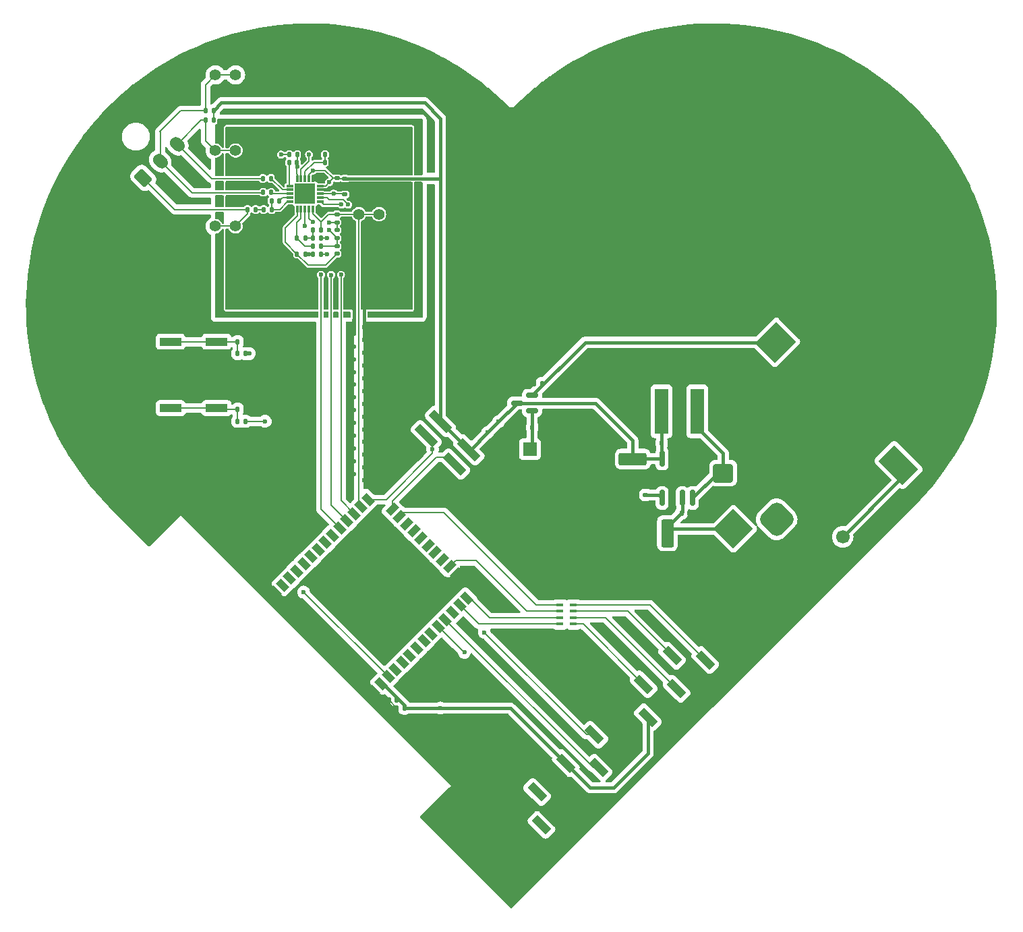
<source format=gbr>
%TF.GenerationSoftware,KiCad,Pcbnew,8.0.2*%
%TF.CreationDate,2024-12-06T21:47:17-05:00*%
%TF.ProjectId,ekg-main,656b672d-6d61-4696-9e2e-6b696361645f,rev?*%
%TF.SameCoordinates,Original*%
%TF.FileFunction,Copper,L1,Top*%
%TF.FilePolarity,Positive*%
%FSLAX46Y46*%
G04 Gerber Fmt 4.6, Leading zero omitted, Abs format (unit mm)*
G04 Created by KiCad (PCBNEW 8.0.2) date 2024-12-06 21:47:17*
%MOMM*%
%LPD*%
G01*
G04 APERTURE LIST*
G04 Aperture macros list*
%AMRoundRect*
0 Rectangle with rounded corners*
0 $1 Rounding radius*
0 $2 $3 $4 $5 $6 $7 $8 $9 X,Y pos of 4 corners*
0 Add a 4 corners polygon primitive as box body*
4,1,4,$2,$3,$4,$5,$6,$7,$8,$9,$2,$3,0*
0 Add four circle primitives for the rounded corners*
1,1,$1+$1,$2,$3*
1,1,$1+$1,$4,$5*
1,1,$1+$1,$6,$7*
1,1,$1+$1,$8,$9*
0 Add four rect primitives between the rounded corners*
20,1,$1+$1,$2,$3,$4,$5,0*
20,1,$1+$1,$4,$5,$6,$7,0*
20,1,$1+$1,$6,$7,$8,$9,0*
20,1,$1+$1,$8,$9,$2,$3,0*%
%AMHorizOval*
0 Thick line with rounded ends*
0 $1 width*
0 $2 $3 position (X,Y) of the first rounded end (center of the circle)*
0 $4 $5 position (X,Y) of the second rounded end (center of the circle)*
0 Add line between two ends*
20,1,$1,$2,$3,$4,$5,0*
0 Add two circle primitives to create the rounded ends*
1,1,$1,$2,$3*
1,1,$1,$4,$5*%
%AMRotRect*
0 Rectangle, with rotation*
0 The origin of the aperture is its center*
0 $1 length*
0 $2 width*
0 $3 Rotation angle, in degrees counterclockwise*
0 Add horizontal line*
21,1,$1,$2,0,0,$3*%
G04 Aperture macros list end*
%TA.AperFunction,SMDPad,CuDef*%
%ADD10RoundRect,0.250000X-1.000000X-0.900000X1.000000X-0.900000X1.000000X0.900000X-1.000000X0.900000X0*%
%TD*%
%TA.AperFunction,SMDPad,CuDef*%
%ADD11RoundRect,0.135000X0.135000X0.185000X-0.135000X0.185000X-0.135000X-0.185000X0.135000X-0.185000X0*%
%TD*%
%TA.AperFunction,ComponentPad*%
%ADD12RotRect,3.500000X3.500000X135.000000*%
%TD*%
%TA.AperFunction,ComponentPad*%
%ADD13RoundRect,0.750000X1.237437X0.176777X0.176777X1.237437X-1.237437X-0.176777X-0.176777X-1.237437X0*%
%TD*%
%TA.AperFunction,ComponentPad*%
%ADD14RoundRect,0.875000X1.237437X0.000000X0.000000X1.237437X-1.237437X0.000000X0.000000X-1.237437X0*%
%TD*%
%TA.AperFunction,SMDPad,CuDef*%
%ADD15RoundRect,0.140000X-0.140000X-0.170000X0.140000X-0.170000X0.140000X0.170000X-0.140000X0.170000X0*%
%TD*%
%TA.AperFunction,SMDPad,CuDef*%
%ADD16RoundRect,0.135000X-0.135000X-0.185000X0.135000X-0.185000X0.135000X0.185000X-0.135000X0.185000X0*%
%TD*%
%TA.AperFunction,SMDPad,CuDef*%
%ADD17RoundRect,0.150000X-0.150000X0.825000X-0.150000X-0.825000X0.150000X-0.825000X0.150000X0.825000X0*%
%TD*%
%TA.AperFunction,ComponentPad*%
%ADD18RotRect,1.700000X1.700000X45.000000*%
%TD*%
%TA.AperFunction,ComponentPad*%
%ADD19HorizOval,1.700000X0.000000X0.000000X0.000000X0.000000X0*%
%TD*%
%TA.AperFunction,ComponentPad*%
%ADD20C,1.400000*%
%TD*%
%TA.AperFunction,SMDPad,CuDef*%
%ADD21RoundRect,0.140000X0.140000X0.170000X-0.140000X0.170000X-0.140000X-0.170000X0.140000X-0.170000X0*%
%TD*%
%TA.AperFunction,SMDPad,CuDef*%
%ADD22RoundRect,0.135000X0.185000X-0.135000X0.185000X0.135000X-0.185000X0.135000X-0.185000X-0.135000X0*%
%TD*%
%TA.AperFunction,SMDPad,CuDef*%
%ADD23RotRect,2.510000X1.000000X315.000000*%
%TD*%
%TA.AperFunction,SMDPad,CuDef*%
%ADD24RoundRect,0.140000X0.170000X-0.140000X0.170000X0.140000X-0.170000X0.140000X-0.170000X-0.140000X0*%
%TD*%
%TA.AperFunction,SMDPad,CuDef*%
%ADD25RotRect,1.500000X0.900000X135.000000*%
%TD*%
%TA.AperFunction,SMDPad,CuDef*%
%ADD26RotRect,1.500000X0.900000X225.000000*%
%TD*%
%TA.AperFunction,HeatsinkPad*%
%ADD27C,0.600000*%
%TD*%
%TA.AperFunction,SMDPad,CuDef*%
%ADD28RotRect,1.050000X1.050000X135.000000*%
%TD*%
%TA.AperFunction,SMDPad,CuDef*%
%ADD29RotRect,4.200000X4.200000X135.000000*%
%TD*%
%TA.AperFunction,SMDPad,CuDef*%
%ADD30R,0.900000X0.400000*%
%TD*%
%TA.AperFunction,SMDPad,CuDef*%
%ADD31RoundRect,0.135000X-0.185000X0.135000X-0.185000X-0.135000X0.185000X-0.135000X0.185000X0.135000X0*%
%TD*%
%TA.AperFunction,SMDPad,CuDef*%
%ADD32RotRect,3.150000X1.000000X315.000000*%
%TD*%
%TA.AperFunction,SMDPad,CuDef*%
%ADD33R,2.750000X1.000000*%
%TD*%
%TA.AperFunction,SMDPad,CuDef*%
%ADD34RoundRect,0.140000X-0.170000X0.140000X-0.170000X-0.140000X0.170000X-0.140000X0.170000X0.140000X0*%
%TD*%
%TA.AperFunction,SMDPad,CuDef*%
%ADD35RotRect,2.510000X1.000000X135.000000*%
%TD*%
%TA.AperFunction,SMDPad,CuDef*%
%ADD36RoundRect,0.250000X-0.550000X1.500000X-0.550000X-1.500000X0.550000X-1.500000X0.550000X1.500000X0*%
%TD*%
%TA.AperFunction,SMDPad,CuDef*%
%ADD37R,1.700000X5.700000*%
%TD*%
%TA.AperFunction,ComponentPad*%
%ADD38RoundRect,0.250001X0.183848X-0.890953X0.890953X-0.183848X-0.183848X0.890953X-0.890953X0.183848X0*%
%TD*%
%TA.AperFunction,ComponentPad*%
%ADD39HorizOval,1.500000X-0.183848X0.183848X0.183848X-0.183848X0*%
%TD*%
%TA.AperFunction,SMDPad,CuDef*%
%ADD40RoundRect,0.032500X-0.387500X-0.097500X0.387500X-0.097500X0.387500X0.097500X-0.387500X0.097500X0*%
%TD*%
%TA.AperFunction,SMDPad,CuDef*%
%ADD41RoundRect,0.032500X-0.097500X-0.387500X0.097500X-0.387500X0.097500X0.387500X-0.097500X0.387500X0*%
%TD*%
%TA.AperFunction,SMDPad,CuDef*%
%ADD42R,2.630000X2.630000*%
%TD*%
%TA.AperFunction,ComponentPad*%
%ADD43R,1.700000X1.700000*%
%TD*%
%TA.AperFunction,ComponentPad*%
%ADD44O,1.700000X1.700000*%
%TD*%
%TA.AperFunction,SMDPad,CuDef*%
%ADD45RoundRect,0.150000X0.587500X0.150000X-0.587500X0.150000X-0.587500X-0.150000X0.587500X-0.150000X0*%
%TD*%
%TA.AperFunction,SMDPad,CuDef*%
%ADD46RoundRect,0.250000X1.500000X0.550000X-1.500000X0.550000X-1.500000X-0.550000X1.500000X-0.550000X0*%
%TD*%
%TA.AperFunction,SMDPad,CuDef*%
%ADD47RotRect,3.500000X3.800000X135.000000*%
%TD*%
%TA.AperFunction,SMDPad,CuDef*%
%ADD48RotRect,4.300000X2.800000X135.000000*%
%TD*%
%TA.AperFunction,ViaPad*%
%ADD49C,0.600000*%
%TD*%
%TA.AperFunction,Conductor*%
%ADD50C,0.400000*%
%TD*%
%TA.AperFunction,Conductor*%
%ADD51C,0.200000*%
%TD*%
G04 APERTURE END LIST*
D10*
%TO.P,D2,1,K*%
%TO.N,/power/5v_sw*%
X247500000Y-98500000D03*
%TO.P,D2,2,A*%
%TO.N,GND*%
X251800000Y-98500000D03*
%TD*%
D11*
%TO.P,R7,1*%
%TO.N,Net-(R7-Pad1)*%
X188810000Y-65400000D03*
%TO.P,R7,2*%
%TO.N,/ekg/RL*%
X187790000Y-65400000D03*
%TD*%
D12*
%TO.P,J6,1*%
%TO.N,/power/hv*%
X248757359Y-105507359D03*
D13*
%TO.P,J6,2*%
%TO.N,GND*%
X253000000Y-109750000D03*
D14*
%TO.P,J6,3*%
%TO.N,N/C*%
X254202081Y-104305277D03*
%TD*%
D15*
%TO.P,C16,1*%
%TO.N,PP_3V3_MAIN*%
X239770000Y-94750000D03*
%TO.P,C16,2*%
%TO.N,GND*%
X240730000Y-94750000D03*
%TD*%
D16*
%TO.P,R3,1*%
%TO.N,/ekg/LA*%
X189700000Y-61500000D03*
%TO.P,R3,2*%
%TO.N,Net-(U2-+IN)*%
X190720000Y-61500000D03*
%TD*%
D17*
%TO.P,U4,1,NC*%
%TO.N,GND*%
X243630000Y-96680000D03*
%TO.P,U4,2,NC*%
X242360000Y-96680000D03*
%TO.P,U4,3,NC*%
X241090000Y-96680000D03*
%TO.P,U4,4,FB*%
%TO.N,PP_3V3_MAIN*%
X239820000Y-96680000D03*
%TO.P,U4,5,~{ON}/OFF*%
%TO.N,/power/5v_en*%
X239820000Y-101630000D03*
%TO.P,U4,6,GND*%
%TO.N,GND*%
X241090000Y-101630000D03*
%TO.P,U4,7,VIN*%
%TO.N,/power/hv*%
X242360000Y-101630000D03*
%TO.P,U4,8,OUT*%
%TO.N,/power/5v_sw*%
X243630000Y-101630000D03*
%TD*%
D11*
%TO.P,R11,1*%
%TO.N,Net-(R10-Pad2)*%
X195010000Y-71000000D03*
%TO.P,R11,2*%
%TO.N,/ekg/sw*%
X193990000Y-71000000D03*
%TD*%
D18*
%TO.P,JP1,1,A*%
%TO.N,GND*%
X260703949Y-104703949D03*
D19*
%TO.P,JP1,2,B*%
%TO.N,Net-(JP1-B)*%
X262500000Y-106500000D03*
%TD*%
D20*
%TO.P,TP5,1,1*%
%TO.N,GND*%
X166230000Y-67500000D03*
X168770000Y-67500000D03*
%TD*%
D21*
%TO.P,R1,1*%
%TO.N,/control/EN*%
X187480000Y-83500000D03*
%TO.P,R1,2*%
%TO.N,Net-(C3-Pad1)*%
X186520000Y-83500000D03*
%TD*%
D22*
%TO.P,R13,1*%
%TO.N,/ekg/oa-*%
X199000000Y-67010000D03*
%TO.P,R13,2*%
%TO.N,/ekg/out*%
X199000000Y-65990000D03*
%TD*%
D15*
%TO.P,C15,1*%
%TO.N,/power/hv*%
X242270000Y-103500000D03*
%TO.P,C15,2*%
%TO.N,GND*%
X243230000Y-103500000D03*
%TD*%
D20*
%TO.P,TP4,1,1*%
%TO.N,/ekg/out*%
X201730000Y-66000000D03*
X204270000Y-66000000D03*
%TD*%
%TO.P,TP8,1,1*%
%TO.N,GND*%
X166230000Y-92500000D03*
X168770000Y-92500000D03*
%TD*%
D23*
%TO.P,J5,1,Pin_1*%
%TO.N,/control/sda*%
X231319866Y-131339610D03*
%TO.P,J5,2,Pin_2*%
%TO.N,/control/scl*%
X231864339Y-135476185D03*
%TO.P,J5,3,Pin_3*%
%TO.N,PP_3V3_MAIN*%
X227727764Y-134931713D03*
%TO.P,J5,4,Pin_4*%
%TO.N,GND*%
X228272236Y-139068287D03*
%TO.P,J5,5,Pin_5*%
%TO.N,unconnected-(J5-Pin_5-Pad5)*%
X224135661Y-138523815D03*
%TO.P,J5,6,Pin_6*%
%TO.N,unconnected-(J5-Pin_6-Pad6)*%
X224680134Y-142660390D03*
%TD*%
D21*
%TO.P,C7,1*%
%TO.N,Net-(U2-RLDFB)*%
X191780000Y-64300000D03*
%TO.P,C7,2*%
%TO.N,Net-(U2-RLD)*%
X190820000Y-64300000D03*
%TD*%
D11*
%TO.P,R9,1*%
%TO.N,/ekg/hpsense*%
X194020000Y-58500000D03*
%TO.P,R9,2*%
%TO.N,Net-(R10-Pad2)*%
X193000000Y-58500000D03*
%TD*%
D15*
%TO.P,C4,1*%
%TO.N,Net-(C4-Pad1)*%
X186520000Y-90500000D03*
%TO.P,C4,2*%
%TO.N,GND*%
X187480000Y-90500000D03*
%TD*%
D24*
%TO.P,C13,1*%
%TO.N,PP_3V3_MAIN*%
X199000000Y-61480000D03*
%TO.P,C13,2*%
%TO.N,GND*%
X199000000Y-60520000D03*
%TD*%
D16*
%TO.P,R17,1*%
%TO.N,/ekg/oa+*%
X193990000Y-69000000D03*
%TO.P,R17,2*%
%TO.N,Net-(C10-Pad1)*%
X195010000Y-69000000D03*
%TD*%
D15*
%TO.P,C11,1*%
%TO.N,/ekg/oa+*%
X196020000Y-70000000D03*
%TO.P,C11,2*%
%TO.N,/ekg/refout*%
X196980000Y-70000000D03*
%TD*%
D20*
%TO.P,TP6,1,1*%
%TO.N,GND*%
X166230000Y-75833333D03*
X168770000Y-75833333D03*
%TD*%
D25*
%TO.P,U1,1,GND*%
%TO.N,GND*%
X203633694Y-125857346D03*
%TO.P,U1,2,VDD*%
%TO.N,PP_3V3_MAIN*%
X204531720Y-124959321D03*
%TO.P,U1,3,EN*%
%TO.N,/control/EN*%
X205429746Y-124061295D03*
%TO.P,U1,4,SENSOR_VP*%
%TO.N,unconnected-(U1-SENSOR_VP-Pad4)*%
X206327771Y-123163269D03*
%TO.P,U1,5,SENSOR_VN*%
%TO.N,unconnected-(U1-SENSOR_VN-Pad5)*%
X207225797Y-122265244D03*
%TO.P,U1,6,IO34*%
%TO.N,unconnected-(U1-IO34-Pad6)*%
X208123822Y-121367218D03*
%TO.P,U1,7,IO35*%
%TO.N,unconnected-(U1-IO35-Pad7)*%
X209021848Y-120469193D03*
%TO.P,U1,8,IO32*%
%TO.N,unconnected-(U1-IO32-Pad8)*%
X209919874Y-119571167D03*
%TO.P,U1,9,IO33*%
%TO.N,unconnected-(U1-IO33-Pad9)*%
X210817899Y-118673141D03*
%TO.P,U1,10,IO25*%
%TO.N,/control/sda*%
X211715925Y-117775116D03*
%TO.P,U1,11,IO26*%
%TO.N,/control/scl*%
X212613951Y-116877090D03*
%TO.P,U1,12,IO27*%
%TO.N,unconnected-(U1-IO27-Pad12)*%
X213511976Y-115979065D03*
%TO.P,U1,13,IO14*%
%TO.N,/control/mtms*%
X214410002Y-115081039D03*
%TO.P,U1,14,IO12*%
%TO.N,/control/mtdi*%
X215308027Y-114183013D03*
D26*
%TO.P,U1,15,GND*%
%TO.N,GND*%
X214042306Y-111149525D03*
%TO.P,U1,16,IO13*%
%TO.N,/control/mtck*%
X213144281Y-110251500D03*
%TO.P,U1,17,SHD/SD2*%
%TO.N,unconnected-(U1-SHD{slash}SD2-Pad17)*%
X212246255Y-109353474D03*
%TO.P,U1,18,SWP/SD3*%
%TO.N,unconnected-(U1-SWP{slash}SD3-Pad18)*%
X211348229Y-108455448D03*
%TO.P,U1,19,SCS/CMD*%
%TO.N,unconnected-(U1-SCS{slash}CMD-Pad19)*%
X210450204Y-107557423D03*
%TO.P,U1,20,SCK/CLK*%
%TO.N,unconnected-(U1-SCK{slash}CLK-Pad20)*%
X209552178Y-106659397D03*
%TO.P,U1,21,SDO/SD0*%
%TO.N,unconnected-(U1-SDO{slash}SD0-Pad21)*%
X208654153Y-105761372D03*
%TO.P,U1,22,SDI/SD1*%
%TO.N,unconnected-(U1-SDI{slash}SD1-Pad22)*%
X207756127Y-104863346D03*
%TO.P,U1,23,IO15*%
%TO.N,/control/mtdo*%
X206858101Y-103965320D03*
%TO.P,U1,24,IO2*%
%TO.N,/control/boot1*%
X205960076Y-103067295D03*
D25*
%TO.P,U1,25,IO0*%
%TO.N,/control/boot0*%
X202933659Y-101808645D03*
%TO.P,U1,26,IO4*%
%TO.N,/ekg/out*%
X202035633Y-102706670D03*
%TO.P,U1,27,IO16*%
%TO.N,/control/lod+*%
X201137607Y-103604696D03*
%TO.P,U1,28,IO17*%
%TO.N,/control/lod-*%
X200239582Y-104502721D03*
%TO.P,U1,29,IO5*%
%TO.N,/control/~{sdn}*%
X199341556Y-105400747D03*
%TO.P,U1,30,IO18*%
%TO.N,unconnected-(U1-IO18-Pad30)*%
X198443531Y-106298773D03*
%TO.P,U1,31,IO19*%
%TO.N,unconnected-(U1-IO19-Pad31)*%
X197545505Y-107196798D03*
%TO.P,U1,32,NC*%
%TO.N,unconnected-(U1-NC-Pad32)*%
X196647479Y-108094824D03*
%TO.P,U1,33,IO21*%
%TO.N,unconnected-(U1-IO21-Pad33)*%
X195749454Y-108992850D03*
%TO.P,U1,34,RXD0/IO3*%
%TO.N,unconnected-(U1-RXD0{slash}IO3-Pad34)*%
X194851428Y-109890875D03*
%TO.P,U1,35,TXD0/IO1*%
%TO.N,unconnected-(U1-TXD0{slash}IO1-Pad35)*%
X193953403Y-110788901D03*
%TO.P,U1,36,IO22*%
%TO.N,unconnected-(U1-IO22-Pad36)*%
X193055377Y-111686926D03*
%TO.P,U1,37,IO23*%
%TO.N,unconnected-(U1-IO23-Pad37)*%
X192157351Y-112584952D03*
%TO.P,U1,38,GND*%
%TO.N,GND*%
X191259326Y-113482978D03*
D27*
%TO.P,U1,39,GND*%
X203656675Y-116578338D03*
D28*
X204195844Y-116039169D03*
D27*
X204735013Y-115500000D03*
D28*
X205274182Y-114960831D03*
X203117506Y-117117506D03*
D27*
X202578338Y-116578338D03*
X203656675Y-115500000D03*
X204735013Y-114421662D03*
D28*
X202039169Y-116039169D03*
D27*
X202578338Y-115500000D03*
D28*
X203117506Y-114960831D03*
D29*
X203117506Y-114960831D03*
D27*
X203656675Y-114421662D03*
D28*
X204195844Y-113882493D03*
D27*
X201500000Y-115500000D03*
X202578338Y-114421662D03*
X203656675Y-113343324D03*
D28*
X200960831Y-114960831D03*
D27*
X201500000Y-114421662D03*
D28*
X202039169Y-113882493D03*
D27*
X202578338Y-113343324D03*
D28*
X203117506Y-112804155D03*
%TD*%
D11*
%TO.P,R10,1*%
%TO.N,/ekg/iaout*%
X197000000Y-71000000D03*
%TO.P,R10,2*%
%TO.N,Net-(R10-Pad2)*%
X195980000Y-71000000D03*
%TD*%
D30*
%TO.P,RN1,1,R1.1*%
%TO.N,Net-(J2-Pin_2)*%
X228700000Y-117450000D03*
%TO.P,RN1,2,R2.1*%
%TO.N,Net-(J2-Pin_3)*%
X228700000Y-116650000D03*
%TO.P,RN1,3,R3.1*%
%TO.N,Net-(J2-Pin_4)*%
X228700000Y-115850000D03*
%TO.P,RN1,4,R4.1*%
%TO.N,Net-(J2-Pin_5)*%
X228700000Y-115050000D03*
%TO.P,RN1,5,R4.2*%
%TO.N,/control/mtdo*%
X227000000Y-115050000D03*
%TO.P,RN1,6,R3.2*%
%TO.N,/control/mtck*%
X227000000Y-115850000D03*
%TO.P,RN1,7,R2.2*%
%TO.N,/control/mtdi*%
X227000000Y-116650000D03*
%TO.P,RN1,8,R1.2*%
%TO.N,/control/mtms*%
X227000000Y-117450000D03*
%TD*%
D21*
%TO.P,C5,1*%
%TO.N,Net-(BT1-Pad+)*%
X224750000Y-87250000D03*
%TO.P,C5,2*%
%TO.N,GND*%
X223790000Y-87250000D03*
%TD*%
D16*
%TO.P,R5,1*%
%TO.N,/ekg/LA*%
X182490000Y-54200000D03*
%TO.P,R5,2*%
%TO.N,PP_3V3_MAIN*%
X183510000Y-54200000D03*
%TD*%
D31*
%TO.P,R19,1*%
%TO.N,/power/5v_en*%
X237760000Y-101240000D03*
%TO.P,R19,2*%
%TO.N,GND*%
X237760000Y-102260000D03*
%TD*%
D20*
%TO.P,TP1,1,1*%
%TO.N,/ekg/RL*%
X183730000Y-67500000D03*
X186270000Y-67500000D03*
%TD*%
D32*
%TO.P,J1,1,Pin_1*%
%TO.N,PP_3V3_MAIN*%
X212000000Y-92000000D03*
%TO.P,J1,2,Pin_2*%
X215570889Y-95570889D03*
%TO.P,J1,3,Pin_3*%
%TO.N,/control/boot0*%
X210203948Y-93796051D03*
%TO.P,J1,4,Pin_4*%
%TO.N,/control/boot1*%
X213774838Y-97366941D03*
%TO.P,J1,5,Pin_5*%
%TO.N,GND*%
X208407897Y-95592103D03*
%TO.P,J1,6,Pin_6*%
X211978786Y-99162992D03*
%TD*%
D33*
%TO.P,SW1,1,1*%
%TO.N,Net-(C3-Pad1)*%
X178120000Y-82000000D03*
X183880000Y-82000000D03*
%TO.P,SW1,2,2*%
%TO.N,GND*%
X178120000Y-86000000D03*
X183880000Y-86000000D03*
%TD*%
D20*
%TO.P,TP7,1,1*%
%TO.N,GND*%
X166230000Y-84166666D03*
X168770000Y-84166666D03*
%TD*%
D31*
%TO.P,R16,1*%
%TO.N,GND*%
X200000000Y-60490000D03*
%TO.P,R16,2*%
%TO.N,PP_3V3_MAIN*%
X200000000Y-61510000D03*
%TD*%
D11*
%TO.P,R15,1*%
%TO.N,GND*%
X198500000Y-59500000D03*
%TO.P,R15,2*%
%TO.N,/ekg/reflin*%
X197480000Y-59500000D03*
%TD*%
D34*
%TO.P,C9,1*%
%TO.N,/ekg/refout*%
X199000000Y-70020000D03*
%TO.P,C9,2*%
%TO.N,/ekg/sw*%
X199000000Y-70980000D03*
%TD*%
D35*
%TO.P,J2,1,Pin_1*%
%TO.N,PP_3V3_MAIN*%
X238044473Y-129160390D03*
%TO.P,J2,2,Pin_2*%
%TO.N,Net-(J2-Pin_2)*%
X237500000Y-125023815D03*
%TO.P,J2,3,Pin_3*%
%TO.N,Net-(J2-Pin_3)*%
X241636575Y-125568287D03*
%TO.P,J2,4,Pin_4*%
%TO.N,Net-(J2-Pin_4)*%
X241092103Y-121431713D03*
%TO.P,J2,5,Pin_5*%
%TO.N,Net-(J2-Pin_5)*%
X245228678Y-121976185D03*
%TO.P,J2,6,Pin_6*%
%TO.N,GND*%
X244684205Y-117839610D03*
%TD*%
D36*
%TO.P,C14,1*%
%TO.N,/power/hv*%
X240500000Y-106050000D03*
%TO.P,C14,2*%
%TO.N,GND*%
X240500000Y-111450000D03*
%TD*%
D37*
%TO.P,L1,1,1*%
%TO.N,/power/5v_sw*%
X244250000Y-90750000D03*
%TO.P,L1,2,2*%
%TO.N,PP_3V3_MAIN*%
X239750000Y-90750000D03*
%TD*%
D38*
%TO.P,J4,1,Pin_1*%
%TO.N,/ekg/RL*%
X174685894Y-61428534D03*
D39*
%TO.P,J4,2,Pin_2*%
%TO.N,/ekg/RA*%
X176807214Y-59307214D03*
%TO.P,J4,3,Pin_3*%
%TO.N,/ekg/LA*%
X178928535Y-57185893D03*
%TD*%
D40*
%TO.P,U2,1,HPDRIVE*%
%TO.N,Net-(U2-HPDRIVE)*%
X193065000Y-62435000D03*
%TO.P,U2,2,+IN*%
%TO.N,Net-(U2-+IN)*%
X193065000Y-62935000D03*
%TO.P,U2,3,-IN*%
%TO.N,Net-(U2--IN)*%
X193065000Y-63435000D03*
%TO.P,U2,4,RLDFB*%
%TO.N,Net-(U2-RLDFB)*%
X193065000Y-63935000D03*
%TO.P,U2,5,RLD*%
%TO.N,Net-(U2-RLD)*%
X193065000Y-64435000D03*
D41*
%TO.P,U2,6,SW*%
%TO.N,/ekg/sw*%
X194000000Y-65370000D03*
%TO.P,U2,7,OPAMP+*%
%TO.N,/ekg/oa+*%
X194500000Y-65370000D03*
%TO.P,U2,8,REFOUT*%
%TO.N,/ekg/refout*%
X195000000Y-65370000D03*
%TO.P,U2,9,OPAMP-*%
%TO.N,/ekg/oa-*%
X195500000Y-65370000D03*
%TO.P,U2,10,OUT*%
%TO.N,/ekg/out*%
X196000000Y-65370000D03*
D40*
%TO.P,U2,11,LOD-*%
%TO.N,/control/lod-*%
X196935000Y-64435000D03*
%TO.P,U2,12,LOD+*%
%TO.N,/control/lod+*%
X196935000Y-63935000D03*
%TO.P,U2,13,SDN*%
%TO.N,/control/~{sdn}*%
X196935000Y-63435000D03*
%TO.P,U2,14,AC/DC*%
%TO.N,GND*%
X196935000Y-62935000D03*
%TO.P,U2,15,FR*%
%TO.N,PP_3V3_MAIN*%
X196935000Y-62435000D03*
D41*
%TO.P,U2,16,GND*%
%TO.N,GND*%
X196000000Y-61500000D03*
%TO.P,U2,17,+VS*%
%TO.N,PP_3V3_MAIN*%
X195500000Y-61500000D03*
%TO.P,U2,18,REFIN*%
%TO.N,/ekg/reflin*%
X195000000Y-61500000D03*
%TO.P,U2,19,IAOUT*%
%TO.N,/ekg/iaout*%
X194500000Y-61500000D03*
%TO.P,U2,20,HPSENSE*%
%TO.N,/ekg/hpsense*%
X194000000Y-61500000D03*
D42*
%TO.P,U2,21*%
%TO.N,N/C*%
X195000000Y-63435000D03*
%TD*%
D15*
%TO.P,C8,1*%
%TO.N,Net-(U2-HPDRIVE)*%
X193020000Y-59500000D03*
%TO.P,C8,2*%
%TO.N,/ekg/hpsense*%
X193980000Y-59500000D03*
%TD*%
D11*
%TO.P,R8,1*%
%TO.N,Net-(U2-RLD)*%
X190810000Y-65400000D03*
%TO.P,R8,2*%
%TO.N,Net-(R7-Pad1)*%
X189790000Y-65400000D03*
%TD*%
D16*
%TO.P,R6,1*%
%TO.N,/ekg/RA*%
X182490000Y-53000000D03*
%TO.P,R6,2*%
%TO.N,PP_3V3_MAIN*%
X183510000Y-53000000D03*
%TD*%
D43*
%TO.P,J3,1,Pin_1*%
%TO.N,Net-(J3-Pin_1)*%
X223225000Y-95500000D03*
D44*
%TO.P,J3,2,Pin_2*%
%TO.N,GND*%
X225765000Y-95500000D03*
%TD*%
D16*
%TO.P,R4,1*%
%TO.N,/ekg/RA*%
X189750000Y-63250000D03*
%TO.P,R4,2*%
%TO.N,Net-(U2--IN)*%
X190770000Y-63250000D03*
%TD*%
D45*
%TO.P,D1,1*%
%TO.N,Net-(J3-Pin_1)*%
X223500000Y-90650000D03*
%TO.P,D1,2*%
%TO.N,Net-(BT1-Pad+)*%
X223500000Y-88750000D03*
%TO.P,D1,3*%
%TO.N,PP_3V3_MAIN*%
X221625000Y-89700000D03*
%TD*%
D21*
%TO.P,R2,1*%
%TO.N,/control/boot0*%
X187480000Y-92000000D03*
%TO.P,R2,2*%
%TO.N,Net-(C4-Pad1)*%
X186520000Y-92000000D03*
%TD*%
D46*
%TO.P,C17,1*%
%TO.N,PP_3V3_MAIN*%
X236150000Y-96750000D03*
%TO.P,C17,2*%
%TO.N,GND*%
X230750000Y-96750000D03*
%TD*%
D20*
%TO.P,TP2,1,1*%
%TO.N,/ekg/RA*%
X186270000Y-48500000D03*
X183730000Y-48500000D03*
%TD*%
D15*
%TO.P,C10,1*%
%TO.N,Net-(C10-Pad1)*%
X196000000Y-68000000D03*
%TO.P,C10,2*%
%TO.N,/ekg/out*%
X196960000Y-68000000D03*
%TD*%
%TO.P,C3,1*%
%TO.N,Net-(C3-Pad1)*%
X186520000Y-82000000D03*
%TO.P,C3,2*%
%TO.N,GND*%
X187480000Y-82000000D03*
%TD*%
%TO.P,C12,1*%
%TO.N,/ekg/reflin*%
X197500000Y-58500000D03*
%TO.P,C12,2*%
%TO.N,GND*%
X198460000Y-58500000D03*
%TD*%
%TO.P,C1,1*%
%TO.N,GND*%
X205520000Y-127000000D03*
%TO.P,C1,2*%
%TO.N,PP_3V3_MAIN*%
X206480000Y-127000000D03*
%TD*%
D47*
%TO.P,BT1,+,+*%
%TO.N,Net-(BT1-Pad+)*%
X254085072Y-82085072D03*
D48*
%TO.P,BT1,-,-*%
%TO.N,Net-(JP1-B)*%
X269500000Y-97500000D03*
%TD*%
D20*
%TO.P,TP3,1,1*%
%TO.N,/ekg/LA*%
X183730000Y-58000000D03*
X186270000Y-58000000D03*
%TD*%
D15*
%TO.P,C6,1*%
%TO.N,Net-(J3-Pin_1)*%
X223520000Y-92750000D03*
%TO.P,C6,2*%
%TO.N,GND*%
X224480000Y-92750000D03*
%TD*%
%TO.P,C2,1*%
%TO.N,GND*%
X206520000Y-128000000D03*
%TO.P,C2,2*%
%TO.N,PP_3V3_MAIN*%
X207480000Y-128000000D03*
%TD*%
D22*
%TO.P,R18,1*%
%TO.N,/control/~{sdn}*%
X200000000Y-63510000D03*
%TO.P,R18,2*%
%TO.N,GND*%
X200000000Y-62490000D03*
%TD*%
D11*
%TO.P,R12,1*%
%TO.N,/ekg/iaout*%
X197000000Y-69000000D03*
%TO.P,R12,2*%
%TO.N,Net-(C10-Pad1)*%
X195980000Y-69000000D03*
%TD*%
D22*
%TO.P,R14,1*%
%TO.N,/ekg/refout*%
X199000000Y-69010000D03*
%TO.P,R14,2*%
%TO.N,/ekg/oa-*%
X199000000Y-67990000D03*
%TD*%
D33*
%TO.P,SW2,1,1*%
%TO.N,Net-(C4-Pad1)*%
X178120000Y-90350000D03*
X183880000Y-90350000D03*
%TO.P,SW2,2,2*%
%TO.N,GND*%
X178120000Y-94350000D03*
X183880000Y-94350000D03*
%TD*%
D49*
%TO.N,GND*%
X182000000Y-58000000D03*
X182000000Y-62400000D03*
X182000000Y-64400000D03*
X215000000Y-124800000D03*
%TO.N,PP_3V3_MAIN*%
X219287500Y-92037500D03*
X198000000Y-62000000D03*
X196000000Y-60500000D03*
X217912500Y-93412500D03*
X212000000Y-128000000D03*
%TO.N,GND*%
X194250000Y-56000000D03*
X207250000Y-77000000D03*
X202400000Y-88200000D03*
X201130000Y-81000000D03*
X201130000Y-79400000D03*
X202400000Y-85000000D03*
X202000000Y-62500000D03*
X188250000Y-77000000D03*
X202400000Y-96200000D03*
X202400000Y-91400000D03*
X202400000Y-75400000D03*
X202400000Y-73800000D03*
X202400000Y-72200000D03*
X202400000Y-97800000D03*
X201130000Y-95400000D03*
X201130000Y-76200000D03*
X186250000Y-62500000D03*
X207250000Y-69000000D03*
X201130000Y-98600000D03*
X201130000Y-85800000D03*
X206500000Y-62500000D03*
X201130000Y-97000000D03*
X205250000Y-77000000D03*
X201130000Y-73000000D03*
X202400000Y-77000000D03*
X201130000Y-89000000D03*
X207250000Y-75000000D03*
X196250000Y-56000000D03*
X204250000Y-56000000D03*
X186250000Y-71000000D03*
X202400000Y-94600000D03*
X201130000Y-84200000D03*
X202400000Y-89800000D03*
X192250000Y-77000000D03*
X211000000Y-60500000D03*
X201130000Y-87400000D03*
X207250000Y-71000000D03*
X202400000Y-86600000D03*
X202250000Y-56000000D03*
X192800000Y-66200000D03*
X202400000Y-80200000D03*
X201130000Y-93800000D03*
X201130000Y-69800000D03*
X202400000Y-69000000D03*
X201130000Y-71400000D03*
X202000000Y-60500000D03*
X202400000Y-81800000D03*
X202400000Y-93000000D03*
X186250000Y-75000000D03*
X202400000Y-70600000D03*
X190250000Y-77000000D03*
X201130000Y-92200000D03*
X202400000Y-83400000D03*
X188250000Y-56000000D03*
X201130000Y-68200000D03*
X186250000Y-60250000D03*
X206500000Y-60500000D03*
X200250000Y-56000000D03*
X192250000Y-56000000D03*
X211000000Y-62500000D03*
X194250000Y-77000000D03*
X201130000Y-82600000D03*
X201130000Y-90600000D03*
X186250000Y-56000000D03*
X207250000Y-73000000D03*
X186250000Y-77000000D03*
X198250000Y-56000000D03*
X186250000Y-64250000D03*
X186250000Y-73000000D03*
X201130000Y-77800000D03*
X202400000Y-99400000D03*
X197000000Y-61500000D03*
X190250000Y-56000000D03*
X201130000Y-74600000D03*
%TO.N,/ekg/hpsense*%
X194000000Y-60000000D03*
%TO.N,/ekg/refout*%
X198000000Y-68000000D03*
X195000000Y-67500000D03*
%TO.N,/control/boot0*%
X211000000Y-95500000D03*
X190000000Y-92000000D03*
%TO.N,/control/sda*%
X215000000Y-121000000D03*
X217500000Y-118500000D03*
%TO.N,/control/EN*%
X188000000Y-83500000D03*
X194809226Y-113440774D03*
%TO.N,Net-(R10-Pad2)*%
X192000000Y-58500000D03*
X195500000Y-71000000D03*
%TO.N,/ekg/iaout*%
X197800000Y-71000000D03*
X197800000Y-69000000D03*
X195500000Y-58500000D03*
%TO.N,/ekg/oa-*%
X198000000Y-67010000D03*
X196000000Y-67000000D03*
%TO.N,/control/~{sdn}*%
X197000000Y-73600000D03*
X198600000Y-63400000D03*
%TO.N,/control/lod+*%
X199500000Y-73600000D03*
X200400000Y-64800000D03*
%TO.N,/control/lod-*%
X199551470Y-64800000D03*
X198250000Y-73624263D03*
%TD*%
D50*
%TO.N,Net-(BT1-Pad+)*%
X254085072Y-82085072D02*
X230164928Y-82085072D01*
X230164928Y-82085072D02*
X223500000Y-88750000D01*
%TO.N,Net-(JP1-B)*%
X262500000Y-106500000D02*
X269500000Y-99500000D01*
X269500000Y-99500000D02*
X269500000Y-97500000D01*
D51*
%TO.N,PP_3V3_MAIN*%
X200000000Y-61510000D02*
X199030000Y-61510000D01*
X198520000Y-61480000D02*
X197540000Y-60500000D01*
D50*
X219287500Y-92037500D02*
X221625000Y-89700000D01*
D51*
X199030000Y-61510000D02*
X199000000Y-61480000D01*
D50*
X236150000Y-94400000D02*
X231500000Y-89750000D01*
D51*
X196935000Y-62435000D02*
X197565000Y-62435000D01*
D50*
X230796051Y-138000000D02*
X227727764Y-134931713D01*
X212000000Y-92000000D02*
X212000000Y-54000000D01*
D51*
X197540000Y-60500000D02*
X196000000Y-60500000D01*
D50*
X239750000Y-96610000D02*
X239820000Y-96680000D01*
X204531720Y-124959321D02*
X204749320Y-124959321D01*
X238044473Y-133705527D02*
X233750000Y-138000000D01*
D51*
X198520000Y-61480000D02*
X198000000Y-62000000D01*
X195500000Y-61500000D02*
X195500000Y-61000000D01*
D50*
X212000000Y-92000000D02*
X215570889Y-95570889D01*
D51*
X183510000Y-53000000D02*
X183510000Y-54200000D01*
D50*
X204749320Y-124959321D02*
X207480000Y-127690001D01*
X207480000Y-127690001D02*
X207480000Y-128000000D01*
X207480000Y-128000000D02*
X212000000Y-128000000D01*
D51*
X197565000Y-62435000D02*
X198000000Y-62000000D01*
D50*
X236220000Y-96680000D02*
X236150000Y-96750000D01*
X236150000Y-96750000D02*
X236150000Y-94400000D01*
X212000000Y-61500000D02*
X211990000Y-61510000D01*
X212000000Y-54000000D02*
X210000000Y-52000000D01*
X214500000Y-128000000D02*
X220796051Y-128000000D01*
X239820000Y-96680000D02*
X236220000Y-96680000D01*
X184510000Y-52000000D02*
X183510000Y-53000000D01*
X231500000Y-89750000D02*
X221675000Y-89750000D01*
D51*
X195500000Y-61000000D02*
X196000000Y-60500000D01*
D50*
X210000000Y-52000000D02*
X184510000Y-52000000D01*
X220796051Y-128000000D02*
X227727764Y-134931713D01*
X221675000Y-89750000D02*
X221625000Y-89700000D01*
X212000000Y-128000000D02*
X214500000Y-128000000D01*
X233750000Y-138000000D02*
X230796051Y-138000000D01*
D51*
X199000000Y-61480000D02*
X198520000Y-61480000D01*
D50*
X239750000Y-90750000D02*
X239750000Y-96610000D01*
X215754111Y-95570889D02*
X215570889Y-95570889D01*
X238044473Y-129160390D02*
X238044473Y-133705527D01*
X211990000Y-61510000D02*
X200000000Y-61510000D01*
X217912500Y-93412500D02*
X219287500Y-92037500D01*
X217912500Y-93412500D02*
X215754111Y-95570889D01*
%TO.N,GND*%
X202400000Y-77000000D02*
X202400000Y-81800000D01*
D51*
X204776348Y-127000000D02*
X205520000Y-127000000D01*
X203633694Y-125857346D02*
X204776348Y-127000000D01*
D50*
X201130000Y-81000000D02*
X201130000Y-76200000D01*
D51*
X196000000Y-61500000D02*
X197000000Y-61500000D01*
X206520000Y-128000000D02*
X205520000Y-127000000D01*
%TO.N,Net-(C3-Pad1)*%
X178120000Y-82000000D02*
X186520000Y-82000000D01*
X186520000Y-82000000D02*
X186520000Y-83500000D01*
%TO.N,Net-(C4-Pad1)*%
X184030000Y-90500000D02*
X183880000Y-90350000D01*
X178120000Y-90350000D02*
X183880000Y-90350000D01*
X186520000Y-90500000D02*
X184030000Y-90500000D01*
X186520000Y-92000000D02*
X186520000Y-90500000D01*
%TO.N,Net-(U2-RLD)*%
X191800000Y-65400000D02*
X190810000Y-65400000D01*
X190810000Y-64310000D02*
X190820000Y-64300000D01*
X190810000Y-65400000D02*
X190810000Y-64310000D01*
X192765000Y-64435000D02*
X191800000Y-65400000D01*
X193065000Y-64435000D02*
X192765000Y-64435000D01*
%TO.N,Net-(U2-RLDFB)*%
X192145000Y-63935000D02*
X191780000Y-64300000D01*
X193065000Y-63935000D02*
X192145000Y-63935000D01*
%TO.N,Net-(U2-HPDRIVE)*%
X193020000Y-62390000D02*
X193065000Y-62435000D01*
X193020000Y-59500000D02*
X193020000Y-62390000D01*
%TO.N,/ekg/hpsense*%
X194000000Y-61500000D02*
X194000000Y-61000000D01*
X193980000Y-60980000D02*
X193980000Y-60020000D01*
X194020000Y-58500000D02*
X194020000Y-59460000D01*
X194000000Y-61000000D02*
X193980000Y-60980000D01*
X194020000Y-59460000D02*
X193980000Y-59500000D01*
X193980000Y-60020000D02*
X194000000Y-60000000D01*
X193980000Y-59980000D02*
X193980000Y-59500000D01*
X194000000Y-60000000D02*
X193980000Y-59980000D01*
%TO.N,/ekg/refout*%
X198980000Y-70000000D02*
X199000000Y-70020000D01*
X198000000Y-68010000D02*
X199000000Y-69010000D01*
X195000000Y-65370000D02*
X195000000Y-67500000D01*
X199000000Y-69010000D02*
X199000000Y-70020000D01*
X196980000Y-70000000D02*
X198980000Y-70000000D01*
X198000000Y-68000000D02*
X198000000Y-68010000D01*
%TO.N,Net-(C10-Pad1)*%
X196000000Y-68000000D02*
X196000000Y-68980000D01*
X195010000Y-69000000D02*
X195980000Y-69000000D01*
X196000000Y-68980000D02*
X195980000Y-69000000D01*
%TO.N,/ekg/out*%
X199000000Y-65990000D02*
X197945000Y-65990000D01*
X197945000Y-65990000D02*
X197000000Y-66935000D01*
X204260000Y-65990000D02*
X204270000Y-66000000D01*
X201730000Y-102401037D02*
X201730000Y-66000000D01*
X196000000Y-65935000D02*
X197000000Y-66935000D01*
X196000000Y-65370000D02*
X196000000Y-65935000D01*
X197000000Y-66935000D02*
X197000000Y-67960000D01*
X202035633Y-102706670D02*
X201730000Y-102401037D01*
X199000000Y-65990000D02*
X204260000Y-65990000D01*
X197000000Y-67960000D02*
X196960000Y-68000000D01*
%TO.N,/ekg/oa+*%
X194500000Y-66500000D02*
X194500000Y-65370000D01*
X193990000Y-69000000D02*
X193990000Y-67010000D01*
X193990000Y-67010000D02*
X194500000Y-66500000D01*
X194990000Y-70000000D02*
X193990000Y-69000000D01*
X196020000Y-70000000D02*
X194990000Y-70000000D01*
%TO.N,/ekg/reflin*%
X195000000Y-60651471D02*
X195000000Y-61500000D01*
X197480000Y-59500000D02*
X196151471Y-59500000D01*
X196151471Y-59500000D02*
X195000000Y-60651471D01*
X197500000Y-59480000D02*
X197480000Y-59500000D01*
X197500000Y-58500000D02*
X197500000Y-59480000D01*
%TO.N,/control/boot0*%
X211000000Y-95500000D02*
X211000000Y-96000000D01*
X187480000Y-92000000D02*
X190000000Y-92000000D01*
X210203948Y-93796051D02*
X211000000Y-94592103D01*
X205191355Y-101808645D02*
X202933659Y-101808645D01*
X211000000Y-96000000D02*
X205191355Y-101808645D01*
X211000000Y-94592103D02*
X211000000Y-95500000D01*
%TO.N,/control/boot1*%
X212000000Y-96500000D02*
X211500000Y-96500000D01*
X212000000Y-96500000D02*
X212907897Y-96500000D01*
X212907897Y-96500000D02*
X213774838Y-97366941D01*
X205960076Y-102039924D02*
X205960076Y-103067295D01*
X211500000Y-96500000D02*
X205960076Y-102039924D01*
%TO.N,Net-(J2-Pin_4)*%
X235510390Y-115850000D02*
X228700000Y-115850000D01*
X241092103Y-121431713D02*
X235510390Y-115850000D01*
%TO.N,Net-(J2-Pin_3)*%
X228700000Y-116650000D02*
X232718288Y-116650000D01*
X232718288Y-116650000D02*
X241636575Y-125568287D01*
%TO.N,Net-(J2-Pin_2)*%
X228700000Y-117450000D02*
X229926185Y-117450000D01*
X229926185Y-117450000D02*
X237500000Y-125023815D01*
%TO.N,Net-(J2-Pin_5)*%
X238302493Y-115050000D02*
X245228678Y-121976185D01*
X228700000Y-115050000D02*
X238302493Y-115050000D01*
%TO.N,/ekg/RA*%
X186270000Y-48500000D02*
X183730000Y-48500000D01*
X189700000Y-63300000D02*
X180800000Y-63300000D01*
X176807214Y-55607214D02*
X176807214Y-59307214D01*
X179400000Y-53000000D02*
X176800000Y-55600000D01*
X176800000Y-55600000D02*
X176807214Y-55607214D01*
X182490000Y-49740000D02*
X182490000Y-53000000D01*
X182490000Y-53000000D02*
X179400000Y-53000000D01*
X180800000Y-63300000D02*
X176807214Y-59307214D01*
X183730000Y-48500000D02*
X182490000Y-49740000D01*
X189750000Y-63250000D02*
X189700000Y-63300000D01*
%TO.N,/ekg/LA*%
X189700000Y-61500000D02*
X183242642Y-61500000D01*
X183242642Y-61500000D02*
X178928535Y-57185893D01*
X186270000Y-58000000D02*
X183730000Y-58000000D01*
X182490000Y-56760000D02*
X183730000Y-58000000D01*
X181914428Y-54200000D02*
X178928535Y-57185893D01*
X182490000Y-54200000D02*
X182490000Y-56760000D01*
X182490000Y-54200000D02*
X181914428Y-54200000D01*
%TO.N,/ekg/RL*%
X187790000Y-65400000D02*
X178657360Y-65400000D01*
X187790000Y-65980000D02*
X187790000Y-65400000D01*
X186270000Y-67500000D02*
X183730000Y-67500000D01*
X178657360Y-65400000D02*
X174685894Y-61428534D01*
X186270000Y-67500000D02*
X187790000Y-65980000D01*
%TO.N,/control/scl*%
X231213046Y-135476185D02*
X212613951Y-116877090D01*
X231864339Y-135476185D02*
X231213046Y-135476185D01*
%TO.N,/control/sda*%
X213940809Y-120000000D02*
X211715925Y-117775116D01*
X214000000Y-120000000D02*
X213940809Y-120000000D01*
X214000000Y-120059191D02*
X214000000Y-120000000D01*
X230339610Y-131339610D02*
X217500000Y-118500000D01*
X231319866Y-131339610D02*
X230339610Y-131339610D01*
X214940809Y-121000000D02*
X214000000Y-120059191D01*
X215000000Y-121000000D02*
X214940809Y-121000000D01*
%TO.N,/control/EN*%
X194809226Y-113440775D02*
X205429746Y-124061295D01*
X187480000Y-83500000D02*
X188000000Y-83500000D01*
X194809226Y-113440774D02*
X194809226Y-113440775D01*
%TO.N,Net-(U2-+IN)*%
X190720000Y-61500000D02*
X192155000Y-62935000D01*
X192155000Y-62935000D02*
X193065000Y-62935000D01*
%TO.N,Net-(U2--IN)*%
X190955000Y-63435000D02*
X190770000Y-63250000D01*
X193065000Y-63435000D02*
X190955000Y-63435000D01*
%TO.N,Net-(R7-Pad1)*%
X189790000Y-65400000D02*
X188810000Y-65400000D01*
%TO.N,Net-(R10-Pad2)*%
X195500000Y-71000000D02*
X195010000Y-71000000D01*
X195500000Y-71000000D02*
X195990000Y-71000000D01*
X193000000Y-58500000D02*
X192000000Y-58500000D01*
%TO.N,/ekg/iaout*%
X197000000Y-71000000D02*
X197800000Y-71000000D01*
X195500000Y-59348529D02*
X194500000Y-60348529D01*
X194500000Y-60348529D02*
X194500000Y-61500000D01*
X197000000Y-69000000D02*
X197800000Y-69000000D01*
X195500000Y-58500000D02*
X195500000Y-59348529D01*
%TO.N,/ekg/oa-*%
X195500000Y-66500000D02*
X196000000Y-67000000D01*
X199000000Y-67010000D02*
X198000000Y-67010000D01*
X199000000Y-67010000D02*
X199000000Y-67990000D01*
X195500000Y-65370000D02*
X195500000Y-66500000D01*
%TO.N,/control/~{sdn}*%
X200000000Y-63510000D02*
X199925000Y-63435000D01*
X199925000Y-63435000D02*
X196935000Y-63435000D01*
X197000000Y-73600000D02*
X197000000Y-103059191D01*
X197000000Y-103059191D02*
X199341556Y-105400747D01*
%TO.N,/control/mtms*%
X227000000Y-117450000D02*
X216778963Y-117450000D01*
X216778963Y-117450000D02*
X214410002Y-115081039D01*
%TO.N,/control/mtdi*%
X218150000Y-116650000D02*
X227000000Y-116650000D01*
X215308027Y-114183013D02*
X215683013Y-114183013D01*
X215683013Y-114183013D02*
X218150000Y-116650000D01*
%TO.N,/control/mtdo*%
X227000000Y-115050000D02*
X224050000Y-115050000D01*
X207388431Y-103434990D02*
X206858101Y-103965320D01*
X224050000Y-115050000D02*
X212434990Y-103434990D01*
X212434990Y-103434990D02*
X207388431Y-103434990D01*
%TO.N,/control/mtck*%
X216500000Y-109500000D02*
X222850000Y-115850000D01*
X222850000Y-115850000D02*
X227000000Y-115850000D01*
X213144281Y-110251500D02*
X213895781Y-109500000D01*
X213895781Y-109500000D02*
X216500000Y-109500000D01*
%TO.N,/control/lod+*%
X199500000Y-101967089D02*
X201137607Y-103604696D01*
X197735000Y-63935000D02*
X196935000Y-63935000D01*
X200400000Y-64800000D02*
X199800000Y-64200000D01*
X199500000Y-73600000D02*
X199500000Y-101967089D01*
X198000000Y-64200000D02*
X197735000Y-63935000D01*
X199800000Y-64200000D02*
X198000000Y-64200000D01*
%TO.N,/control/lod-*%
X198250000Y-73624263D02*
X198250000Y-102513139D01*
X199551470Y-64800000D02*
X197300000Y-64800000D01*
X198250000Y-102513139D02*
X200239582Y-104502721D01*
X197300000Y-64800000D02*
X196935000Y-64435000D01*
%TO.N,/ekg/sw*%
X194000000Y-66185000D02*
X194000000Y-65370000D01*
X193990000Y-71000000D02*
X195390000Y-72400000D01*
X197580000Y-72400000D02*
X199000000Y-70980000D01*
X192500000Y-67685000D02*
X194000000Y-66185000D01*
X195390000Y-72400000D02*
X197580000Y-72400000D01*
X192500000Y-69510000D02*
X192500000Y-67685000D01*
X193990000Y-71000000D02*
X192500000Y-69510000D01*
D50*
%TO.N,/power/hv*%
X242360000Y-101630000D02*
X242360000Y-103390000D01*
X248757359Y-105507359D02*
X241042641Y-105507359D01*
X242360000Y-103390000D02*
X240500000Y-105250000D01*
X240500000Y-105250000D02*
X240500000Y-106050000D01*
X241042641Y-105507359D02*
X240500000Y-106050000D01*
%TO.N,/power/5v_sw*%
X246760000Y-98500000D02*
X243630000Y-101630000D01*
X247500000Y-96000000D02*
X244250000Y-92750000D01*
X244250000Y-92750000D02*
X244250000Y-90750000D01*
X247500000Y-98500000D02*
X246760000Y-98500000D01*
X247500000Y-98500000D02*
X247500000Y-96000000D01*
%TO.N,/power/5v_en*%
X239820000Y-101630000D02*
X239430000Y-101240000D01*
X239430000Y-101240000D02*
X237760000Y-101240000D01*
%TO.N,Net-(J3-Pin_1)*%
X223500000Y-90650000D02*
X223500000Y-95225000D01*
X223500000Y-95225000D02*
X223225000Y-95500000D01*
%TD*%
%TA.AperFunction,Conductor*%
%TO.N,GND*%
G36*
X193454976Y-64785184D02*
G01*
X193491039Y-64820608D01*
X193540447Y-64894552D01*
X193614391Y-64943960D01*
X193659196Y-64997572D01*
X193669500Y-65047062D01*
X193669500Y-65780445D01*
X193683019Y-65848413D01*
X193687693Y-65859696D01*
X193684604Y-65860975D01*
X193699480Y-65908463D01*
X193699500Y-65910692D01*
X193699500Y-66009167D01*
X193679815Y-66076206D01*
X193663181Y-66096848D01*
X192259541Y-67500487D01*
X192259535Y-67500495D01*
X192219982Y-67569004D01*
X192219979Y-67569009D01*
X192209410Y-67608455D01*
X192199500Y-67645438D01*
X192199500Y-69549562D01*
X192212151Y-69596776D01*
X192219979Y-69625989D01*
X192252131Y-69681679D01*
X192259542Y-69694514D01*
X193483181Y-70918152D01*
X193516666Y-70979475D01*
X193519500Y-71005833D01*
X193519500Y-71224316D01*
X193525931Y-71273171D01*
X193570684Y-71369143D01*
X193575935Y-71380404D01*
X193659596Y-71464065D01*
X193766827Y-71514068D01*
X193815683Y-71520500D01*
X193815684Y-71520500D01*
X194034167Y-71520500D01*
X194101206Y-71540185D01*
X194121848Y-71556819D01*
X195149540Y-72584511D01*
X195205489Y-72640460D01*
X195205491Y-72640461D01*
X195205495Y-72640464D01*
X195274004Y-72680017D01*
X195274011Y-72680021D01*
X195350438Y-72700500D01*
X195350440Y-72700500D01*
X197619560Y-72700500D01*
X197619562Y-72700500D01*
X197695989Y-72680021D01*
X197764511Y-72640460D01*
X197820460Y-72584511D01*
X198908152Y-71496817D01*
X198969475Y-71463333D01*
X198995833Y-71460499D01*
X199209895Y-71460499D01*
X199209900Y-71460499D01*
X199259487Y-71453972D01*
X199368316Y-71403224D01*
X199453224Y-71318316D01*
X199503972Y-71209487D01*
X199510500Y-71159901D01*
X199510499Y-70800100D01*
X199503972Y-70750513D01*
X199453224Y-70641684D01*
X199399221Y-70587681D01*
X199365736Y-70526358D01*
X199370720Y-70456666D01*
X199399221Y-70412319D01*
X199453224Y-70358316D01*
X199503972Y-70249487D01*
X199510500Y-70199901D01*
X199510499Y-69840100D01*
X199503972Y-69790513D01*
X199453224Y-69681684D01*
X199375684Y-69604144D01*
X199342200Y-69542822D01*
X199347184Y-69473130D01*
X199375685Y-69428782D01*
X199380400Y-69424066D01*
X199380404Y-69424065D01*
X199464065Y-69340404D01*
X199514068Y-69233173D01*
X199520500Y-69184316D01*
X199520500Y-68835684D01*
X199514068Y-68786827D01*
X199464065Y-68679596D01*
X199380404Y-68595935D01*
X199372733Y-68588264D01*
X199375561Y-68585435D01*
X199344843Y-68547023D01*
X199337635Y-68477526D01*
X199369143Y-68415165D01*
X199372903Y-68411906D01*
X199372733Y-68411736D01*
X199416153Y-68368316D01*
X199464065Y-68320404D01*
X199514068Y-68213173D01*
X199520500Y-68164316D01*
X199520500Y-67815684D01*
X199514068Y-67766827D01*
X199464065Y-67659596D01*
X199392150Y-67587681D01*
X199358665Y-67526358D01*
X199363649Y-67456666D01*
X199392150Y-67412319D01*
X199425224Y-67379245D01*
X199464065Y-67340404D01*
X199514068Y-67233173D01*
X199520500Y-67184316D01*
X199520500Y-66835684D01*
X199520371Y-66834707D01*
X199514068Y-66786828D01*
X199512820Y-66784151D01*
X199464065Y-66679596D01*
X199380404Y-66595935D01*
X199372733Y-66588264D01*
X199375561Y-66585435D01*
X199344843Y-66547023D01*
X199337635Y-66477526D01*
X199369143Y-66415165D01*
X199372903Y-66411906D01*
X199372733Y-66411736D01*
X199457650Y-66326819D01*
X199518973Y-66293334D01*
X199545331Y-66290500D01*
X200787663Y-66290500D01*
X200854702Y-66310185D01*
X200900457Y-66362989D01*
X200900942Y-66364062D01*
X200902820Y-66368282D01*
X200902821Y-66368284D01*
X200997467Y-66532216D01*
X201093487Y-66638857D01*
X201124129Y-66672888D01*
X201277265Y-66784148D01*
X201277267Y-66784149D01*
X201277270Y-66784151D01*
X201355937Y-66819175D01*
X201409172Y-66864424D01*
X201429494Y-66931273D01*
X201429500Y-66932454D01*
X201429500Y-77876000D01*
X201409815Y-77943039D01*
X201357011Y-77988794D01*
X201305500Y-78000000D01*
X199924500Y-78000000D01*
X199857461Y-77980315D01*
X199811706Y-77927511D01*
X199800500Y-77876000D01*
X199800500Y-74063738D01*
X199820185Y-73996699D01*
X199830787Y-73982535D01*
X199831124Y-73982144D01*
X199831128Y-73982143D01*
X199925377Y-73873373D01*
X199985165Y-73742457D01*
X200005647Y-73600000D01*
X199985165Y-73457543D01*
X199925377Y-73326627D01*
X199831128Y-73217857D01*
X199710053Y-73140047D01*
X199710051Y-73140046D01*
X199710049Y-73140045D01*
X199710050Y-73140045D01*
X199571963Y-73099500D01*
X199571961Y-73099500D01*
X199428039Y-73099500D01*
X199428036Y-73099500D01*
X199289949Y-73140045D01*
X199168873Y-73217856D01*
X199074623Y-73326626D01*
X199074622Y-73326628D01*
X199014834Y-73457543D01*
X198995993Y-73588588D01*
X198986985Y-73608310D01*
X198999482Y-73635673D01*
X198999482Y-73635674D01*
X199014834Y-73742456D01*
X199074622Y-73873371D01*
X199074623Y-73873373D01*
X199168872Y-73982143D01*
X199168875Y-73982144D01*
X199169213Y-73982535D01*
X199198238Y-74046091D01*
X199199500Y-74063738D01*
X199199500Y-77876000D01*
X199179815Y-77943039D01*
X199127011Y-77988794D01*
X199075500Y-78000000D01*
X198674500Y-78000000D01*
X198607461Y-77980315D01*
X198561706Y-77927511D01*
X198550500Y-77876000D01*
X198550500Y-74088001D01*
X198570185Y-74020962D01*
X198580787Y-74006798D01*
X198581124Y-74006407D01*
X198581128Y-74006406D01*
X198675377Y-73897636D01*
X198735165Y-73766720D01*
X198754007Y-73635673D01*
X198763013Y-73615951D01*
X198750518Y-73588590D01*
X198735165Y-73481806D01*
X198675377Y-73350890D01*
X198581128Y-73242120D01*
X198460053Y-73164310D01*
X198460051Y-73164309D01*
X198460049Y-73164308D01*
X198460050Y-73164308D01*
X198321963Y-73123763D01*
X198321961Y-73123763D01*
X198178039Y-73123763D01*
X198178036Y-73123763D01*
X198039949Y-73164308D01*
X197918873Y-73242119D01*
X197824623Y-73350889D01*
X197824622Y-73350891D01*
X197764834Y-73481806D01*
X197749482Y-73588588D01*
X197736985Y-73615950D01*
X197745993Y-73635673D01*
X197745993Y-73635674D01*
X197764834Y-73766719D01*
X197813541Y-73873371D01*
X197824623Y-73897636D01*
X197918872Y-74006406D01*
X197918875Y-74006407D01*
X197919213Y-74006798D01*
X197948238Y-74070354D01*
X197949500Y-74088001D01*
X197949500Y-77876000D01*
X197929815Y-77943039D01*
X197877011Y-77988794D01*
X197825500Y-78000000D01*
X197424500Y-78000000D01*
X197357461Y-77980315D01*
X197311706Y-77927511D01*
X197300500Y-77876000D01*
X197300500Y-74063738D01*
X197320185Y-73996699D01*
X197330787Y-73982535D01*
X197331124Y-73982144D01*
X197331128Y-73982143D01*
X197425377Y-73873373D01*
X197485165Y-73742457D01*
X197500518Y-73635672D01*
X197513013Y-73608311D01*
X197504006Y-73588588D01*
X197485165Y-73457543D01*
X197436458Y-73350891D01*
X197425377Y-73326627D01*
X197331128Y-73217857D01*
X197210053Y-73140047D01*
X197210051Y-73140046D01*
X197210049Y-73140045D01*
X197210050Y-73140045D01*
X197071963Y-73099500D01*
X197071961Y-73099500D01*
X196928039Y-73099500D01*
X196928036Y-73099500D01*
X196789949Y-73140045D01*
X196668873Y-73217856D01*
X196574623Y-73326626D01*
X196574622Y-73326628D01*
X196514834Y-73457543D01*
X196494353Y-73600000D01*
X196514834Y-73742456D01*
X196574622Y-73873371D01*
X196574623Y-73873373D01*
X196668872Y-73982143D01*
X196668875Y-73982144D01*
X196669213Y-73982535D01*
X196698238Y-74046091D01*
X196699500Y-74063738D01*
X196699500Y-77876000D01*
X196679815Y-77943039D01*
X196627011Y-77988794D01*
X196575500Y-78000000D01*
X185124000Y-78000000D01*
X185056961Y-77980315D01*
X185011206Y-77927511D01*
X185000000Y-77876000D01*
X185000000Y-67924500D01*
X185019685Y-67857461D01*
X185072489Y-67811706D01*
X185124000Y-67800500D01*
X185332115Y-67800500D01*
X185399154Y-67820185D01*
X185437161Y-67864047D01*
X185439571Y-67862656D01*
X185537465Y-68032214D01*
X185664129Y-68172888D01*
X185817265Y-68284148D01*
X185817270Y-68284151D01*
X185990192Y-68361142D01*
X185990197Y-68361144D01*
X186175354Y-68400500D01*
X186175355Y-68400500D01*
X186364644Y-68400500D01*
X186364646Y-68400500D01*
X186549803Y-68361144D01*
X186722730Y-68284151D01*
X186875871Y-68172888D01*
X187002533Y-68032216D01*
X187097179Y-67868284D01*
X187155674Y-67688256D01*
X187175460Y-67500000D01*
X187155674Y-67311744D01*
X187112339Y-67178376D01*
X187110345Y-67108538D01*
X187142588Y-67052381D01*
X188030460Y-66164511D01*
X188070022Y-66095988D01*
X188090500Y-66019562D01*
X188090500Y-65945331D01*
X188110185Y-65878292D01*
X188126819Y-65857650D01*
X188211736Y-65772733D01*
X188214564Y-65775561D01*
X188252977Y-65744843D01*
X188322474Y-65737635D01*
X188384835Y-65769143D01*
X188388093Y-65772903D01*
X188388264Y-65772733D01*
X188395935Y-65780404D01*
X188479596Y-65864065D01*
X188586827Y-65914068D01*
X188635683Y-65920500D01*
X188635684Y-65920500D01*
X188984317Y-65920500D01*
X189002683Y-65918082D01*
X189033173Y-65914068D01*
X189140404Y-65864065D01*
X189212319Y-65792150D01*
X189273642Y-65758665D01*
X189343334Y-65763649D01*
X189387681Y-65792150D01*
X189459596Y-65864065D01*
X189566827Y-65914068D01*
X189615683Y-65920500D01*
X189615684Y-65920500D01*
X189964317Y-65920500D01*
X189982683Y-65918082D01*
X190013173Y-65914068D01*
X190120404Y-65864065D01*
X190204065Y-65780404D01*
X190204065Y-65780403D01*
X190211736Y-65772733D01*
X190214564Y-65775561D01*
X190252977Y-65744843D01*
X190322474Y-65737635D01*
X190384835Y-65769143D01*
X190388093Y-65772903D01*
X190388264Y-65772733D01*
X190395935Y-65780404D01*
X190479596Y-65864065D01*
X190586827Y-65914068D01*
X190635683Y-65920500D01*
X190635684Y-65920500D01*
X190984317Y-65920500D01*
X191002683Y-65918082D01*
X191033173Y-65914068D01*
X191140404Y-65864065D01*
X191224065Y-65780404D01*
X191227939Y-65772095D01*
X191274110Y-65719657D01*
X191340321Y-65700500D01*
X191839560Y-65700500D01*
X191839562Y-65700500D01*
X191915989Y-65680021D01*
X191984511Y-65640460D01*
X192040460Y-65584511D01*
X192823152Y-64801817D01*
X192884475Y-64768333D01*
X192910833Y-64765499D01*
X193387937Y-64765499D01*
X193454976Y-64785184D01*
G37*
%TD.AperFunction*%
%TA.AperFunction,Conductor*%
G36*
X199526867Y-61847184D02*
G01*
X199571216Y-61875685D01*
X199619596Y-61924065D01*
X199726827Y-61974068D01*
X199775683Y-61980500D01*
X199775684Y-61980500D01*
X200224317Y-61980500D01*
X200240601Y-61978356D01*
X200273173Y-61974068D01*
X200380404Y-61924065D01*
X200380404Y-61924064D01*
X200384579Y-61922118D01*
X200436984Y-61910500D01*
X208376000Y-61910500D01*
X208443039Y-61930185D01*
X208488794Y-61982989D01*
X208500000Y-62034500D01*
X208500000Y-77876000D01*
X208480315Y-77943039D01*
X208427511Y-77988794D01*
X208376000Y-78000000D01*
X202154500Y-78000000D01*
X202087461Y-77980315D01*
X202041706Y-77927511D01*
X202030500Y-77876000D01*
X202030500Y-66932454D01*
X202050185Y-66865415D01*
X202102989Y-66819660D01*
X202103936Y-66819232D01*
X202182730Y-66784151D01*
X202335871Y-66672888D01*
X202462533Y-66532216D01*
X202557179Y-66368284D01*
X202557182Y-66368273D01*
X202559058Y-66364062D01*
X202604310Y-66310826D01*
X202671159Y-66290506D01*
X202672337Y-66290500D01*
X203327663Y-66290500D01*
X203394702Y-66310185D01*
X203440457Y-66362989D01*
X203440942Y-66364062D01*
X203442820Y-66368282D01*
X203442821Y-66368284D01*
X203537467Y-66532216D01*
X203633487Y-66638857D01*
X203664129Y-66672888D01*
X203817265Y-66784148D01*
X203817270Y-66784151D01*
X203990192Y-66861142D01*
X203990197Y-66861144D01*
X204175354Y-66900500D01*
X204175355Y-66900500D01*
X204364644Y-66900500D01*
X204364646Y-66900500D01*
X204549803Y-66861144D01*
X204722730Y-66784151D01*
X204875871Y-66672888D01*
X205002533Y-66532216D01*
X205097179Y-66368284D01*
X205155674Y-66188256D01*
X205175460Y-66000000D01*
X205155674Y-65811744D01*
X205097179Y-65631716D01*
X205002533Y-65467784D01*
X204875871Y-65327112D01*
X204839243Y-65300500D01*
X204722734Y-65215851D01*
X204722729Y-65215848D01*
X204549807Y-65138857D01*
X204549802Y-65138855D01*
X204404001Y-65107865D01*
X204364646Y-65099500D01*
X204175354Y-65099500D01*
X204142897Y-65106398D01*
X203990197Y-65138855D01*
X203990192Y-65138857D01*
X203817270Y-65215848D01*
X203817265Y-65215851D01*
X203664129Y-65327111D01*
X203537465Y-65467785D01*
X203445254Y-65627500D01*
X203394687Y-65675716D01*
X203337867Y-65689500D01*
X202662133Y-65689500D01*
X202595094Y-65669815D01*
X202554746Y-65627500D01*
X202490364Y-65515989D01*
X202462533Y-65467784D01*
X202335871Y-65327112D01*
X202299243Y-65300500D01*
X202182734Y-65215851D01*
X202182729Y-65215848D01*
X202009807Y-65138857D01*
X202009802Y-65138855D01*
X201864001Y-65107865D01*
X201824646Y-65099500D01*
X201635354Y-65099500D01*
X201602897Y-65106398D01*
X201450197Y-65138855D01*
X201450192Y-65138857D01*
X201277270Y-65215848D01*
X201277265Y-65215851D01*
X201124129Y-65327111D01*
X200997465Y-65467785D01*
X200905254Y-65627500D01*
X200854687Y-65675716D01*
X200797867Y-65689500D01*
X199545331Y-65689500D01*
X199478292Y-65669815D01*
X199457650Y-65653181D01*
X199380404Y-65575935D01*
X199273173Y-65525932D01*
X199273171Y-65525931D01*
X199273172Y-65525931D01*
X199224317Y-65519500D01*
X199224316Y-65519500D01*
X198775684Y-65519500D01*
X198775683Y-65519500D01*
X198726828Y-65525931D01*
X198619595Y-65575935D01*
X198542350Y-65653181D01*
X198481027Y-65686666D01*
X198454669Y-65689500D01*
X197905438Y-65689500D01*
X197867224Y-65699739D01*
X197829009Y-65709979D01*
X197829008Y-65709980D01*
X197782746Y-65736690D01*
X197776133Y-65740507D01*
X197760489Y-65749539D01*
X197760487Y-65749541D01*
X197087681Y-66422348D01*
X197026358Y-66455833D01*
X196956666Y-66450849D01*
X196912319Y-66422348D01*
X196366583Y-65876612D01*
X196333098Y-65815289D01*
X196331432Y-65786541D01*
X196330500Y-65786541D01*
X196330499Y-65047062D01*
X196350183Y-64980023D01*
X196385608Y-64943960D01*
X196393229Y-64938867D01*
X196393231Y-64938867D01*
X196459552Y-64894552D01*
X196503867Y-64828231D01*
X196503867Y-64828229D01*
X196508960Y-64820608D01*
X196562572Y-64775803D01*
X196612058Y-64765499D01*
X196789166Y-64765499D01*
X196856205Y-64785184D01*
X196876847Y-64801818D01*
X197059540Y-64984511D01*
X197115489Y-65040460D01*
X197115491Y-65040461D01*
X197115495Y-65040464D01*
X197183654Y-65079815D01*
X197184011Y-65080021D01*
X197260438Y-65100500D01*
X197339562Y-65100500D01*
X199092969Y-65100500D01*
X199160008Y-65120185D01*
X199186681Y-65143296D01*
X199220342Y-65182143D01*
X199341417Y-65259953D01*
X199341420Y-65259954D01*
X199341419Y-65259954D01*
X199479506Y-65300499D01*
X199479508Y-65300500D01*
X199479509Y-65300500D01*
X199623432Y-65300500D01*
X199623432Y-65300499D01*
X199761523Y-65259953D01*
X199882598Y-65182143D01*
X199882601Y-65182140D01*
X199889303Y-65176334D01*
X199890303Y-65177488D01*
X199940789Y-65145036D01*
X200010659Y-65145030D01*
X200061169Y-65177484D01*
X200062167Y-65176334D01*
X200068868Y-65182140D01*
X200068871Y-65182142D01*
X200068872Y-65182143D01*
X200189947Y-65259953D01*
X200189950Y-65259954D01*
X200189949Y-65259954D01*
X200328036Y-65300499D01*
X200328038Y-65300500D01*
X200328039Y-65300500D01*
X200471962Y-65300500D01*
X200471962Y-65300499D01*
X200610053Y-65259953D01*
X200731128Y-65182143D01*
X200825377Y-65073373D01*
X200885165Y-64942457D01*
X200905647Y-64800000D01*
X200885165Y-64657543D01*
X200825377Y-64526627D01*
X200731128Y-64417857D01*
X200610053Y-64340047D01*
X200610051Y-64340046D01*
X200610049Y-64340045D01*
X200610050Y-64340045D01*
X200471963Y-64299500D01*
X200471961Y-64299500D01*
X200375833Y-64299500D01*
X200308794Y-64279815D01*
X200288152Y-64263181D01*
X200208730Y-64183759D01*
X200175245Y-64122436D01*
X200180229Y-64052744D01*
X200222101Y-63996811D01*
X200264845Y-63979411D01*
X200264062Y-63976724D01*
X200273167Y-63974068D01*
X200273173Y-63974068D01*
X200380404Y-63924065D01*
X200464065Y-63840404D01*
X200514068Y-63733173D01*
X200520500Y-63684316D01*
X200520500Y-63335684D01*
X200514068Y-63286827D01*
X200464065Y-63179596D01*
X200380404Y-63095935D01*
X200273173Y-63045932D01*
X200273171Y-63045931D01*
X200273172Y-63045931D01*
X200224317Y-63039500D01*
X200224316Y-63039500D01*
X199775684Y-63039500D01*
X199775683Y-63039500D01*
X199726828Y-63045931D01*
X199619595Y-63095935D01*
X199617350Y-63098181D01*
X199612981Y-63100566D01*
X199610710Y-63102157D01*
X199610532Y-63101903D01*
X199556027Y-63131666D01*
X199529669Y-63134500D01*
X199088828Y-63134500D01*
X199021789Y-63114815D01*
X198995115Y-63091703D01*
X198931128Y-63017857D01*
X198810053Y-62940047D01*
X198810051Y-62940046D01*
X198810049Y-62940045D01*
X198810050Y-62940045D01*
X198671963Y-62899500D01*
X198671961Y-62899500D01*
X198528039Y-62899500D01*
X198528036Y-62899500D01*
X198389949Y-62940045D01*
X198268873Y-63017856D01*
X198268872Y-63017856D01*
X198268872Y-63017857D01*
X198250119Y-63039500D01*
X198204885Y-63091703D01*
X198146107Y-63129477D01*
X198111172Y-63134500D01*
X197475693Y-63134500D01*
X197425862Y-63119868D01*
X197424693Y-63122692D01*
X197413408Y-63118017D01*
X197345451Y-63104500D01*
X196639500Y-63104500D01*
X196572461Y-63084815D01*
X196526706Y-63032011D01*
X196515500Y-62980500D01*
X196515500Y-62889499D01*
X196535185Y-62822460D01*
X196587989Y-62776705D01*
X196639496Y-62765499D01*
X197345448Y-62765499D01*
X197413412Y-62751981D01*
X197413415Y-62751979D01*
X197424697Y-62747307D01*
X197425975Y-62750393D01*
X197473488Y-62735520D01*
X197475693Y-62735500D01*
X197604560Y-62735500D01*
X197604562Y-62735500D01*
X197680989Y-62715021D01*
X197749511Y-62675460D01*
X197805460Y-62619511D01*
X197857765Y-62567206D01*
X197888152Y-62536819D01*
X197949475Y-62503334D01*
X197975833Y-62500500D01*
X198071962Y-62500500D01*
X198071962Y-62500499D01*
X198210053Y-62459953D01*
X198331128Y-62382143D01*
X198425377Y-62273373D01*
X198485165Y-62142457D01*
X198502836Y-62019545D01*
X198531860Y-61955991D01*
X198590638Y-61918216D01*
X198660508Y-61918216D01*
X198677969Y-61924807D01*
X198740513Y-61953972D01*
X198790099Y-61960500D01*
X199209900Y-61960499D01*
X199259487Y-61953972D01*
X199368316Y-61903224D01*
X199395855Y-61875684D01*
X199457175Y-61842200D01*
X199526867Y-61847184D01*
G37*
%TD.AperFunction*%
%TA.AperFunction,Conductor*%
G36*
X190344835Y-63619143D02*
G01*
X190348093Y-63622903D01*
X190348264Y-63622733D01*
X190439314Y-63713783D01*
X190472799Y-63775106D01*
X190467815Y-63844798D01*
X190439315Y-63889144D01*
X190396776Y-63931683D01*
X190346027Y-64040514D01*
X190339500Y-64090098D01*
X190339500Y-64509894D01*
X190340772Y-64519560D01*
X190346028Y-64559487D01*
X190346029Y-64559489D01*
X190346029Y-64559490D01*
X190396776Y-64668316D01*
X190473181Y-64744721D01*
X190506666Y-64806044D01*
X190509500Y-64832402D01*
X190509500Y-64854669D01*
X190489815Y-64921708D01*
X190473181Y-64942350D01*
X190388264Y-65027267D01*
X190385440Y-65024443D01*
X190346958Y-65055183D01*
X190277458Y-65062352D01*
X190215114Y-65030808D01*
X190211901Y-65027101D01*
X190211736Y-65027267D01*
X190120404Y-64935935D01*
X190089894Y-64921708D01*
X190013173Y-64885932D01*
X190013171Y-64885931D01*
X190013172Y-64885931D01*
X189964317Y-64879500D01*
X189964316Y-64879500D01*
X189615684Y-64879500D01*
X189615683Y-64879500D01*
X189566828Y-64885931D01*
X189459595Y-64935935D01*
X189387681Y-65007850D01*
X189326358Y-65041335D01*
X189256666Y-65036351D01*
X189212319Y-65007850D01*
X189140404Y-64935935D01*
X189109894Y-64921708D01*
X189033173Y-64885932D01*
X189033171Y-64885931D01*
X189033172Y-64885931D01*
X188984317Y-64879500D01*
X188984316Y-64879500D01*
X188635684Y-64879500D01*
X188635683Y-64879500D01*
X188586828Y-64885931D01*
X188479595Y-64935935D01*
X188388264Y-65027267D01*
X188385440Y-65024443D01*
X188346958Y-65055183D01*
X188277458Y-65062352D01*
X188215114Y-65030808D01*
X188211901Y-65027101D01*
X188211736Y-65027267D01*
X188120404Y-64935935D01*
X188089894Y-64921708D01*
X188013173Y-64885932D01*
X188013171Y-64885931D01*
X188013172Y-64885931D01*
X187964317Y-64879500D01*
X187964316Y-64879500D01*
X187615684Y-64879500D01*
X187615683Y-64879500D01*
X187566828Y-64885931D01*
X187459595Y-64935935D01*
X187375935Y-65019595D01*
X187375935Y-65019596D01*
X187372060Y-65027904D01*
X187325890Y-65080343D01*
X187259679Y-65099500D01*
X185124000Y-65099500D01*
X185056961Y-65079815D01*
X185011206Y-65027011D01*
X185000000Y-64975500D01*
X185000000Y-63724500D01*
X185019685Y-63657461D01*
X185072489Y-63611706D01*
X185124000Y-63600500D01*
X189254669Y-63600500D01*
X189321708Y-63620185D01*
X189342350Y-63636819D01*
X189419596Y-63714065D01*
X189526827Y-63764068D01*
X189575683Y-63770500D01*
X189575684Y-63770500D01*
X189924317Y-63770500D01*
X189940601Y-63768356D01*
X189973173Y-63764068D01*
X190080404Y-63714065D01*
X190164065Y-63630404D01*
X190164065Y-63630403D01*
X190171736Y-63622733D01*
X190174564Y-63625561D01*
X190212977Y-63594843D01*
X190282474Y-63587635D01*
X190344835Y-63619143D01*
G37*
%TD.AperFunction*%
%TA.AperFunction,Conductor*%
G36*
X189236718Y-61820185D02*
G01*
X189282060Y-61872095D01*
X189285935Y-61880404D01*
X189369596Y-61964065D01*
X189476827Y-62014068D01*
X189525683Y-62020500D01*
X189525684Y-62020500D01*
X189874317Y-62020500D01*
X189899390Y-62017199D01*
X189923173Y-62014068D01*
X190030404Y-61964065D01*
X190114065Y-61880404D01*
X190114065Y-61880403D01*
X190121736Y-61872733D01*
X190124564Y-61875561D01*
X190162977Y-61844843D01*
X190232474Y-61837635D01*
X190294835Y-61869143D01*
X190298093Y-61872903D01*
X190298264Y-61872733D01*
X190305935Y-61880404D01*
X190389596Y-61964065D01*
X190496827Y-62014068D01*
X190545683Y-62020500D01*
X190545684Y-62020500D01*
X190764167Y-62020500D01*
X190831206Y-62040185D01*
X190851848Y-62056819D01*
X191717848Y-62922819D01*
X191751333Y-62984142D01*
X191746349Y-63053834D01*
X191704477Y-63109767D01*
X191639013Y-63134184D01*
X191630167Y-63134500D01*
X191363571Y-63134500D01*
X191296532Y-63114815D01*
X191250777Y-63062011D01*
X191240632Y-63026685D01*
X191235031Y-62984142D01*
X191234068Y-62976827D01*
X191184065Y-62869596D01*
X191100404Y-62785935D01*
X190993173Y-62735932D01*
X190993171Y-62735931D01*
X190993172Y-62735931D01*
X190944317Y-62729500D01*
X190944316Y-62729500D01*
X190595684Y-62729500D01*
X190595683Y-62729500D01*
X190546828Y-62735931D01*
X190439595Y-62785935D01*
X190348264Y-62877267D01*
X190345440Y-62874443D01*
X190306958Y-62905183D01*
X190237458Y-62912352D01*
X190175114Y-62880808D01*
X190171901Y-62877101D01*
X190171736Y-62877267D01*
X190080404Y-62785935D01*
X190032719Y-62763699D01*
X189973173Y-62735932D01*
X189973171Y-62735931D01*
X189973172Y-62735931D01*
X189924317Y-62729500D01*
X189924316Y-62729500D01*
X189575684Y-62729500D01*
X189575683Y-62729500D01*
X189526828Y-62735931D01*
X189419595Y-62785935D01*
X189335935Y-62869595D01*
X189308745Y-62927905D01*
X189262572Y-62980344D01*
X189196363Y-62999500D01*
X185124000Y-62999500D01*
X185056961Y-62979815D01*
X185011206Y-62927011D01*
X185000000Y-62875500D01*
X185000000Y-61924500D01*
X185019685Y-61857461D01*
X185072489Y-61811706D01*
X185124000Y-61800500D01*
X189169679Y-61800500D01*
X189236718Y-61820185D01*
G37*
%TD.AperFunction*%
%TA.AperFunction,Conductor*%
G36*
X208443039Y-55019685D02*
G01*
X208488794Y-55072489D01*
X208500000Y-55124000D01*
X208500000Y-60985500D01*
X208480315Y-61052539D01*
X208427511Y-61098294D01*
X208376000Y-61109500D01*
X200436984Y-61109500D01*
X200384579Y-61097882D01*
X200377264Y-61094471D01*
X200273173Y-61045932D01*
X200273171Y-61045931D01*
X200273172Y-61045931D01*
X200224317Y-61039500D01*
X200224316Y-61039500D01*
X199775684Y-61039500D01*
X199775683Y-61039500D01*
X199726828Y-61045931D01*
X199619596Y-61095934D01*
X199601215Y-61114316D01*
X199539891Y-61147800D01*
X199470199Y-61142814D01*
X199425854Y-61114314D01*
X199368316Y-61056776D01*
X199345059Y-61045931D01*
X199259487Y-61006028D01*
X199259485Y-61006027D01*
X199259486Y-61006027D01*
X199209901Y-60999500D01*
X198790105Y-60999500D01*
X198774386Y-61001569D01*
X198740513Y-61006028D01*
X198740511Y-61006029D01*
X198740506Y-61006030D01*
X198635398Y-61055043D01*
X198566321Y-61065535D01*
X198502537Y-61037015D01*
X198495313Y-61030342D01*
X197724512Y-60259541D01*
X197724507Y-60259537D01*
X197691462Y-60240459D01*
X197691462Y-60240457D01*
X197691456Y-60240456D01*
X197686056Y-60237338D01*
X197637843Y-60186769D01*
X197624623Y-60118162D01*
X197650594Y-60053298D01*
X197695657Y-60017572D01*
X197703170Y-60014068D01*
X197703173Y-60014068D01*
X197810404Y-59964065D01*
X197894065Y-59880404D01*
X197944068Y-59773173D01*
X197950500Y-59724316D01*
X197950500Y-59275684D01*
X197944068Y-59226827D01*
X197894065Y-59119596D01*
X197870685Y-59096216D01*
X197837200Y-59034893D01*
X197842184Y-58965201D01*
X197870681Y-58920858D01*
X197923224Y-58868316D01*
X197973972Y-58759487D01*
X197980500Y-58709901D01*
X197980499Y-58290100D01*
X197973972Y-58240513D01*
X197923224Y-58131684D01*
X197838316Y-58046776D01*
X197729487Y-57996028D01*
X197729485Y-57996027D01*
X197729486Y-57996027D01*
X197679902Y-57989500D01*
X197320105Y-57989500D01*
X197304386Y-57991569D01*
X197270513Y-57996028D01*
X197270511Y-57996029D01*
X197270509Y-57996029D01*
X197161683Y-58046776D01*
X197076776Y-58131683D01*
X197026027Y-58240514D01*
X197019500Y-58290098D01*
X197019500Y-58709894D01*
X197019501Y-58709900D01*
X197026028Y-58759487D01*
X197026029Y-58759489D01*
X197026029Y-58759490D01*
X197076776Y-58868316D01*
X197109314Y-58900854D01*
X197142799Y-58962177D01*
X197137815Y-59031869D01*
X197109315Y-59076215D01*
X197065936Y-59119594D01*
X197065935Y-59119595D01*
X197065935Y-59119596D01*
X197062060Y-59127904D01*
X197015890Y-59180343D01*
X196949679Y-59199500D01*
X196111909Y-59199500D01*
X196073695Y-59209739D01*
X196035480Y-59219979D01*
X196011771Y-59233668D01*
X195999916Y-59240513D01*
X195986496Y-59248261D01*
X195918595Y-59264730D01*
X195852569Y-59241875D01*
X195809380Y-59186952D01*
X195800500Y-59140871D01*
X195800500Y-58963738D01*
X195820185Y-58896699D01*
X195830787Y-58882535D01*
X195831124Y-58882144D01*
X195831128Y-58882143D01*
X195925377Y-58773373D01*
X195985165Y-58642457D01*
X196005647Y-58500000D01*
X195985165Y-58357543D01*
X195925377Y-58226627D01*
X195831128Y-58117857D01*
X195710053Y-58040047D01*
X195710051Y-58040046D01*
X195710049Y-58040045D01*
X195710050Y-58040045D01*
X195571963Y-57999500D01*
X195571961Y-57999500D01*
X195428039Y-57999500D01*
X195428036Y-57999500D01*
X195289949Y-58040045D01*
X195168873Y-58117856D01*
X195074623Y-58226626D01*
X195074622Y-58226628D01*
X195014834Y-58357543D01*
X194994353Y-58500000D01*
X195014834Y-58642456D01*
X195045636Y-58709901D01*
X195074623Y-58773373D01*
X195168872Y-58882143D01*
X195168875Y-58882144D01*
X195169213Y-58882535D01*
X195198238Y-58946091D01*
X195199500Y-58963738D01*
X195199500Y-59172695D01*
X195179815Y-59239734D01*
X195163181Y-59260376D01*
X194672180Y-59751376D01*
X194610857Y-59784861D01*
X194541165Y-59779877D01*
X194485232Y-59738005D01*
X194460815Y-59672541D01*
X194460499Y-59663719D01*
X194460499Y-59290100D01*
X194453972Y-59240513D01*
X194403224Y-59131684D01*
X194380685Y-59109145D01*
X194347200Y-59047822D01*
X194352184Y-58978130D01*
X194380681Y-58933787D01*
X194434065Y-58880404D01*
X194484068Y-58773173D01*
X194490500Y-58724316D01*
X194490500Y-58275684D01*
X194484068Y-58226827D01*
X194434065Y-58119596D01*
X194350404Y-58035935D01*
X194243173Y-57985932D01*
X194243171Y-57985931D01*
X194243172Y-57985931D01*
X194194317Y-57979500D01*
X194194316Y-57979500D01*
X193845684Y-57979500D01*
X193845683Y-57979500D01*
X193796828Y-57985931D01*
X193689595Y-58035935D01*
X193598264Y-58127267D01*
X193595440Y-58124443D01*
X193556958Y-58155183D01*
X193487458Y-58162352D01*
X193425114Y-58130808D01*
X193421901Y-58127101D01*
X193421736Y-58127267D01*
X193330404Y-58035935D01*
X193223173Y-57985932D01*
X193223171Y-57985931D01*
X193223172Y-57985931D01*
X193174317Y-57979500D01*
X193174316Y-57979500D01*
X192825684Y-57979500D01*
X192825683Y-57979500D01*
X192776828Y-57985931D01*
X192669595Y-58035935D01*
X192585935Y-58119595D01*
X192585935Y-58119596D01*
X192582060Y-58127904D01*
X192535890Y-58180343D01*
X192469679Y-58199500D01*
X192458501Y-58199500D01*
X192391462Y-58179815D01*
X192364788Y-58156703D01*
X192363471Y-58155183D01*
X192331128Y-58117857D01*
X192210053Y-58040047D01*
X192210051Y-58040046D01*
X192210049Y-58040045D01*
X192210050Y-58040045D01*
X192071963Y-57999500D01*
X192071961Y-57999500D01*
X191928039Y-57999500D01*
X191928036Y-57999500D01*
X191789949Y-58040045D01*
X191668873Y-58117856D01*
X191574623Y-58226626D01*
X191574622Y-58226628D01*
X191514834Y-58357543D01*
X191494353Y-58500000D01*
X191514834Y-58642456D01*
X191545636Y-58709901D01*
X191574623Y-58773373D01*
X191668872Y-58882143D01*
X191789947Y-58959953D01*
X191789950Y-58959954D01*
X191789949Y-58959954D01*
X191928036Y-59000499D01*
X191928038Y-59000500D01*
X191928039Y-59000500D01*
X192071962Y-59000500D01*
X192071962Y-59000499D01*
X192196049Y-58964065D01*
X192210050Y-58959954D01*
X192210050Y-58959953D01*
X192210053Y-58959953D01*
X192331128Y-58882143D01*
X192364788Y-58843296D01*
X192423567Y-58805523D01*
X192458501Y-58800500D01*
X192469679Y-58800500D01*
X192536718Y-58820185D01*
X192582060Y-58872095D01*
X192585934Y-58880402D01*
X192585935Y-58880404D01*
X192629314Y-58923783D01*
X192662799Y-58985106D01*
X192657815Y-59054798D01*
X192629315Y-59099144D01*
X192596776Y-59131683D01*
X192546028Y-59240513D01*
X192546027Y-59240513D01*
X192539500Y-59290098D01*
X192539500Y-59709894D01*
X192539501Y-59709900D01*
X192546028Y-59759487D01*
X192546029Y-59759489D01*
X192546029Y-59759490D01*
X192596776Y-59868316D01*
X192683181Y-59954721D01*
X192716666Y-60016044D01*
X192719500Y-60042402D01*
X192719500Y-61989817D01*
X192699815Y-62056856D01*
X192647011Y-62102611D01*
X192619691Y-62111434D01*
X192586589Y-62118018D01*
X192509516Y-62169516D01*
X192458018Y-62246588D01*
X192458017Y-62246591D01*
X192444500Y-62314548D01*
X192444500Y-62500167D01*
X192424815Y-62567206D01*
X192372011Y-62612961D01*
X192302853Y-62622905D01*
X192239297Y-62593880D01*
X192232819Y-62587848D01*
X191226819Y-61581848D01*
X191193334Y-61520525D01*
X191190500Y-61494167D01*
X191190500Y-61275683D01*
X191184068Y-61226828D01*
X191184068Y-61226827D01*
X191134065Y-61119596D01*
X191050404Y-61035935D01*
X190943173Y-60985932D01*
X190943171Y-60985931D01*
X190943172Y-60985931D01*
X190894317Y-60979500D01*
X190894316Y-60979500D01*
X190545684Y-60979500D01*
X190545683Y-60979500D01*
X190496828Y-60985931D01*
X190389595Y-61035935D01*
X190298264Y-61127267D01*
X190295440Y-61124443D01*
X190256958Y-61155183D01*
X190187458Y-61162352D01*
X190125114Y-61130808D01*
X190121901Y-61127101D01*
X190121736Y-61127267D01*
X190030404Y-61035935D01*
X190013306Y-61027962D01*
X189923173Y-60985932D01*
X189923171Y-60985931D01*
X189923172Y-60985931D01*
X189874317Y-60979500D01*
X189874316Y-60979500D01*
X189525684Y-60979500D01*
X189525683Y-60979500D01*
X189476828Y-60985931D01*
X189369595Y-61035935D01*
X189285935Y-61119595D01*
X189285935Y-61119596D01*
X189282060Y-61127904D01*
X189235890Y-61180343D01*
X189169679Y-61199500D01*
X185124000Y-61199500D01*
X185056961Y-61179815D01*
X185011206Y-61127011D01*
X185000000Y-61075500D01*
X185000000Y-58424500D01*
X185019685Y-58357461D01*
X185072489Y-58311706D01*
X185124000Y-58300500D01*
X185332115Y-58300500D01*
X185399154Y-58320185D01*
X185437161Y-58364047D01*
X185439571Y-58362656D01*
X185537465Y-58532214D01*
X185664129Y-58672888D01*
X185817265Y-58784148D01*
X185817270Y-58784151D01*
X185990192Y-58861142D01*
X185990197Y-58861144D01*
X186175354Y-58900500D01*
X186175355Y-58900500D01*
X186364644Y-58900500D01*
X186364646Y-58900500D01*
X186549803Y-58861144D01*
X186722730Y-58784151D01*
X186875871Y-58672888D01*
X187002533Y-58532216D01*
X187097179Y-58368284D01*
X187155674Y-58188256D01*
X187175460Y-58000000D01*
X187155674Y-57811744D01*
X187097179Y-57631716D01*
X187002533Y-57467784D01*
X186875871Y-57327112D01*
X186875870Y-57327111D01*
X186722734Y-57215851D01*
X186722729Y-57215848D01*
X186549807Y-57138857D01*
X186549802Y-57138855D01*
X186404001Y-57107865D01*
X186364646Y-57099500D01*
X186175354Y-57099500D01*
X186142897Y-57106398D01*
X185990197Y-57138855D01*
X185990192Y-57138857D01*
X185817270Y-57215848D01*
X185817265Y-57215851D01*
X185664129Y-57327111D01*
X185537465Y-57467785D01*
X185439571Y-57637344D01*
X185436925Y-57635816D01*
X185400397Y-57679006D01*
X185333598Y-57699491D01*
X185332115Y-57699500D01*
X185124000Y-57699500D01*
X185056961Y-57679815D01*
X185011206Y-57627011D01*
X185000000Y-57575500D01*
X185000000Y-55124000D01*
X185019685Y-55056961D01*
X185072489Y-55011206D01*
X185124000Y-55000000D01*
X208376000Y-55000000D01*
X208443039Y-55019685D01*
G37*
%TD.AperFunction*%
%TA.AperFunction,Conductor*%
G36*
X197431206Y-60820185D02*
G01*
X197451848Y-60836819D01*
X197924420Y-61309391D01*
X197957905Y-61370714D01*
X197952921Y-61440406D01*
X197911049Y-61496339D01*
X197871674Y-61516049D01*
X197789949Y-61540045D01*
X197668873Y-61617856D01*
X197574623Y-61726626D01*
X197574622Y-61726628D01*
X197514834Y-61857543D01*
X197494224Y-62000896D01*
X197465199Y-62064452D01*
X197406421Y-62102226D01*
X197351555Y-62104677D01*
X197351514Y-62105097D01*
X197348599Y-62104810D01*
X197347302Y-62104868D01*
X197345451Y-62104500D01*
X196612062Y-62104500D01*
X196545023Y-62084815D01*
X196508960Y-62049391D01*
X196459552Y-61975447D01*
X196393230Y-61931132D01*
X196393229Y-61931131D01*
X196334752Y-61919500D01*
X196334748Y-61919500D01*
X195954500Y-61919500D01*
X195887461Y-61899815D01*
X195841706Y-61847011D01*
X195830500Y-61795500D01*
X195830499Y-61145832D01*
X195850183Y-61078793D01*
X195866815Y-61058154D01*
X195888153Y-61036817D01*
X195949477Y-61003333D01*
X195975832Y-61000500D01*
X196071962Y-61000500D01*
X196071962Y-61000499D01*
X196210053Y-60959953D01*
X196331128Y-60882143D01*
X196364788Y-60843296D01*
X196423567Y-60805523D01*
X196458501Y-60800500D01*
X197364167Y-60800500D01*
X197431206Y-60820185D01*
G37*
%TD.AperFunction*%
%TD*%
%TA.AperFunction,Conductor*%
%TO.N,GND*%
G36*
X212260109Y-119168535D02*
G01*
X213455948Y-120364374D01*
X213455958Y-120364385D01*
X213460288Y-120368715D01*
X213460289Y-120368716D01*
X213519480Y-120427907D01*
X213638349Y-120546776D01*
X213638355Y-120546781D01*
X214176814Y-121085240D01*
X214210299Y-121146563D01*
X214212353Y-121159036D01*
X214214630Y-121179249D01*
X214274210Y-121349521D01*
X214332519Y-121442318D01*
X214370184Y-121502262D01*
X214497738Y-121629816D01*
X214522720Y-121645513D01*
X214618140Y-121705470D01*
X214650478Y-121725789D01*
X214798165Y-121777467D01*
X214820745Y-121785368D01*
X214820750Y-121785369D01*
X214999996Y-121805565D01*
X215000000Y-121805565D01*
X215000004Y-121805565D01*
X215179249Y-121785369D01*
X215179252Y-121785368D01*
X215179255Y-121785368D01*
X215349522Y-121725789D01*
X215502262Y-121629816D01*
X215629816Y-121502262D01*
X215725789Y-121349522D01*
X215785368Y-121179255D01*
X215785369Y-121179249D01*
X215786917Y-121172468D01*
X215788915Y-121172924D01*
X215812090Y-121117730D01*
X215869674Y-121078159D01*
X215939511Y-121076002D01*
X215995946Y-121108320D01*
X230728185Y-135840559D01*
X230728195Y-135840570D01*
X230732525Y-135844900D01*
X230732526Y-135844901D01*
X230844330Y-135956705D01*
X230844332Y-135956706D01*
X230844336Y-135956709D01*
X230981258Y-136035760D01*
X230981259Y-136035760D01*
X230981262Y-136035762D01*
X230987053Y-136037313D01*
X231042642Y-136069408D01*
X232061054Y-137087819D01*
X232094539Y-137149142D01*
X232089555Y-137218834D01*
X232047683Y-137274767D01*
X231982219Y-137299184D01*
X231973373Y-137299500D01*
X231137570Y-137299500D01*
X231070531Y-137279815D01*
X231049889Y-137263181D01*
X229490355Y-135703647D01*
X229456870Y-135642324D01*
X229455298Y-135598319D01*
X229474383Y-135465579D01*
X229453901Y-135323121D01*
X229394114Y-135192206D01*
X229387681Y-135184223D01*
X229356495Y-135145523D01*
X229356490Y-135145518D01*
X229356486Y-135145513D01*
X227513957Y-133302987D01*
X227513947Y-133302978D01*
X227467272Y-133265363D01*
X227336355Y-133205575D01*
X227214379Y-133188038D01*
X227193898Y-133185094D01*
X227193897Y-133185094D01*
X227061156Y-133204178D01*
X226991997Y-133194234D01*
X226955829Y-133169121D01*
X221242597Y-127455888D01*
X221242596Y-127455887D01*
X221127858Y-127379222D01*
X221000383Y-127326421D01*
X221000373Y-127326418D01*
X220865047Y-127299500D01*
X220865045Y-127299500D01*
X220865044Y-127299500D01*
X214568993Y-127299500D01*
X212425494Y-127299500D01*
X212359523Y-127280494D01*
X212349525Y-127274212D01*
X212179254Y-127214631D01*
X212179249Y-127214630D01*
X212000004Y-127194435D01*
X211999996Y-127194435D01*
X211820750Y-127214630D01*
X211820745Y-127214631D01*
X211650474Y-127274212D01*
X211640477Y-127280494D01*
X211574506Y-127299500D01*
X208127840Y-127299500D01*
X208060801Y-127279815D01*
X208028306Y-127247896D01*
X208027978Y-127248166D01*
X208025474Y-127245115D01*
X208024740Y-127244394D01*
X208024115Y-127243459D01*
X208024111Y-127243454D01*
X206107766Y-125327109D01*
X206074281Y-125265786D01*
X206079265Y-125196094D01*
X206107764Y-125151749D01*
X206666031Y-124593483D01*
X206703651Y-124546800D01*
X206718807Y-124513610D01*
X206764561Y-124460809D01*
X206780089Y-124452330D01*
X206784331Y-124450392D01*
X206813276Y-124437174D01*
X206859959Y-124399555D01*
X207564056Y-123695457D01*
X207601676Y-123648774D01*
X207616832Y-123615587D01*
X207662587Y-123562783D01*
X207678104Y-123554309D01*
X207711302Y-123539149D01*
X207757985Y-123501530D01*
X208462082Y-122797432D01*
X208499702Y-122750749D01*
X208514858Y-122717559D01*
X208560612Y-122664758D01*
X208576140Y-122656279D01*
X208584399Y-122652507D01*
X208609327Y-122641123D01*
X208656010Y-122603504D01*
X209360107Y-121899406D01*
X209397727Y-121852723D01*
X209412883Y-121819536D01*
X209458638Y-121766732D01*
X209474155Y-121758258D01*
X209507353Y-121743098D01*
X209554036Y-121705479D01*
X210258133Y-121001381D01*
X210295753Y-120954698D01*
X210310909Y-120921510D01*
X210356662Y-120868708D01*
X210372185Y-120860231D01*
X210405379Y-120845072D01*
X210452062Y-120807453D01*
X211156159Y-120103355D01*
X211193779Y-120056672D01*
X211208935Y-120023482D01*
X211254689Y-119970681D01*
X211270217Y-119962202D01*
X211274459Y-119960264D01*
X211303404Y-119947046D01*
X211350087Y-119909427D01*
X212054184Y-119205329D01*
X212075878Y-119178407D01*
X212133270Y-119138561D01*
X212203095Y-119136068D01*
X212260109Y-119168535D01*
G37*
%TD.AperFunction*%
%TA.AperFunction,Conductor*%
G36*
X201072539Y-79402689D02*
G01*
X201118294Y-79455493D01*
X201129500Y-79507005D01*
X201129500Y-101792967D01*
X201109815Y-101860006D01*
X201093181Y-101880648D01*
X200799355Y-102174474D01*
X200799344Y-102174486D01*
X200777652Y-102201404D01*
X200720259Y-102241251D01*
X200650434Y-102243742D01*
X200593422Y-102211276D01*
X200136819Y-101754673D01*
X200103334Y-101693350D01*
X200100500Y-101666992D01*
X200100500Y-79629500D01*
X200120185Y-79562461D01*
X200172989Y-79516706D01*
X200224500Y-79505500D01*
X200605490Y-79505500D01*
X200605500Y-79505500D01*
X200712956Y-79493947D01*
X200764467Y-79482741D01*
X200798697Y-79471347D01*
X200866997Y-79448616D01*
X200866999Y-79448614D01*
X200867004Y-79448613D01*
X200938461Y-79402689D01*
X201005499Y-79383005D01*
X201072539Y-79402689D01*
G37*
%TD.AperFunction*%
%TA.AperFunction,Conductor*%
G36*
X177612917Y-57555336D02*
G01*
X177642198Y-57592753D01*
X177675163Y-57657450D01*
X177790859Y-57816691D01*
X178297738Y-58323570D01*
X178456978Y-58439265D01*
X178513295Y-58467960D01*
X178632352Y-58528623D01*
X178632354Y-58528623D01*
X178632357Y-58528625D01*
X178732701Y-58561228D01*
X178819556Y-58589450D01*
X179013962Y-58620241D01*
X179013967Y-58620241D01*
X179210805Y-58620241D01*
X179353304Y-58597671D01*
X179405210Y-58589450D01*
X179405211Y-58589449D01*
X179409836Y-58588717D01*
X179479129Y-58597671D01*
X179516915Y-58623509D01*
X182873926Y-61980520D01*
X182873928Y-61980521D01*
X182873932Y-61980524D01*
X183010851Y-62059573D01*
X183010858Y-62059577D01*
X183082597Y-62078799D01*
X183142254Y-62115163D01*
X183172783Y-62178010D01*
X183174500Y-62198573D01*
X183174500Y-62575500D01*
X183154815Y-62642539D01*
X183102011Y-62688294D01*
X183050500Y-62699500D01*
X181100097Y-62699500D01*
X181033058Y-62679815D01*
X181012416Y-62663181D01*
X178244830Y-59895595D01*
X178211345Y-59834272D01*
X178210038Y-59788516D01*
X178211582Y-59778771D01*
X178218563Y-59734690D01*
X178241562Y-59589484D01*
X178241562Y-59392640D01*
X178210771Y-59198235D01*
X178168468Y-59068040D01*
X178149946Y-59011036D01*
X178149944Y-59011033D01*
X178149944Y-59011031D01*
X178097569Y-58908240D01*
X178060586Y-58835657D01*
X177944891Y-58676417D01*
X177444033Y-58175559D01*
X177410548Y-58114236D01*
X177407714Y-58087878D01*
X177407714Y-57649049D01*
X177427399Y-57582010D01*
X177480203Y-57536255D01*
X177549361Y-57526311D01*
X177612917Y-57555336D01*
G37*
%TD.AperFunction*%
%TA.AperFunction,Conductor*%
G36*
X209725520Y-52720185D02*
G01*
X209746162Y-52736819D01*
X211263181Y-54253838D01*
X211296666Y-54315161D01*
X211299500Y-54341519D01*
X211299500Y-60685500D01*
X211279815Y-60752539D01*
X211227011Y-60798294D01*
X211175500Y-60809500D01*
X210379500Y-60809500D01*
X210312461Y-60789815D01*
X210266706Y-60737011D01*
X210255500Y-60685500D01*
X210255500Y-54124010D01*
X210255500Y-54124000D01*
X210243947Y-54016544D01*
X210232741Y-53965033D01*
X210218442Y-53922071D01*
X210198616Y-53862502D01*
X210198613Y-53862496D01*
X210162114Y-53805703D01*
X210120825Y-53741457D01*
X210097461Y-53714493D01*
X210075076Y-53688659D01*
X210075072Y-53688656D01*
X210075070Y-53688653D01*
X209966336Y-53594433D01*
X209966333Y-53594431D01*
X209966331Y-53594430D01*
X209835465Y-53534664D01*
X209835460Y-53534662D01*
X209835459Y-53534662D01*
X209768420Y-53514977D01*
X209768422Y-53514977D01*
X209768417Y-53514976D01*
X209720944Y-53508150D01*
X209626000Y-53494500D01*
X209625998Y-53494500D01*
X184382011Y-53494500D01*
X184314972Y-53474815D01*
X184269217Y-53422011D01*
X184259273Y-53352853D01*
X184262935Y-53335904D01*
X184277665Y-53285204D01*
X184279390Y-53263281D01*
X184304273Y-53197994D01*
X184315319Y-53185336D01*
X184763838Y-52736819D01*
X184825161Y-52703334D01*
X184851519Y-52700500D01*
X209658481Y-52700500D01*
X209725520Y-52720185D01*
G37*
%TD.AperFunction*%
%TA.AperFunction,Conductor*%
G36*
X181808834Y-55257342D02*
G01*
X181864767Y-55299214D01*
X181889184Y-55364678D01*
X181889500Y-55373524D01*
X181889500Y-56673330D01*
X181889499Y-56673348D01*
X181889499Y-56839054D01*
X181889498Y-56839054D01*
X181889499Y-56839057D01*
X181930423Y-56991785D01*
X181951563Y-57028400D01*
X181979573Y-57076915D01*
X182009479Y-57128714D01*
X182009481Y-57128717D01*
X182128349Y-57247585D01*
X182128355Y-57247590D01*
X182518685Y-57637920D01*
X182552170Y-57699243D01*
X182550271Y-57759532D01*
X182544885Y-57778462D01*
X182524357Y-57999999D01*
X182524357Y-58000000D01*
X182544884Y-58221535D01*
X182544885Y-58221537D01*
X182605769Y-58435523D01*
X182605775Y-58435538D01*
X182704938Y-58634683D01*
X182704943Y-58634691D01*
X182839020Y-58812238D01*
X183003433Y-58962120D01*
X183003435Y-58962121D01*
X183003438Y-58962124D01*
X183115778Y-59031681D01*
X183162413Y-59083707D01*
X183174500Y-59137107D01*
X183174500Y-60283260D01*
X183154815Y-60350299D01*
X183102011Y-60396054D01*
X183032853Y-60405998D01*
X182969297Y-60376973D01*
X182962819Y-60370941D01*
X180366151Y-57774273D01*
X180332666Y-57712950D01*
X180331359Y-57667194D01*
X180332903Y-57657450D01*
X180344851Y-57582010D01*
X180362883Y-57468163D01*
X180362883Y-57271319D01*
X180332092Y-57076914D01*
X180316329Y-57028401D01*
X180271267Y-56889715D01*
X180245562Y-56839267D01*
X180232667Y-56770601D01*
X180258943Y-56705860D01*
X180268358Y-56695303D01*
X181677820Y-55285841D01*
X181739142Y-55252358D01*
X181808834Y-55257342D01*
G37*
%TD.AperFunction*%
%TA.AperFunction,Conductor*%
G36*
X246670406Y-42039992D02*
G01*
X247840054Y-42069008D01*
X247844087Y-42069175D01*
X249012085Y-42136845D01*
X249016060Y-42137140D01*
X250181220Y-42243394D01*
X250185291Y-42243833D01*
X251346266Y-42388548D01*
X251350257Y-42389114D01*
X252505798Y-42572133D01*
X252509775Y-42572830D01*
X253409169Y-42745941D01*
X253658624Y-42793955D01*
X253662637Y-42794796D01*
X254803542Y-43053783D01*
X254807524Y-43054756D01*
X255939247Y-43351325D01*
X255943128Y-43352411D01*
X257064463Y-43686247D01*
X257068321Y-43687465D01*
X258177980Y-44058186D01*
X258181792Y-44059529D01*
X259278598Y-44466740D01*
X259282413Y-44468229D01*
X260365131Y-44911471D01*
X260368853Y-44913067D01*
X261436337Y-45391870D01*
X261439979Y-45393577D01*
X262491093Y-45907434D01*
X262494703Y-45909274D01*
X263528202Y-46457578D01*
X263531752Y-46459537D01*
X264226132Y-46857890D01*
X264546566Y-47041717D01*
X264550088Y-47043816D01*
X265545092Y-47659228D01*
X265548504Y-47661418D01*
X265906418Y-47899500D01*
X266522573Y-48309362D01*
X266525949Y-48311689D01*
X267478087Y-48991502D01*
X267481382Y-48993937D01*
X268410544Y-49704876D01*
X268413703Y-49707377D01*
X268861710Y-50074272D01*
X269318868Y-50448662D01*
X269321997Y-50451313D01*
X270202104Y-51222075D01*
X270205143Y-51224827D01*
X271059283Y-52024263D01*
X271062230Y-52027114D01*
X271889483Y-52854367D01*
X271892334Y-52857314D01*
X272691770Y-53711454D01*
X272694522Y-53714493D01*
X273465284Y-54594600D01*
X273467935Y-54597729D01*
X273742991Y-54933593D01*
X274209214Y-55502887D01*
X274211727Y-55506061D01*
X274520617Y-55909764D01*
X274922658Y-56435212D01*
X274925095Y-56438510D01*
X275604908Y-57390648D01*
X275607235Y-57394024D01*
X276255166Y-58368073D01*
X276257381Y-58371524D01*
X276872781Y-59366509D01*
X276874880Y-59370031D01*
X277457049Y-60384825D01*
X277459030Y-60388415D01*
X278007312Y-61421872D01*
X278009174Y-61425526D01*
X278499986Y-62429500D01*
X278523004Y-62476583D01*
X278524739Y-62480287D01*
X278654768Y-62770184D01*
X279003520Y-63547721D01*
X279005136Y-63551489D01*
X279448366Y-64634179D01*
X279449857Y-64637999D01*
X279857058Y-65734778D01*
X279858421Y-65738645D01*
X280229123Y-66848250D01*
X280230358Y-66852160D01*
X280564176Y-67973435D01*
X280565281Y-67977384D01*
X280861840Y-69109072D01*
X280862814Y-69113055D01*
X281121801Y-70253960D01*
X281122642Y-70257973D01*
X281343761Y-71406791D01*
X281344469Y-71410830D01*
X281527478Y-72566305D01*
X281528053Y-72570365D01*
X281672763Y-73731303D01*
X281673203Y-73735380D01*
X281779452Y-74900481D01*
X281779756Y-74904570D01*
X281847420Y-76072478D01*
X281847590Y-76076575D01*
X281876604Y-77246136D01*
X281876638Y-77250236D01*
X281866965Y-78420116D01*
X281866863Y-78424215D01*
X281818517Y-79593108D01*
X281818280Y-79597202D01*
X281731313Y-80763868D01*
X281730941Y-80767951D01*
X281605443Y-81931142D01*
X281604935Y-81935211D01*
X281441057Y-83093545D01*
X281440416Y-83097595D01*
X281238319Y-84249926D01*
X281237544Y-84253953D01*
X280997459Y-85398976D01*
X280996551Y-85402975D01*
X280718747Y-86539391D01*
X280717708Y-86543357D01*
X280402472Y-87670010D01*
X280401302Y-87673940D01*
X280048986Y-88789559D01*
X280047686Y-88793448D01*
X279658691Y-89896763D01*
X279657264Y-89900607D01*
X279231998Y-90990472D01*
X279230445Y-90994267D01*
X278769364Y-92069501D01*
X278767686Y-92073242D01*
X278271316Y-93132628D01*
X278269515Y-93136312D01*
X277738382Y-94178716D01*
X277736460Y-94182338D01*
X277171172Y-95206580D01*
X277169132Y-95210137D01*
X276570262Y-96215169D01*
X276568105Y-96218656D01*
X275936349Y-97203314D01*
X275934078Y-97206728D01*
X275270101Y-98169974D01*
X275267718Y-98173311D01*
X274572270Y-99114059D01*
X274569778Y-99117316D01*
X273843594Y-100034571D01*
X273840996Y-100037743D01*
X273084900Y-100930463D01*
X273082199Y-100933548D01*
X272296979Y-101800806D01*
X272294177Y-101803800D01*
X271480004Y-102645352D01*
X271478516Y-102646863D01*
X220975541Y-153092465D01*
X220914199Y-153125915D01*
X220844510Y-153120891D01*
X220800229Y-153092415D01*
X209834337Y-142126523D01*
X222933515Y-142126523D01*
X222953996Y-142268981D01*
X223013783Y-142399896D01*
X223013785Y-142399898D01*
X223051403Y-142446580D01*
X223051406Y-142446583D01*
X223051411Y-142446589D01*
X224072453Y-143467629D01*
X224893944Y-144289119D01*
X224893948Y-144289122D01*
X224893950Y-144289124D01*
X224940625Y-144326739D01*
X225071542Y-144386527D01*
X225214000Y-144407009D01*
X225356457Y-144386527D01*
X225487373Y-144326739D01*
X225534055Y-144289121D01*
X226308863Y-143514311D01*
X226346483Y-143467629D01*
X226406271Y-143336713D01*
X226426753Y-143194256D01*
X226406271Y-143051798D01*
X226346484Y-142920883D01*
X226340051Y-142912900D01*
X226308865Y-142874200D01*
X226308860Y-142874195D01*
X226308856Y-142874190D01*
X224466327Y-141031664D01*
X224466321Y-141031659D01*
X224466317Y-141031655D01*
X224419642Y-140994040D01*
X224288725Y-140934252D01*
X224166749Y-140916715D01*
X224146268Y-140913771D01*
X224146267Y-140913771D01*
X224003811Y-140934252D01*
X223872896Y-140994039D01*
X223826203Y-141031667D01*
X223051408Y-141806465D01*
X223051399Y-141806475D01*
X223013784Y-141853150D01*
X222953996Y-141984067D01*
X222933515Y-142126523D01*
X209834337Y-142126523D01*
X209470486Y-141762672D01*
X209437001Y-141701349D01*
X209441985Y-141631657D01*
X209470486Y-141587310D01*
X213067848Y-137989949D01*
X222389042Y-137989949D01*
X222409523Y-138132406D01*
X222469310Y-138263321D01*
X222469312Y-138263323D01*
X222506930Y-138310005D01*
X222506933Y-138310008D01*
X222506938Y-138310014D01*
X223527980Y-139331054D01*
X224349471Y-140152544D01*
X224349475Y-140152547D01*
X224349477Y-140152549D01*
X224396152Y-140190164D01*
X224527069Y-140249952D01*
X224669527Y-140270434D01*
X224811984Y-140249952D01*
X224942900Y-140190164D01*
X224989582Y-140152546D01*
X225764390Y-139377736D01*
X225802010Y-139331054D01*
X225861798Y-139200138D01*
X225882280Y-139057681D01*
X225861798Y-138915223D01*
X225802011Y-138784308D01*
X225795578Y-138776325D01*
X225764392Y-138737625D01*
X225764387Y-138737620D01*
X225764383Y-138737615D01*
X223921854Y-136895089D01*
X223921848Y-136895084D01*
X223921844Y-136895080D01*
X223875169Y-136857465D01*
X223744252Y-136797677D01*
X223622276Y-136780140D01*
X223601795Y-136777196D01*
X223601794Y-136777196D01*
X223459338Y-136797677D01*
X223328423Y-136857464D01*
X223281730Y-136895092D01*
X222506935Y-137669890D01*
X222506926Y-137669900D01*
X222469311Y-137716575D01*
X222409523Y-137847492D01*
X222389042Y-137989949D01*
X213067848Y-137989949D01*
X213321057Y-137736740D01*
X179379932Y-103795615D01*
X175529361Y-107646185D01*
X175468038Y-107679670D01*
X175398346Y-107674686D01*
X175353999Y-107646185D01*
X170354661Y-102646847D01*
X170353223Y-102645386D01*
X170161881Y-102447609D01*
X169539011Y-101803793D01*
X169536216Y-101800806D01*
X169520851Y-101783836D01*
X169208788Y-101439169D01*
X168750996Y-100933548D01*
X168748295Y-100930463D01*
X167992199Y-100037743D01*
X167989601Y-100034571D01*
X167263417Y-99117316D01*
X167260925Y-99114059D01*
X166565477Y-98173311D01*
X166563094Y-98169974D01*
X165899117Y-97206728D01*
X165896846Y-97203314D01*
X165265090Y-96218656D01*
X165262933Y-96215169D01*
X164976543Y-95734545D01*
X164664048Y-95210110D01*
X164662038Y-95206607D01*
X164260466Y-94479002D01*
X164096735Y-94182338D01*
X164094813Y-94178716D01*
X163929875Y-93855008D01*
X163563658Y-93136268D01*
X163561900Y-93132672D01*
X163065506Y-92073237D01*
X163063831Y-92069501D01*
X162992615Y-91903426D01*
X162602740Y-90994243D01*
X162601197Y-90990472D01*
X162591838Y-90966487D01*
X162175924Y-89900589D01*
X162174504Y-89896763D01*
X162166824Y-89874979D01*
X162141141Y-89802135D01*
X176244500Y-89802135D01*
X176244500Y-90897870D01*
X176244501Y-90897876D01*
X176250908Y-90957483D01*
X176301202Y-91092328D01*
X176301206Y-91092335D01*
X176387452Y-91207544D01*
X176387455Y-91207547D01*
X176502664Y-91293793D01*
X176502671Y-91293797D01*
X176637517Y-91344091D01*
X176637516Y-91344091D01*
X176644444Y-91344835D01*
X176697127Y-91350500D01*
X179542872Y-91350499D01*
X179602483Y-91344091D01*
X179737331Y-91293796D01*
X179852546Y-91207546D01*
X179938796Y-91092331D01*
X179961609Y-91031167D01*
X180003480Y-90975233D01*
X180068944Y-90950816D01*
X180077791Y-90950500D01*
X181922209Y-90950500D01*
X181989248Y-90970185D01*
X182035003Y-91022989D01*
X182038391Y-91031167D01*
X182061202Y-91092328D01*
X182061206Y-91092335D01*
X182147452Y-91207544D01*
X182147455Y-91207547D01*
X182262664Y-91293793D01*
X182262671Y-91293797D01*
X182397517Y-91344091D01*
X182397516Y-91344091D01*
X182404444Y-91344835D01*
X182457127Y-91350500D01*
X185302872Y-91350499D01*
X185362483Y-91344091D01*
X185497331Y-91293796D01*
X185612546Y-91207546D01*
X185640792Y-91169815D01*
X185655485Y-91150188D01*
X185711419Y-91108318D01*
X185754751Y-91100500D01*
X185795500Y-91100500D01*
X185862539Y-91120185D01*
X185908294Y-91172989D01*
X185919500Y-91224500D01*
X185919500Y-91333333D01*
X185899815Y-91400372D01*
X185883181Y-91421014D01*
X185869887Y-91434307D01*
X185869881Y-91434315D01*
X185787505Y-91573606D01*
X185787504Y-91573609D01*
X185742357Y-91729002D01*
X185742356Y-91729008D01*
X185739500Y-91765302D01*
X185739500Y-92234697D01*
X185742356Y-92270991D01*
X185742357Y-92270997D01*
X185787504Y-92426390D01*
X185787505Y-92426393D01*
X185869881Y-92565684D01*
X185869887Y-92565692D01*
X185984307Y-92680112D01*
X185984311Y-92680115D01*
X185984313Y-92680117D01*
X186123605Y-92762494D01*
X186164587Y-92774400D01*
X186279002Y-92807642D01*
X186279005Y-92807642D01*
X186279007Y-92807643D01*
X186315310Y-92810500D01*
X186315318Y-92810500D01*
X186724682Y-92810500D01*
X186724690Y-92810500D01*
X186760993Y-92807643D01*
X186760995Y-92807642D01*
X186760997Y-92807642D01*
X186801975Y-92795736D01*
X186916395Y-92762494D01*
X186936879Y-92750379D01*
X187004601Y-92733196D01*
X187063119Y-92750379D01*
X187083605Y-92762494D01*
X187083607Y-92762494D01*
X187083608Y-92762495D01*
X187239002Y-92807642D01*
X187239005Y-92807642D01*
X187239007Y-92807643D01*
X187275310Y-92810500D01*
X187275318Y-92810500D01*
X187684682Y-92810500D01*
X187684690Y-92810500D01*
X187720993Y-92807643D01*
X187720995Y-92807642D01*
X187720997Y-92807642D01*
X187761975Y-92795736D01*
X187876395Y-92762494D01*
X188015687Y-92680117D01*
X188058984Y-92636820D01*
X188120307Y-92603334D01*
X188146666Y-92600500D01*
X189417588Y-92600500D01*
X189484627Y-92620185D01*
X189494903Y-92627555D01*
X189497736Y-92629814D01*
X189497738Y-92629816D01*
X189611270Y-92701152D01*
X189634669Y-92715856D01*
X189650478Y-92725789D01*
X189748645Y-92760139D01*
X189820745Y-92785368D01*
X189820750Y-92785369D01*
X189999996Y-92805565D01*
X190000000Y-92805565D01*
X190000004Y-92805565D01*
X190179249Y-92785369D01*
X190179252Y-92785368D01*
X190179255Y-92785368D01*
X190349522Y-92725789D01*
X190502262Y-92629816D01*
X190629816Y-92502262D01*
X190725789Y-92349522D01*
X190785368Y-92179255D01*
X190797522Y-92071385D01*
X190805565Y-92000003D01*
X190805565Y-91999996D01*
X190785369Y-91820750D01*
X190785368Y-91820745D01*
X190725788Y-91650476D01*
X190668885Y-91559916D01*
X190629816Y-91497738D01*
X190502262Y-91370184D01*
X190470932Y-91350498D01*
X190349523Y-91274211D01*
X190179254Y-91214631D01*
X190179249Y-91214630D01*
X190000004Y-91194435D01*
X189999996Y-91194435D01*
X189820750Y-91214630D01*
X189820745Y-91214631D01*
X189650476Y-91274211D01*
X189497736Y-91370185D01*
X189494903Y-91372445D01*
X189492724Y-91373334D01*
X189491842Y-91373889D01*
X189491744Y-91373734D01*
X189430217Y-91398855D01*
X189417588Y-91399500D01*
X188146666Y-91399500D01*
X188079627Y-91379815D01*
X188058984Y-91363180D01*
X188015692Y-91319887D01*
X188015684Y-91319881D01*
X187924821Y-91266145D01*
X187876395Y-91237506D01*
X187876394Y-91237505D01*
X187876393Y-91237505D01*
X187876390Y-91237504D01*
X187720997Y-91192357D01*
X187720991Y-91192356D01*
X187684697Y-91189500D01*
X187684690Y-91189500D01*
X187314289Y-91189500D01*
X187247250Y-91169815D01*
X187201495Y-91117011D01*
X187191551Y-91047853D01*
X187207557Y-91002379D01*
X187252494Y-90926395D01*
X187297643Y-90770993D01*
X187300500Y-90734690D01*
X187300500Y-90265310D01*
X187297643Y-90229007D01*
X187252494Y-90073605D01*
X187170117Y-89934313D01*
X187170115Y-89934311D01*
X187170112Y-89934307D01*
X187055692Y-89819887D01*
X187055684Y-89819881D01*
X186916393Y-89737505D01*
X186916390Y-89737504D01*
X186760997Y-89692357D01*
X186760991Y-89692356D01*
X186724697Y-89689500D01*
X186724690Y-89689500D01*
X186315310Y-89689500D01*
X186315302Y-89689500D01*
X186279008Y-89692356D01*
X186279002Y-89692357D01*
X186123609Y-89737504D01*
X186123606Y-89737505D01*
X185984315Y-89819881D01*
X185984307Y-89819887D01*
X185962701Y-89841494D01*
X185901378Y-89874979D01*
X185831686Y-89869995D01*
X185775753Y-89828123D01*
X185751730Y-89767066D01*
X185749091Y-89742516D01*
X185698797Y-89607671D01*
X185698793Y-89607664D01*
X185612547Y-89492455D01*
X185612544Y-89492452D01*
X185497335Y-89406206D01*
X185497328Y-89406202D01*
X185362482Y-89355908D01*
X185362483Y-89355908D01*
X185302883Y-89349501D01*
X185302881Y-89349500D01*
X185302873Y-89349500D01*
X185302864Y-89349500D01*
X182457129Y-89349500D01*
X182457123Y-89349501D01*
X182397516Y-89355908D01*
X182262671Y-89406202D01*
X182262664Y-89406206D01*
X182147455Y-89492452D01*
X182147452Y-89492455D01*
X182061206Y-89607664D01*
X182061202Y-89607671D01*
X182038391Y-89668833D01*
X181996520Y-89724767D01*
X181931056Y-89749184D01*
X181922209Y-89749500D01*
X180077791Y-89749500D01*
X180010752Y-89729815D01*
X179964997Y-89677011D01*
X179961609Y-89668833D01*
X179938797Y-89607671D01*
X179938793Y-89607664D01*
X179852547Y-89492455D01*
X179852544Y-89492452D01*
X179737335Y-89406206D01*
X179737328Y-89406202D01*
X179602482Y-89355908D01*
X179602483Y-89355908D01*
X179542883Y-89349501D01*
X179542881Y-89349500D01*
X179542873Y-89349500D01*
X179542864Y-89349500D01*
X176697129Y-89349500D01*
X176697123Y-89349501D01*
X176637516Y-89355908D01*
X176502671Y-89406202D01*
X176502664Y-89406206D01*
X176387455Y-89492452D01*
X176387452Y-89492455D01*
X176301206Y-89607664D01*
X176301202Y-89607671D01*
X176250908Y-89742517D01*
X176244501Y-89802116D01*
X176244500Y-89802135D01*
X162141141Y-89802135D01*
X161785492Y-88793397D01*
X161784225Y-88789608D01*
X161431886Y-87673918D01*
X161430723Y-87670010D01*
X161395033Y-87542455D01*
X161115485Y-86543349D01*
X161114448Y-86539391D01*
X160836629Y-85402909D01*
X160835747Y-85399027D01*
X160595648Y-84253941D01*
X160594876Y-84249926D01*
X160562564Y-84065687D01*
X160392771Y-83097547D01*
X160392145Y-83093593D01*
X160228255Y-81935175D01*
X160227756Y-81931177D01*
X160176072Y-81452135D01*
X176244500Y-81452135D01*
X176244500Y-82547870D01*
X176244501Y-82547876D01*
X176250908Y-82607483D01*
X176301202Y-82742328D01*
X176301206Y-82742335D01*
X176387452Y-82857544D01*
X176387455Y-82857547D01*
X176502664Y-82943793D01*
X176502671Y-82943797D01*
X176637517Y-82994091D01*
X176637516Y-82994091D01*
X176644444Y-82994835D01*
X176697127Y-83000500D01*
X179542872Y-83000499D01*
X179602483Y-82994091D01*
X179737331Y-82943796D01*
X179852546Y-82857546D01*
X179938796Y-82742331D01*
X179949127Y-82714632D01*
X179961609Y-82681167D01*
X180003480Y-82625233D01*
X180068944Y-82600816D01*
X180077791Y-82600500D01*
X181922209Y-82600500D01*
X181989248Y-82620185D01*
X182035003Y-82672989D01*
X182038391Y-82681167D01*
X182061202Y-82742328D01*
X182061206Y-82742335D01*
X182147452Y-82857544D01*
X182147455Y-82857547D01*
X182262664Y-82943793D01*
X182262671Y-82943797D01*
X182397517Y-82994091D01*
X182397516Y-82994091D01*
X182404444Y-82994835D01*
X182457127Y-83000500D01*
X185302872Y-83000499D01*
X185362483Y-82994091D01*
X185497331Y-82943796D01*
X185612546Y-82857546D01*
X185696234Y-82745753D01*
X185752167Y-82703883D01*
X185821859Y-82698899D01*
X185883182Y-82732384D01*
X185916666Y-82793708D01*
X185919500Y-82820065D01*
X185919500Y-82833333D01*
X185899815Y-82900372D01*
X185883181Y-82921014D01*
X185869887Y-82934307D01*
X185869881Y-82934315D01*
X185787505Y-83073606D01*
X185787504Y-83073609D01*
X185742357Y-83229002D01*
X185742356Y-83229008D01*
X185739500Y-83265302D01*
X185739500Y-83734697D01*
X185742356Y-83770991D01*
X185742357Y-83770997D01*
X185787504Y-83926390D01*
X185787505Y-83926393D01*
X185869881Y-84065684D01*
X185869887Y-84065692D01*
X185984307Y-84180112D01*
X185984311Y-84180115D01*
X185984313Y-84180117D01*
X186123605Y-84262494D01*
X186164587Y-84274400D01*
X186279002Y-84307642D01*
X186279005Y-84307642D01*
X186279007Y-84307643D01*
X186315310Y-84310500D01*
X186315318Y-84310500D01*
X186724682Y-84310500D01*
X186724690Y-84310500D01*
X186760993Y-84307643D01*
X186760995Y-84307642D01*
X186760997Y-84307642D01*
X186820288Y-84290416D01*
X186916395Y-84262494D01*
X186936879Y-84250379D01*
X187004601Y-84233196D01*
X187063119Y-84250379D01*
X187083605Y-84262494D01*
X187083607Y-84262494D01*
X187083608Y-84262495D01*
X187239002Y-84307642D01*
X187239005Y-84307642D01*
X187239007Y-84307643D01*
X187275310Y-84310500D01*
X187275318Y-84310500D01*
X187684682Y-84310500D01*
X187684690Y-84310500D01*
X187720993Y-84307643D01*
X187780289Y-84290415D01*
X187828764Y-84286272D01*
X187999996Y-84305565D01*
X188000000Y-84305565D01*
X188000004Y-84305565D01*
X188179249Y-84285369D01*
X188179252Y-84285368D01*
X188179255Y-84285368D01*
X188349522Y-84225789D01*
X188502262Y-84129816D01*
X188629816Y-84002262D01*
X188725789Y-83849522D01*
X188785368Y-83679255D01*
X188805565Y-83500000D01*
X188785368Y-83320745D01*
X188725789Y-83150478D01*
X188629816Y-82997738D01*
X188502262Y-82870184D01*
X188443614Y-82833333D01*
X188349523Y-82774211D01*
X188179254Y-82714631D01*
X188179249Y-82714630D01*
X188000004Y-82694435D01*
X187999996Y-82694435D01*
X187828768Y-82713727D01*
X187780292Y-82709584D01*
X187720996Y-82692358D01*
X187720997Y-82692358D01*
X187720993Y-82692357D01*
X187720989Y-82692356D01*
X187720986Y-82692356D01*
X187684697Y-82689500D01*
X187684690Y-82689500D01*
X187314289Y-82689500D01*
X187247250Y-82669815D01*
X187201495Y-82617011D01*
X187191551Y-82547853D01*
X187207557Y-82502379D01*
X187252494Y-82426395D01*
X187297643Y-82270993D01*
X187300500Y-82234690D01*
X187300500Y-81765310D01*
X187297643Y-81729007D01*
X187290852Y-81705633D01*
X187252495Y-81573609D01*
X187252494Y-81573606D01*
X187252494Y-81573605D01*
X187170117Y-81434313D01*
X187170115Y-81434311D01*
X187170112Y-81434307D01*
X187055692Y-81319887D01*
X187055684Y-81319881D01*
X186916393Y-81237505D01*
X186916390Y-81237504D01*
X186760997Y-81192357D01*
X186760991Y-81192356D01*
X186724697Y-81189500D01*
X186724690Y-81189500D01*
X186315310Y-81189500D01*
X186315302Y-81189500D01*
X186279008Y-81192356D01*
X186279002Y-81192357D01*
X186123609Y-81237504D01*
X186123606Y-81237505D01*
X185984315Y-81319881D01*
X185984307Y-81319887D01*
X185941016Y-81363180D01*
X185879693Y-81396666D01*
X185853334Y-81399500D01*
X185837791Y-81399500D01*
X185770752Y-81379815D01*
X185724997Y-81327011D01*
X185721609Y-81318833D01*
X185698797Y-81257671D01*
X185698793Y-81257664D01*
X185612547Y-81142455D01*
X185612544Y-81142452D01*
X185497335Y-81056206D01*
X185497328Y-81056202D01*
X185362482Y-81005908D01*
X185362483Y-81005908D01*
X185302883Y-80999501D01*
X185302881Y-80999500D01*
X185302873Y-80999500D01*
X185302864Y-80999500D01*
X182457129Y-80999500D01*
X182457123Y-80999501D01*
X182397516Y-81005908D01*
X182262671Y-81056202D01*
X182262664Y-81056206D01*
X182147455Y-81142452D01*
X182147452Y-81142455D01*
X182061206Y-81257664D01*
X182061202Y-81257671D01*
X182038391Y-81318833D01*
X181996520Y-81374767D01*
X181931056Y-81399184D01*
X181922209Y-81399500D01*
X180077791Y-81399500D01*
X180010752Y-81379815D01*
X179964997Y-81327011D01*
X179961609Y-81318833D01*
X179938797Y-81257671D01*
X179938793Y-81257664D01*
X179852547Y-81142455D01*
X179852544Y-81142452D01*
X179737335Y-81056206D01*
X179737328Y-81056202D01*
X179602482Y-81005908D01*
X179602483Y-81005908D01*
X179542883Y-80999501D01*
X179542881Y-80999500D01*
X179542873Y-80999500D01*
X179542864Y-80999500D01*
X176697129Y-80999500D01*
X176697123Y-80999501D01*
X176637516Y-81005908D01*
X176502671Y-81056202D01*
X176502664Y-81056206D01*
X176387455Y-81142452D01*
X176387452Y-81142455D01*
X176301206Y-81257664D01*
X176301202Y-81257671D01*
X176250908Y-81392517D01*
X176244501Y-81452116D01*
X176244500Y-81452135D01*
X160176072Y-81452135D01*
X160102249Y-80767903D01*
X160101886Y-80763917D01*
X160014915Y-79597202D01*
X160014678Y-79593108D01*
X160011117Y-79507005D01*
X159966331Y-78424207D01*
X159966230Y-78420116D01*
X159963749Y-78120041D01*
X159956557Y-77250180D01*
X159956590Y-77246192D01*
X159985606Y-76076541D01*
X159985773Y-76072513D01*
X160053443Y-74904508D01*
X160053738Y-74900541D01*
X160159992Y-73735371D01*
X160160432Y-73731303D01*
X160305147Y-72570323D01*
X160305710Y-72566348D01*
X160488733Y-71410789D01*
X160489426Y-71406832D01*
X160710553Y-70257970D01*
X160711394Y-70253960D01*
X160769590Y-69997590D01*
X160970384Y-69113039D01*
X160971355Y-69109072D01*
X161267927Y-67977334D01*
X161269004Y-67973485D01*
X161602850Y-66852116D01*
X161604058Y-66848293D01*
X161974790Y-65738597D01*
X161976120Y-65734824D01*
X162383348Y-64637972D01*
X162384818Y-64634205D01*
X162828078Y-63551444D01*
X162829655Y-63547766D01*
X163308479Y-62480237D01*
X163310163Y-62476640D01*
X163824044Y-61425480D01*
X163825859Y-61421918D01*
X163966425Y-61156965D01*
X173044440Y-61156965D01*
X173044440Y-61332407D01*
X173083094Y-61495500D01*
X173084900Y-61503120D01*
X173163638Y-61659903D01*
X173213780Y-61721455D01*
X173228895Y-61740009D01*
X174374419Y-62885533D01*
X174374429Y-62885541D01*
X174454524Y-62950789D01*
X174454525Y-62950789D01*
X174454527Y-62950791D01*
X174611308Y-63029528D01*
X174782021Y-63069988D01*
X174782023Y-63069988D01*
X174957460Y-63069988D01*
X174957463Y-63069988D01*
X175128175Y-63029528D01*
X175254175Y-62966249D01*
X175322915Y-62953753D01*
X175387501Y-62980405D01*
X175397504Y-62989379D01*
X178172499Y-65764374D01*
X178172509Y-65764385D01*
X178176839Y-65768715D01*
X178176840Y-65768716D01*
X178288644Y-65880520D01*
X178375455Y-65930639D01*
X178375457Y-65930641D01*
X178413511Y-65952611D01*
X178425575Y-65959577D01*
X178578303Y-66000500D01*
X178736417Y-66000500D01*
X183050500Y-66000500D01*
X183117539Y-66020185D01*
X183163294Y-66072989D01*
X183174500Y-66124500D01*
X183174500Y-66362891D01*
X183154815Y-66429930D01*
X183115778Y-66468318D01*
X183003436Y-66537877D01*
X182839020Y-66687761D01*
X182704943Y-66865308D01*
X182704938Y-66865316D01*
X182605775Y-67064461D01*
X182605769Y-67064476D01*
X182544885Y-67278462D01*
X182544884Y-67278464D01*
X182524357Y-67499999D01*
X182524357Y-67500000D01*
X182544884Y-67721535D01*
X182544885Y-67721537D01*
X182605769Y-67935523D01*
X182605775Y-67935538D01*
X182704938Y-68134683D01*
X182704943Y-68134691D01*
X182839020Y-68312238D01*
X183003433Y-68462120D01*
X183003435Y-68462121D01*
X183003438Y-68462124D01*
X183115778Y-68531681D01*
X183162413Y-68583707D01*
X183174500Y-68637107D01*
X183174500Y-78876000D01*
X183174501Y-78876009D01*
X183186052Y-78983450D01*
X183186054Y-78983462D01*
X183197260Y-79034972D01*
X183231383Y-79137497D01*
X183231386Y-79137503D01*
X183309171Y-79258537D01*
X183309179Y-79258548D01*
X183354923Y-79311340D01*
X183354926Y-79311343D01*
X183354930Y-79311347D01*
X183463664Y-79405567D01*
X183463667Y-79405568D01*
X183463668Y-79405569D01*
X183557925Y-79448616D01*
X183594541Y-79465338D01*
X183661580Y-79485023D01*
X183661584Y-79485024D01*
X183804000Y-79505500D01*
X196275500Y-79505500D01*
X196342539Y-79525185D01*
X196388294Y-79577989D01*
X196399500Y-79629500D01*
X196399500Y-102972521D01*
X196399499Y-102972539D01*
X196399499Y-103138245D01*
X196399498Y-103138245D01*
X196399499Y-103138248D01*
X196440148Y-103289950D01*
X196440424Y-103290978D01*
X196457760Y-103321004D01*
X196457761Y-103321007D01*
X196519475Y-103427900D01*
X196519481Y-103427908D01*
X196638349Y-103546776D01*
X196638355Y-103546781D01*
X197948136Y-104856562D01*
X197981621Y-104917885D01*
X197976637Y-104987577D01*
X197938263Y-105040793D01*
X197911335Y-105062493D01*
X197207253Y-105766577D01*
X197207247Y-105766583D01*
X197207246Y-105766585D01*
X197186942Y-105791781D01*
X197169626Y-105813268D01*
X197154468Y-105846457D01*
X197108711Y-105899260D01*
X197093190Y-105907735D01*
X197059998Y-105922894D01*
X197013307Y-105960520D01*
X196309227Y-106664602D01*
X196309221Y-106664609D01*
X196271599Y-106711294D01*
X196256442Y-106744482D01*
X196210686Y-106797285D01*
X196195163Y-106805761D01*
X196161975Y-106820918D01*
X196115281Y-106858546D01*
X195411201Y-107562628D01*
X195411195Y-107562635D01*
X195373573Y-107609319D01*
X195358415Y-107642510D01*
X195312658Y-107695313D01*
X195297137Y-107703788D01*
X195263947Y-107718946D01*
X195217256Y-107756572D01*
X194513176Y-108460654D01*
X194513170Y-108460660D01*
X194513169Y-108460662D01*
X194492865Y-108485858D01*
X194475549Y-108507345D01*
X194460391Y-108540534D01*
X194414634Y-108593337D01*
X194399113Y-108601812D01*
X194365921Y-108616971D01*
X194319230Y-108654597D01*
X193615150Y-109358679D01*
X193615144Y-109358686D01*
X193577522Y-109405370D01*
X193562364Y-109438561D01*
X193516607Y-109491364D01*
X193501086Y-109499839D01*
X193467896Y-109514997D01*
X193421205Y-109552623D01*
X192717125Y-110256705D01*
X192717119Y-110256712D01*
X192679498Y-110303396D01*
X192664340Y-110336585D01*
X192618583Y-110389388D01*
X192603062Y-110397863D01*
X192569870Y-110413022D01*
X192523179Y-110450648D01*
X191819099Y-111154730D01*
X191819093Y-111154737D01*
X191781471Y-111201422D01*
X191766314Y-111234610D01*
X191720558Y-111287413D01*
X191705035Y-111295889D01*
X191671847Y-111311046D01*
X191625153Y-111348674D01*
X190921073Y-112052756D01*
X190921067Y-112052763D01*
X190883445Y-112099448D01*
X190883444Y-112099450D01*
X190823657Y-112230363D01*
X190803176Y-112372820D01*
X190823657Y-112515276D01*
X190883444Y-112646190D01*
X190883445Y-112646191D01*
X190883446Y-112646193D01*
X190921065Y-112692876D01*
X190921068Y-112692879D01*
X190921073Y-112692885D01*
X191848213Y-113620023D01*
X192049427Y-113821237D01*
X192096110Y-113858857D01*
X192227026Y-113918645D01*
X192227025Y-113918645D01*
X192244932Y-113921219D01*
X192369483Y-113939127D01*
X192511940Y-113918645D01*
X192642856Y-113858857D01*
X192689539Y-113821238D01*
X193393636Y-113117140D01*
X193431256Y-113070457D01*
X193446412Y-113037269D01*
X193492165Y-112984467D01*
X193507688Y-112975990D01*
X193540882Y-112960831D01*
X193587565Y-112923212D01*
X194291662Y-112219114D01*
X194329282Y-112172431D01*
X194344438Y-112139244D01*
X194390193Y-112086440D01*
X194405710Y-112077966D01*
X194438908Y-112062806D01*
X194485591Y-112025187D01*
X195189688Y-111321089D01*
X195227308Y-111274406D01*
X195242464Y-111241216D01*
X195288218Y-111188415D01*
X195303746Y-111179936D01*
X195307988Y-111177998D01*
X195336933Y-111164780D01*
X195383616Y-111127161D01*
X196087713Y-110423063D01*
X196125333Y-110376380D01*
X196140489Y-110343193D01*
X196186244Y-110290389D01*
X196201761Y-110281915D01*
X196234959Y-110266755D01*
X196281642Y-110229136D01*
X196985739Y-109525038D01*
X197023359Y-109478355D01*
X197038515Y-109445165D01*
X197084269Y-109392364D01*
X197099797Y-109383885D01*
X197104039Y-109381947D01*
X197132984Y-109368729D01*
X197179667Y-109331110D01*
X197883764Y-108627012D01*
X197921384Y-108580329D01*
X197936540Y-108547141D01*
X197982293Y-108494339D01*
X197997816Y-108485862D01*
X198031010Y-108470703D01*
X198077693Y-108433084D01*
X198781790Y-107728986D01*
X198819410Y-107682303D01*
X198834566Y-107649116D01*
X198880321Y-107596312D01*
X198895838Y-107587838D01*
X198929036Y-107572678D01*
X198975719Y-107535059D01*
X199679816Y-106830961D01*
X199717436Y-106784278D01*
X199732592Y-106751088D01*
X199778346Y-106698287D01*
X199793874Y-106689808D01*
X199798116Y-106687870D01*
X199827061Y-106674652D01*
X199873744Y-106637033D01*
X200577841Y-105932935D01*
X200615461Y-105886252D01*
X200630617Y-105853064D01*
X200676370Y-105800262D01*
X200691893Y-105791785D01*
X200725087Y-105776626D01*
X200771770Y-105739007D01*
X201475867Y-105034909D01*
X201505744Y-104997834D01*
X201513485Y-104988229D01*
X201513485Y-104988227D01*
X201513487Y-104988226D01*
X201528642Y-104955038D01*
X201574394Y-104902236D01*
X201589913Y-104893761D01*
X201623112Y-104878601D01*
X201669795Y-104840982D01*
X202373892Y-104136884D01*
X202411512Y-104090201D01*
X202426668Y-104057013D01*
X202472421Y-104004211D01*
X202487944Y-103995734D01*
X202521138Y-103980575D01*
X202567821Y-103942956D01*
X203271918Y-103238858D01*
X203309538Y-103192175D01*
X203324694Y-103158988D01*
X203370449Y-103106184D01*
X203385966Y-103097710D01*
X203419164Y-103082550D01*
X203465847Y-103044931D01*
X204065313Y-102445463D01*
X204126636Y-102411979D01*
X204152994Y-102409145D01*
X204974654Y-102409145D01*
X205041693Y-102428830D01*
X205087448Y-102481634D01*
X205097392Y-102550792D01*
X205068367Y-102614348D01*
X205062335Y-102620826D01*
X204723798Y-102959363D01*
X204723792Y-102959369D01*
X204723791Y-102959371D01*
X204712747Y-102973076D01*
X204686170Y-103006055D01*
X204686169Y-103006057D01*
X204626382Y-103136970D01*
X204605901Y-103279427D01*
X204626382Y-103421883D01*
X204686169Y-103552797D01*
X204686170Y-103552798D01*
X204686171Y-103552800D01*
X204723790Y-103599483D01*
X204723793Y-103599486D01*
X204723798Y-103599492D01*
X205261192Y-104136884D01*
X205427888Y-104303580D01*
X205458635Y-104328358D01*
X205474568Y-104341198D01*
X205474569Y-104341198D01*
X205474571Y-104341200D01*
X205507756Y-104356355D01*
X205560560Y-104402109D01*
X205569039Y-104417637D01*
X205584194Y-104450822D01*
X205584195Y-104450823D01*
X205584196Y-104450825D01*
X205621815Y-104497508D01*
X205621818Y-104497511D01*
X205621823Y-104497517D01*
X206159215Y-105034907D01*
X206325913Y-105201605D01*
X206372596Y-105239225D01*
X206405784Y-105254381D01*
X206458586Y-105300135D01*
X206467064Y-105315661D01*
X206482222Y-105348851D01*
X206519841Y-105395534D01*
X206519844Y-105395537D01*
X206519849Y-105395543D01*
X207057243Y-105932935D01*
X207223939Y-106099631D01*
X207270622Y-106137251D01*
X207303810Y-106152407D01*
X207356612Y-106198161D01*
X207365090Y-106213687D01*
X207380248Y-106246877D01*
X207417867Y-106293560D01*
X207417870Y-106293563D01*
X207417875Y-106293569D01*
X207955267Y-106830959D01*
X208121965Y-106997657D01*
X208152712Y-107022435D01*
X208168645Y-107035275D01*
X208168646Y-107035275D01*
X208168648Y-107035277D01*
X208201833Y-107050432D01*
X208254637Y-107096186D01*
X208263116Y-107111714D01*
X208278271Y-107144899D01*
X208278272Y-107144900D01*
X208278273Y-107144902D01*
X208315892Y-107191585D01*
X208315895Y-107191588D01*
X208315900Y-107191594D01*
X208853292Y-107728984D01*
X209019990Y-107895682D01*
X209066673Y-107933302D01*
X209099861Y-107948458D01*
X209152663Y-107994212D01*
X209161141Y-108009738D01*
X209176299Y-108042928D01*
X209213918Y-108089611D01*
X209213921Y-108089614D01*
X209213926Y-108089620D01*
X209751320Y-108627012D01*
X209918016Y-108793708D01*
X209948763Y-108818486D01*
X209964696Y-108831326D01*
X209964697Y-108831326D01*
X209964699Y-108831328D01*
X209997884Y-108846483D01*
X210050688Y-108892237D01*
X210059167Y-108907765D01*
X210074322Y-108940950D01*
X210074323Y-108940951D01*
X210074324Y-108940953D01*
X210111943Y-108987636D01*
X210111946Y-108987639D01*
X210111951Y-108987645D01*
X210649344Y-109525036D01*
X210816041Y-109691733D01*
X210862724Y-109729353D01*
X210895912Y-109744509D01*
X210948714Y-109790263D01*
X210957192Y-109805789D01*
X210972350Y-109838979D01*
X211009969Y-109885662D01*
X211009972Y-109885665D01*
X211009977Y-109885671D01*
X211547369Y-110423061D01*
X211714067Y-110589759D01*
X211760750Y-110627379D01*
X211793938Y-110642535D01*
X211846740Y-110688289D01*
X211855218Y-110703815D01*
X211870376Y-110737005D01*
X211907995Y-110783688D01*
X211907998Y-110783691D01*
X211908003Y-110783697D01*
X212445395Y-111321087D01*
X212612093Y-111487785D01*
X212658776Y-111525405D01*
X212789692Y-111585193D01*
X212789691Y-111585193D01*
X212807598Y-111587767D01*
X212932149Y-111605675D01*
X213074606Y-111585193D01*
X213205522Y-111525405D01*
X213252205Y-111487786D01*
X214380566Y-110359424D01*
X214418186Y-110312741D01*
X214477974Y-110181825D01*
X214477974Y-110181824D01*
X214481658Y-110173758D01*
X214484907Y-110175242D01*
X214513465Y-110130796D01*
X214577017Y-110101764D01*
X214594678Y-110100500D01*
X216199903Y-110100500D01*
X216266942Y-110120185D01*
X216287584Y-110136819D01*
X221988584Y-115837819D01*
X222022069Y-115899142D01*
X222017085Y-115968834D01*
X221975213Y-116024767D01*
X221909749Y-116049184D01*
X221900903Y-116049500D01*
X218450097Y-116049500D01*
X218383058Y-116029815D01*
X218362416Y-116013181D01*
X216677586Y-114328351D01*
X216644101Y-114267028D01*
X216642529Y-114258315D01*
X216642485Y-114258010D01*
X216641720Y-114252688D01*
X216581932Y-114121772D01*
X216544313Y-114075089D01*
X216544308Y-114075084D01*
X216544304Y-114075079D01*
X215415958Y-112946735D01*
X215415951Y-112946728D01*
X215369268Y-112909108D01*
X215238352Y-112849320D01*
X215238350Y-112849319D01*
X215238352Y-112849319D01*
X215095895Y-112828838D01*
X214953438Y-112849319D01*
X214822524Y-112909106D01*
X214775829Y-112946735D01*
X214071749Y-113650817D01*
X214071743Y-113650824D01*
X214034121Y-113697508D01*
X214018963Y-113730699D01*
X213973206Y-113783502D01*
X213957685Y-113791977D01*
X213924495Y-113807135D01*
X213877804Y-113844761D01*
X213173724Y-114548843D01*
X213173718Y-114548850D01*
X213136096Y-114595535D01*
X213120939Y-114628723D01*
X213075183Y-114681526D01*
X213059660Y-114690002D01*
X213026472Y-114705159D01*
X212979778Y-114742787D01*
X212275698Y-115446869D01*
X212275692Y-115446876D01*
X212238070Y-115493561D01*
X212238068Y-115493565D01*
X212222913Y-115526748D01*
X212177157Y-115579551D01*
X212161634Y-115588027D01*
X212128448Y-115603183D01*
X212081753Y-115640812D01*
X211377673Y-116344894D01*
X211377667Y-116344901D01*
X211340045Y-116391586D01*
X211324888Y-116424774D01*
X211279132Y-116477577D01*
X211263609Y-116486053D01*
X211230421Y-116501210D01*
X211183727Y-116538838D01*
X210479647Y-117242920D01*
X210479641Y-117242926D01*
X210479640Y-117242928D01*
X210471548Y-117252970D01*
X210442020Y-117289611D01*
X210426862Y-117322800D01*
X210381105Y-117375603D01*
X210365584Y-117384078D01*
X210332392Y-117399237D01*
X210285701Y-117436863D01*
X209581621Y-118140945D01*
X209581615Y-118140951D01*
X209581614Y-118140953D01*
X209579085Y-118144091D01*
X209543993Y-118187636D01*
X209528835Y-118220827D01*
X209483078Y-118273630D01*
X209467557Y-118282105D01*
X209434367Y-118297263D01*
X209387676Y-118334889D01*
X208683596Y-119038971D01*
X208683590Y-119038978D01*
X208645968Y-119085663D01*
X208630811Y-119118851D01*
X208585055Y-119171654D01*
X208569532Y-119180130D01*
X208536344Y-119195287D01*
X208489650Y-119232915D01*
X207785570Y-119936997D01*
X207785564Y-119937003D01*
X207785563Y-119937005D01*
X207777471Y-119947047D01*
X207747943Y-119983688D01*
X207732785Y-120016877D01*
X207687028Y-120069680D01*
X207671507Y-120078155D01*
X207638315Y-120093314D01*
X207591624Y-120130940D01*
X206887544Y-120835022D01*
X206887538Y-120835029D01*
X206849916Y-120881713D01*
X206834758Y-120914904D01*
X206789001Y-120967707D01*
X206773480Y-120976182D01*
X206740290Y-120991340D01*
X206693599Y-121028966D01*
X205989519Y-121733048D01*
X205989513Y-121733055D01*
X205951892Y-121779739D01*
X205936734Y-121812928D01*
X205890977Y-121865731D01*
X205875456Y-121874206D01*
X205842264Y-121889365D01*
X205795573Y-121926991D01*
X205091493Y-122631073D01*
X205091480Y-122631088D01*
X205069789Y-122658003D01*
X205012395Y-122697849D01*
X204942570Y-122700340D01*
X204885560Y-122667874D01*
X195639926Y-113422240D01*
X195606441Y-113360917D01*
X195604389Y-113348462D01*
X195594594Y-113261519D01*
X195535015Y-113091252D01*
X195439042Y-112938512D01*
X195311488Y-112810958D01*
X195158749Y-112714985D01*
X194988480Y-112655405D01*
X194988475Y-112655404D01*
X194809230Y-112635209D01*
X194809222Y-112635209D01*
X194629976Y-112655404D01*
X194629971Y-112655405D01*
X194459702Y-112714985D01*
X194306963Y-112810958D01*
X194179410Y-112938511D01*
X194083437Y-113091250D01*
X194023857Y-113261519D01*
X194023856Y-113261524D01*
X194003661Y-113440770D01*
X194003661Y-113440777D01*
X194023856Y-113620023D01*
X194023857Y-113620028D01*
X194083437Y-113790297D01*
X194126517Y-113858858D01*
X194179410Y-113943036D01*
X194306964Y-114070590D01*
X194459704Y-114166563D01*
X194629971Y-114226142D01*
X194716894Y-114235935D01*
X194781305Y-114263000D01*
X194790690Y-114271474D01*
X204036326Y-123517110D01*
X204069811Y-123578433D01*
X204064827Y-123648125D01*
X204026452Y-123701342D01*
X203999523Y-123723042D01*
X203295442Y-124427125D01*
X203295436Y-124427132D01*
X203257814Y-124473817D01*
X203257813Y-124473819D01*
X203198026Y-124604732D01*
X203177545Y-124747189D01*
X203198026Y-124889645D01*
X203257813Y-125020559D01*
X203257814Y-125020560D01*
X203257815Y-125020562D01*
X203295434Y-125067245D01*
X203295437Y-125067248D01*
X203295442Y-125067254D01*
X204187885Y-125959695D01*
X204423796Y-126195606D01*
X204470479Y-126233226D01*
X204601395Y-126293014D01*
X204601394Y-126293014D01*
X204619301Y-126295588D01*
X204743852Y-126313496D01*
X204886309Y-126293014D01*
X204949444Y-126264180D01*
X205018601Y-126254237D01*
X205082157Y-126283261D01*
X205088636Y-126289294D01*
X205663181Y-126863839D01*
X205696666Y-126925162D01*
X205699500Y-126951520D01*
X205699500Y-127234697D01*
X205702356Y-127270991D01*
X205702357Y-127270997D01*
X205747504Y-127426390D01*
X205747505Y-127426393D01*
X205829881Y-127565684D01*
X205829887Y-127565692D01*
X205944307Y-127680112D01*
X205944311Y-127680115D01*
X205944313Y-127680117D01*
X206083605Y-127762494D01*
X206124587Y-127774400D01*
X206239002Y-127807642D01*
X206239005Y-127807642D01*
X206239007Y-127807643D01*
X206275310Y-127810500D01*
X206558480Y-127810500D01*
X206625519Y-127830185D01*
X206646161Y-127846819D01*
X206663181Y-127863839D01*
X206696666Y-127925162D01*
X206699500Y-127951520D01*
X206699500Y-128234697D01*
X206702356Y-128270991D01*
X206702357Y-128270997D01*
X206747504Y-128426390D01*
X206747505Y-128426393D01*
X206829881Y-128565684D01*
X206829887Y-128565692D01*
X206944307Y-128680112D01*
X206944311Y-128680115D01*
X206944313Y-128680117D01*
X207083605Y-128762494D01*
X207105933Y-128768981D01*
X207239002Y-128807642D01*
X207239005Y-128807642D01*
X207239007Y-128807643D01*
X207275310Y-128810500D01*
X207275318Y-128810500D01*
X207684682Y-128810500D01*
X207684690Y-128810500D01*
X207720993Y-128807643D01*
X207720995Y-128807642D01*
X207720997Y-128807642D01*
X207761975Y-128795736D01*
X207876395Y-128762494D01*
X207952022Y-128717767D01*
X208015143Y-128700500D01*
X211574506Y-128700500D01*
X211640477Y-128719506D01*
X211650474Y-128725787D01*
X211650475Y-128725787D01*
X211650478Y-128725789D01*
X211755378Y-128762495D01*
X211820745Y-128785368D01*
X211820750Y-128785369D01*
X211999996Y-128805565D01*
X212000000Y-128805565D01*
X212000004Y-128805565D01*
X212179249Y-128785369D01*
X212179252Y-128785368D01*
X212179255Y-128785368D01*
X212349522Y-128725789D01*
X212350488Y-128725181D01*
X212359523Y-128719506D01*
X212425494Y-128700500D01*
X214431007Y-128700500D01*
X220454532Y-128700500D01*
X220521571Y-128720185D01*
X220542213Y-128736819D01*
X225965172Y-134159778D01*
X225998657Y-134221101D01*
X226000229Y-134265105D01*
X225981145Y-134397845D01*
X226001626Y-134540304D01*
X226061413Y-134671219D01*
X226061415Y-134671221D01*
X226099033Y-134717903D01*
X226099036Y-134717906D01*
X226099041Y-134717912D01*
X227941570Y-136560438D01*
X227941580Y-136560447D01*
X227988255Y-136598062D01*
X228078560Y-136639303D01*
X228119172Y-136657850D01*
X228261630Y-136678332D01*
X228394370Y-136659247D01*
X228463529Y-136669191D01*
X228499698Y-136694304D01*
X230349504Y-138544111D01*
X230349505Y-138544112D01*
X230464243Y-138620777D01*
X230591718Y-138673578D01*
X230591723Y-138673580D01*
X230591727Y-138673580D01*
X230591728Y-138673581D01*
X230727054Y-138700500D01*
X230727057Y-138700500D01*
X233818996Y-138700500D01*
X233910040Y-138682389D01*
X233954328Y-138673580D01*
X234018069Y-138647177D01*
X234081807Y-138620777D01*
X234081808Y-138620776D01*
X234081811Y-138620775D01*
X234196543Y-138544114D01*
X238588587Y-134152070D01*
X238665248Y-134037338D01*
X238718053Y-133909855D01*
X238730466Y-133847450D01*
X238744973Y-133774523D01*
X238744973Y-130955174D01*
X238764658Y-130888135D01*
X238817460Y-130842380D01*
X238851712Y-130826739D01*
X238898394Y-130789121D01*
X239673202Y-130014311D01*
X239710822Y-129967629D01*
X239770610Y-129836713D01*
X239791092Y-129694256D01*
X239770610Y-129551798D01*
X239710823Y-129420883D01*
X239704390Y-129412900D01*
X239673204Y-129374200D01*
X239673199Y-129374195D01*
X239673195Y-129374190D01*
X237830666Y-127531664D01*
X237830660Y-127531659D01*
X237830656Y-127531655D01*
X237783981Y-127494040D01*
X237653064Y-127434252D01*
X237531088Y-127416715D01*
X237510607Y-127413771D01*
X237510606Y-127413771D01*
X237368150Y-127434252D01*
X237237235Y-127494039D01*
X237190542Y-127531667D01*
X236415747Y-128306465D01*
X236415738Y-128306475D01*
X236378123Y-128353150D01*
X236318335Y-128484067D01*
X236297854Y-128626524D01*
X236318335Y-128768981D01*
X236378122Y-128899896D01*
X236378124Y-128899898D01*
X236415742Y-128946580D01*
X236415745Y-128946583D01*
X236415750Y-128946589D01*
X237307654Y-129838490D01*
X237341139Y-129899813D01*
X237343973Y-129926171D01*
X237343973Y-133364008D01*
X237324288Y-133431047D01*
X237307654Y-133451689D01*
X233496162Y-137263181D01*
X233434839Y-137296666D01*
X233408481Y-137299500D01*
X232823039Y-137299500D01*
X232756000Y-137279815D01*
X232710245Y-137227011D01*
X232700301Y-137157853D01*
X232729326Y-137094297D01*
X232735358Y-137087819D01*
X233183872Y-136639303D01*
X233493068Y-136330106D01*
X233530688Y-136283424D01*
X233590476Y-136152508D01*
X233610958Y-136010051D01*
X233590476Y-135867593D01*
X233580113Y-135844901D01*
X233530689Y-135736678D01*
X233504071Y-135703647D01*
X233493070Y-135689995D01*
X233493065Y-135689990D01*
X233493061Y-135689985D01*
X231650532Y-133847459D01*
X231650526Y-133847454D01*
X231650522Y-133847450D01*
X231603847Y-133809835D01*
X231472930Y-133750047D01*
X231350954Y-133732510D01*
X231330473Y-133729566D01*
X231330472Y-133729566D01*
X231188016Y-133750047D01*
X231057101Y-133809834D01*
X231010408Y-133847462D01*
X230809664Y-134048206D01*
X230748341Y-134081691D01*
X230678649Y-134076707D01*
X230634302Y-134048206D01*
X214007371Y-117421275D01*
X213973886Y-117359952D01*
X213978870Y-117290260D01*
X214017244Y-117237043D01*
X214044164Y-117215351D01*
X214748261Y-116511253D01*
X214769955Y-116484332D01*
X214827345Y-116444485D01*
X214897170Y-116441990D01*
X214954185Y-116474457D01*
X216410247Y-117930520D01*
X216410249Y-117930521D01*
X216410253Y-117930524D01*
X216542676Y-118006977D01*
X216547179Y-118009577D01*
X216670740Y-118042685D01*
X216730399Y-118079051D01*
X216760928Y-118141898D01*
X216755687Y-118203414D01*
X216714632Y-118320742D01*
X216714630Y-118320750D01*
X216694435Y-118499996D01*
X216694435Y-118500003D01*
X216714630Y-118679249D01*
X216714631Y-118679254D01*
X216774211Y-118849523D01*
X216870184Y-119002262D01*
X216997738Y-119129816D01*
X217150478Y-119225789D01*
X217320745Y-119285368D01*
X217407669Y-119295161D01*
X217472080Y-119322226D01*
X217481464Y-119330699D01*
X229970894Y-131820130D01*
X229970896Y-131820131D01*
X229970900Y-131820134D01*
X230107819Y-131899183D01*
X230107826Y-131899187D01*
X230260553Y-131940111D01*
X230260555Y-131940111D01*
X230426264Y-131940111D01*
X230426280Y-131940110D01*
X230454084Y-131940110D01*
X230521123Y-131959795D01*
X230541765Y-131976429D01*
X231533676Y-132968339D01*
X231533680Y-132968342D01*
X231533682Y-132968344D01*
X231580357Y-133005959D01*
X231711274Y-133065747D01*
X231853732Y-133086229D01*
X231996189Y-133065747D01*
X232127105Y-133005959D01*
X232173787Y-132968341D01*
X232948595Y-132193531D01*
X232986215Y-132146849D01*
X233046003Y-132015933D01*
X233066485Y-131873476D01*
X233046003Y-131731018D01*
X232986216Y-131600103D01*
X232979783Y-131592120D01*
X232948597Y-131553420D01*
X232948592Y-131553415D01*
X232948588Y-131553410D01*
X231106059Y-129710884D01*
X231106053Y-129710879D01*
X231106049Y-129710875D01*
X231059374Y-129673260D01*
X230928457Y-129613472D01*
X230806481Y-129595935D01*
X230786000Y-129592991D01*
X230785999Y-129592991D01*
X230643543Y-129613472D01*
X230512628Y-129673259D01*
X230465935Y-129710887D01*
X230100710Y-130076112D01*
X230039387Y-130109597D01*
X229969695Y-130104613D01*
X229925348Y-130076112D01*
X218330700Y-118481465D01*
X218297215Y-118420142D01*
X218295163Y-118407686D01*
X218285368Y-118320745D01*
X218248524Y-118215453D01*
X218244964Y-118145676D01*
X218279693Y-118085048D01*
X218341686Y-118052821D01*
X218365567Y-118050500D01*
X226208561Y-118050500D01*
X226275600Y-118070185D01*
X226282872Y-118075233D01*
X226307668Y-118093795D01*
X226307671Y-118093797D01*
X226442517Y-118144091D01*
X226442516Y-118144091D01*
X226449444Y-118144835D01*
X226502127Y-118150500D01*
X227497872Y-118150499D01*
X227557483Y-118144091D01*
X227692331Y-118093796D01*
X227775689Y-118031393D01*
X227841153Y-118006977D01*
X227909426Y-118021828D01*
X227924309Y-118031393D01*
X227950255Y-118050816D01*
X228007669Y-118093796D01*
X228007671Y-118093797D01*
X228142517Y-118144091D01*
X228142516Y-118144091D01*
X228149444Y-118144835D01*
X228202127Y-118150500D01*
X229197872Y-118150499D01*
X229257483Y-118144091D01*
X229392331Y-118093796D01*
X229417128Y-118075233D01*
X229482592Y-118050816D01*
X229491439Y-118050500D01*
X229626088Y-118050500D01*
X229693127Y-118070185D01*
X229713769Y-118086819D01*
X235775868Y-124148918D01*
X235809353Y-124210241D01*
X235804369Y-124279933D01*
X235800982Y-124288110D01*
X235773862Y-124347494D01*
X235753381Y-124489949D01*
X235773862Y-124632406D01*
X235833649Y-124763321D01*
X235833651Y-124763323D01*
X235871269Y-124810005D01*
X235871272Y-124810008D01*
X235871277Y-124810014D01*
X237436792Y-126375526D01*
X237713810Y-126652544D01*
X237713814Y-126652547D01*
X237713816Y-126652549D01*
X237760491Y-126690164D01*
X237891408Y-126749952D01*
X238033866Y-126770434D01*
X238176323Y-126749952D01*
X238307239Y-126690164D01*
X238353921Y-126652546D01*
X239128729Y-125877736D01*
X239166349Y-125831054D01*
X239226137Y-125700138D01*
X239246619Y-125557681D01*
X239226137Y-125415223D01*
X239198395Y-125354477D01*
X239166350Y-125284308D01*
X239151424Y-125265786D01*
X239128731Y-125237625D01*
X239128726Y-125237620D01*
X239128722Y-125237615D01*
X237286193Y-123395089D01*
X237286183Y-123395080D01*
X237239508Y-123357465D01*
X237108591Y-123297677D01*
X236986615Y-123280140D01*
X236966134Y-123277196D01*
X236966133Y-123277196D01*
X236823679Y-123297677D01*
X236764295Y-123324797D01*
X236695136Y-123334740D01*
X236631581Y-123305714D01*
X236625103Y-123299683D01*
X230787601Y-117462181D01*
X230754116Y-117400858D01*
X230759100Y-117331166D01*
X230800972Y-117275233D01*
X230866436Y-117250816D01*
X230875282Y-117250500D01*
X232418191Y-117250500D01*
X232485230Y-117270185D01*
X232505872Y-117286819D01*
X239912443Y-124693390D01*
X239945928Y-124754713D01*
X239940944Y-124824405D01*
X239937557Y-124832582D01*
X239910437Y-124891966D01*
X239889956Y-125034421D01*
X239910437Y-125176878D01*
X239970224Y-125307793D01*
X239970226Y-125307795D01*
X240007844Y-125354477D01*
X240007847Y-125354480D01*
X240007852Y-125354486D01*
X241553527Y-126900158D01*
X241850385Y-127197016D01*
X241850389Y-127197019D01*
X241850391Y-127197021D01*
X241897066Y-127234636D01*
X241983723Y-127274211D01*
X242027983Y-127294424D01*
X242170441Y-127314906D01*
X242312898Y-127294424D01*
X242424497Y-127243458D01*
X242443812Y-127234637D01*
X242443812Y-127234636D01*
X242443814Y-127234636D01*
X242490496Y-127197018D01*
X243265304Y-126422208D01*
X243302924Y-126375526D01*
X243362712Y-126244610D01*
X243383194Y-126102153D01*
X243362712Y-125959695D01*
X243325284Y-125877739D01*
X243302925Y-125828780D01*
X243296492Y-125820797D01*
X243265306Y-125782097D01*
X243265301Y-125782092D01*
X243265297Y-125782087D01*
X241422768Y-123939561D01*
X241422758Y-123939552D01*
X241376083Y-123901937D01*
X241245166Y-123842149D01*
X241123190Y-123824612D01*
X241102709Y-123821668D01*
X241102708Y-123821668D01*
X240960254Y-123842149D01*
X240900870Y-123869269D01*
X240831711Y-123879212D01*
X240768156Y-123850186D01*
X240761678Y-123844155D01*
X233579704Y-116662181D01*
X233546219Y-116600858D01*
X233551203Y-116531166D01*
X233593075Y-116475233D01*
X233658539Y-116450816D01*
X233667385Y-116450500D01*
X235210293Y-116450500D01*
X235277332Y-116470185D01*
X235297974Y-116486819D01*
X239367971Y-120556816D01*
X239401456Y-120618139D01*
X239396472Y-120687831D01*
X239393085Y-120696008D01*
X239365965Y-120755392D01*
X239345484Y-120897847D01*
X239365965Y-121040304D01*
X239425752Y-121171219D01*
X239425754Y-121171221D01*
X239463372Y-121217903D01*
X239463375Y-121217906D01*
X239463380Y-121217912D01*
X241013788Y-122768317D01*
X241305913Y-123060442D01*
X241305917Y-123060445D01*
X241305919Y-123060447D01*
X241352594Y-123098062D01*
X241483511Y-123157850D01*
X241625969Y-123178332D01*
X241768426Y-123157850D01*
X241899342Y-123098062D01*
X241946024Y-123060444D01*
X242720832Y-122285634D01*
X242758452Y-122238952D01*
X242818240Y-122108036D01*
X242838722Y-121965579D01*
X242818240Y-121823121D01*
X242790498Y-121762375D01*
X242758453Y-121692206D01*
X242752020Y-121684223D01*
X242720834Y-121645523D01*
X242720829Y-121645518D01*
X242720825Y-121645513D01*
X240878296Y-119802987D01*
X240878286Y-119802978D01*
X240831611Y-119765363D01*
X240700694Y-119705575D01*
X240578718Y-119688038D01*
X240558237Y-119685094D01*
X240558236Y-119685094D01*
X240415782Y-119705575D01*
X240356398Y-119732695D01*
X240287239Y-119742638D01*
X240223684Y-119713612D01*
X240217206Y-119707581D01*
X236371806Y-115862181D01*
X236338321Y-115800858D01*
X236343305Y-115731166D01*
X236385177Y-115675233D01*
X236450641Y-115650816D01*
X236459487Y-115650500D01*
X238002396Y-115650500D01*
X238069435Y-115670185D01*
X238090077Y-115686819D01*
X243504546Y-121101289D01*
X243538031Y-121162612D01*
X243533047Y-121232304D01*
X243529659Y-121240481D01*
X243502541Y-121299860D01*
X243502540Y-121299861D01*
X243482059Y-121442318D01*
X243502540Y-121584776D01*
X243562327Y-121715691D01*
X243562329Y-121715693D01*
X243599947Y-121762375D01*
X243599950Y-121762378D01*
X243599955Y-121762384D01*
X245137257Y-123299683D01*
X245442488Y-123604914D01*
X245442492Y-123604917D01*
X245442494Y-123604919D01*
X245489169Y-123642534D01*
X245605054Y-123695457D01*
X245620086Y-123702322D01*
X245762544Y-123722804D01*
X245905001Y-123702322D01*
X246022251Y-123648775D01*
X246035915Y-123642535D01*
X246035915Y-123642534D01*
X246035917Y-123642534D01*
X246082599Y-123604916D01*
X246857407Y-122830106D01*
X246895027Y-122783424D01*
X246954815Y-122652508D01*
X246975297Y-122510051D01*
X246954815Y-122367593D01*
X246917387Y-122285637D01*
X246895028Y-122236678D01*
X246888595Y-122228695D01*
X246857409Y-122189995D01*
X246857404Y-122189990D01*
X246857400Y-122189985D01*
X245014871Y-120347459D01*
X245014861Y-120347450D01*
X244968186Y-120309835D01*
X244837269Y-120250047D01*
X244715293Y-120232510D01*
X244694812Y-120229566D01*
X244694811Y-120229566D01*
X244552354Y-120250047D01*
X244552353Y-120250048D01*
X244492974Y-120277166D01*
X244423816Y-120287110D01*
X244360260Y-120258085D01*
X244353782Y-120252053D01*
X238790083Y-114688355D01*
X238790081Y-114688352D01*
X238671210Y-114569481D01*
X238671209Y-114569480D01*
X238584397Y-114519360D01*
X238584397Y-114519359D01*
X238584393Y-114519358D01*
X238534278Y-114490423D01*
X238381550Y-114449499D01*
X238223436Y-114449499D01*
X238215840Y-114449499D01*
X238215824Y-114449500D01*
X229491439Y-114449500D01*
X229424400Y-114429815D01*
X229417128Y-114424767D01*
X229392331Y-114406204D01*
X229392328Y-114406202D01*
X229257482Y-114355908D01*
X229257483Y-114355908D01*
X229197883Y-114349501D01*
X229197881Y-114349500D01*
X229197873Y-114349500D01*
X229197864Y-114349500D01*
X228202129Y-114349500D01*
X228202123Y-114349501D01*
X228142516Y-114355908D01*
X228007671Y-114406202D01*
X228007669Y-114406203D01*
X227924311Y-114468606D01*
X227858847Y-114493023D01*
X227790574Y-114478172D01*
X227775689Y-114468606D01*
X227692330Y-114406203D01*
X227692328Y-114406202D01*
X227557482Y-114355908D01*
X227557483Y-114355908D01*
X227497883Y-114349501D01*
X227497881Y-114349500D01*
X227497873Y-114349500D01*
X227497864Y-114349500D01*
X226502129Y-114349500D01*
X226502123Y-114349501D01*
X226442516Y-114355908D01*
X226307671Y-114406202D01*
X226307668Y-114406204D01*
X226282872Y-114424767D01*
X226217408Y-114449184D01*
X226208561Y-114449500D01*
X224350098Y-114449500D01*
X224283059Y-114429815D01*
X224262417Y-114413181D01*
X214349218Y-104499983D01*
X239199500Y-104499983D01*
X239199500Y-107600001D01*
X239199501Y-107600018D01*
X239210000Y-107702796D01*
X239210001Y-107702799D01*
X239265185Y-107869331D01*
X239265187Y-107869336D01*
X239281436Y-107895680D01*
X239357288Y-108018656D01*
X239481344Y-108142712D01*
X239630666Y-108234814D01*
X239797203Y-108289999D01*
X239899991Y-108300500D01*
X241100008Y-108300499D01*
X241202797Y-108289999D01*
X241369334Y-108234814D01*
X241518656Y-108142712D01*
X241642712Y-108018656D01*
X241734814Y-107869334D01*
X241789999Y-107702797D01*
X241800500Y-107600009D01*
X241800500Y-106331859D01*
X241820185Y-106264820D01*
X241872989Y-106219065D01*
X241924500Y-106207859D01*
X246223809Y-106207859D01*
X246290848Y-106227544D01*
X246311490Y-106244178D01*
X248437303Y-108369990D01*
X248483986Y-108407610D01*
X248483987Y-108407610D01*
X248483989Y-108407612D01*
X248614899Y-108467397D01*
X248614900Y-108467397D01*
X248614902Y-108467398D01*
X248757359Y-108487879D01*
X248899816Y-108467398D01*
X249030732Y-108407610D01*
X249077415Y-108369991D01*
X251619990Y-105827415D01*
X251657610Y-105780732D01*
X251664075Y-105766577D01*
X251717397Y-105649818D01*
X251717396Y-105649818D01*
X251717398Y-105649816D01*
X251737879Y-105507359D01*
X251717398Y-105364902D01*
X251696439Y-105319010D01*
X251686496Y-105249853D01*
X251715520Y-105186297D01*
X251774298Y-105148522D01*
X251844167Y-105148521D01*
X251901442Y-105184592D01*
X251925814Y-105211698D01*
X251925827Y-105211712D01*
X253295642Y-106581527D01*
X253334840Y-106616771D01*
X253528828Y-106747884D01*
X253528836Y-106747889D01*
X253638113Y-106797285D01*
X253742190Y-106844331D01*
X253742189Y-106844331D01*
X253968784Y-106903331D01*
X254202078Y-106923187D01*
X254202081Y-106923187D01*
X254202084Y-106923187D01*
X254435377Y-106903331D01*
X254435380Y-106903330D01*
X254435382Y-106903330D01*
X254661972Y-106844331D01*
X254868241Y-106751091D01*
X254875325Y-106747889D01*
X254875326Y-106747887D01*
X254875331Y-106747886D01*
X255069322Y-106616771D01*
X255108506Y-106581540D01*
X255190047Y-106499999D01*
X261144341Y-106499999D01*
X261144341Y-106500000D01*
X261164936Y-106735403D01*
X261164938Y-106735413D01*
X261226094Y-106963655D01*
X261226096Y-106963659D01*
X261226097Y-106963663D01*
X261276578Y-107071919D01*
X261325965Y-107177830D01*
X261325967Y-107177834D01*
X261434281Y-107332521D01*
X261461505Y-107371401D01*
X261628599Y-107538495D01*
X261716449Y-107600008D01*
X261822165Y-107674032D01*
X261822167Y-107674033D01*
X261822170Y-107674035D01*
X262036337Y-107773903D01*
X262264592Y-107835063D01*
X262452918Y-107851539D01*
X262499999Y-107855659D01*
X262500000Y-107855659D01*
X262500001Y-107855659D01*
X262539234Y-107852226D01*
X262735408Y-107835063D01*
X262963663Y-107773903D01*
X263177830Y-107674035D01*
X263371401Y-107538495D01*
X263538495Y-107371401D01*
X263674035Y-107177830D01*
X263773903Y-106963663D01*
X263835063Y-106735408D01*
X263855659Y-106500000D01*
X263835063Y-106264592D01*
X263830558Y-106247779D01*
X263832219Y-106177932D01*
X263862649Y-106128006D01*
X269566392Y-100424263D01*
X269627713Y-100390780D01*
X269697405Y-100395764D01*
X269731876Y-100415394D01*
X269756957Y-100435606D01*
X269756960Y-100435608D01*
X269887870Y-100495393D01*
X269887871Y-100495393D01*
X269887873Y-100495394D01*
X270030330Y-100515875D01*
X270172787Y-100495394D01*
X270303703Y-100435606D01*
X270350386Y-100397987D01*
X272397986Y-98350386D01*
X272435606Y-98303703D01*
X272495394Y-98172787D01*
X272515875Y-98030330D01*
X272495394Y-97887873D01*
X272435606Y-97756957D01*
X272397987Y-97710274D01*
X272397982Y-97710269D01*
X272397978Y-97710264D01*
X269289733Y-94602021D01*
X269289726Y-94602014D01*
X269243043Y-94564394D01*
X269243041Y-94564393D01*
X269243039Y-94564391D01*
X269112129Y-94504606D01*
X269112125Y-94504605D01*
X268969670Y-94484125D01*
X268827214Y-94504605D01*
X268827210Y-94504606D01*
X268696299Y-94564392D01*
X268649604Y-94602021D01*
X266602021Y-96649606D01*
X266602015Y-96649612D01*
X266602014Y-96649614D01*
X266600822Y-96651093D01*
X266564393Y-96696298D01*
X266564391Y-96696300D01*
X266504606Y-96827210D01*
X266504605Y-96827214D01*
X266484125Y-96969670D01*
X266504605Y-97112125D01*
X266504606Y-97112129D01*
X266564392Y-97243040D01*
X266564393Y-97243041D01*
X266564394Y-97243043D01*
X266602013Y-97289726D01*
X266602016Y-97289729D01*
X266602021Y-97289735D01*
X268573133Y-99260846D01*
X268606618Y-99322169D01*
X268601634Y-99391861D01*
X268573133Y-99436208D01*
X262871994Y-105137347D01*
X262810671Y-105170832D01*
X262752225Y-105169442D01*
X262735410Y-105164937D01*
X262500001Y-105144341D01*
X262499999Y-105144341D01*
X262264596Y-105164936D01*
X262264586Y-105164938D01*
X262036344Y-105226094D01*
X262036335Y-105226098D01*
X261822171Y-105325964D01*
X261822169Y-105325965D01*
X261628597Y-105461505D01*
X261461505Y-105628597D01*
X261325965Y-105822169D01*
X261325964Y-105822171D01*
X261226098Y-106036335D01*
X261226094Y-106036344D01*
X261164938Y-106264586D01*
X261164936Y-106264596D01*
X261144341Y-106499999D01*
X255190047Y-106499999D01*
X256478344Y-105211702D01*
X256513575Y-105172518D01*
X256644690Y-104978527D01*
X256741135Y-104765168D01*
X256800134Y-104538578D01*
X256800134Y-104538576D01*
X256800135Y-104538573D01*
X256819991Y-104305279D01*
X256819991Y-104305274D01*
X256800135Y-104071980D01*
X256800090Y-104071809D01*
X256741135Y-103845386D01*
X256725140Y-103810001D01*
X256644693Y-103632032D01*
X256644688Y-103632024D01*
X256513575Y-103438036D01*
X256504468Y-103427907D01*
X256478344Y-103398852D01*
X256478339Y-103398847D01*
X256478331Y-103398838D01*
X255108519Y-102029026D01*
X255087913Y-102010499D01*
X255069322Y-101993783D01*
X255023585Y-101962870D01*
X254875333Y-101862669D01*
X254875325Y-101862664D01*
X254661970Y-101766222D01*
X254661972Y-101766222D01*
X254435377Y-101707222D01*
X254202084Y-101687367D01*
X254202078Y-101687367D01*
X253968784Y-101707222D01*
X253742190Y-101766222D01*
X253528836Y-101862664D01*
X253528828Y-101862669D01*
X253334840Y-101993782D01*
X253295642Y-102029026D01*
X251925830Y-103398838D01*
X251890586Y-103438036D01*
X251759473Y-103632024D01*
X251759468Y-103632032D01*
X251663026Y-103845386D01*
X251604026Y-104071980D01*
X251584171Y-104305274D01*
X251584171Y-104305279D01*
X251604026Y-104538573D01*
X251663026Y-104765167D01*
X251759468Y-104978521D01*
X251759471Y-104978527D01*
X251760977Y-104980754D01*
X251761324Y-104981842D01*
X251762040Y-104983124D01*
X251761779Y-104983269D01*
X251782208Y-105047320D01*
X251764080Y-105114797D01*
X251712350Y-105161762D01*
X251643440Y-105173303D01*
X251579229Y-105145758D01*
X251570560Y-105137871D01*
X249077422Y-102644735D01*
X249077415Y-102644728D01*
X249030732Y-102607108D01*
X249030730Y-102607107D01*
X249030728Y-102607105D01*
X248899818Y-102547320D01*
X248899814Y-102547319D01*
X248757359Y-102526839D01*
X248614903Y-102547319D01*
X248614899Y-102547320D01*
X248483988Y-102607106D01*
X248437293Y-102644735D01*
X246311491Y-104770540D01*
X246250168Y-104804025D01*
X246223810Y-104806859D01*
X242233160Y-104806859D01*
X242166121Y-104787174D01*
X242120366Y-104734370D01*
X242110422Y-104665212D01*
X242139447Y-104601656D01*
X242145479Y-104595178D01*
X242268347Y-104472310D01*
X242394019Y-104346637D01*
X242455340Y-104313154D01*
X242472288Y-104311009D01*
X242472263Y-104310691D01*
X242474690Y-104310500D01*
X242510993Y-104307643D01*
X242510995Y-104307642D01*
X242510997Y-104307642D01*
X242551975Y-104295736D01*
X242666395Y-104262494D01*
X242805687Y-104180117D01*
X242920117Y-104065687D01*
X243002494Y-103926395D01*
X243047643Y-103770993D01*
X243050500Y-103734690D01*
X243050500Y-103521477D01*
X243052883Y-103497284D01*
X243060500Y-103458994D01*
X243060500Y-103175673D01*
X243080185Y-103108634D01*
X243132989Y-103062879D01*
X243202147Y-103052935D01*
X243219095Y-103056597D01*
X243377426Y-103102597D01*
X243377429Y-103102597D01*
X243377431Y-103102598D01*
X243414306Y-103105500D01*
X243414314Y-103105500D01*
X243845686Y-103105500D01*
X243845694Y-103105500D01*
X243882569Y-103102598D01*
X243882571Y-103102597D01*
X243882573Y-103102597D01*
X243951581Y-103082548D01*
X244040398Y-103056744D01*
X244181865Y-102973081D01*
X244298081Y-102856865D01*
X244381744Y-102715398D01*
X244427598Y-102557569D01*
X244430500Y-102520694D01*
X244430500Y-101871517D01*
X244450185Y-101804478D01*
X244466814Y-101783841D01*
X246115449Y-100135205D01*
X246176770Y-100101722D01*
X246242131Y-100105182D01*
X246332742Y-100135207D01*
X246347203Y-100139999D01*
X246449991Y-100150500D01*
X248550008Y-100150499D01*
X248652797Y-100139999D01*
X248819334Y-100084814D01*
X248968656Y-99992712D01*
X249092712Y-99868656D01*
X249184814Y-99719334D01*
X249239999Y-99552797D01*
X249250500Y-99450009D01*
X249250499Y-97549992D01*
X249247772Y-97523301D01*
X249239999Y-97447203D01*
X249239998Y-97447200D01*
X249207795Y-97350018D01*
X249184814Y-97280666D01*
X249092712Y-97131344D01*
X248968656Y-97007288D01*
X248819334Y-96915186D01*
X248652797Y-96860001D01*
X248652795Y-96860000D01*
X248550016Y-96849500D01*
X248550009Y-96849500D01*
X248324500Y-96849500D01*
X248257461Y-96829815D01*
X248211706Y-96777011D01*
X248200500Y-96725500D01*
X248200500Y-95931006D01*
X248197684Y-95916853D01*
X248194869Y-95902700D01*
X248194232Y-95899500D01*
X248184151Y-95848819D01*
X248173580Y-95795672D01*
X248157915Y-95757853D01*
X248120777Y-95668192D01*
X248044112Y-95553454D01*
X245636818Y-93146160D01*
X245603333Y-93084837D01*
X245600499Y-93058479D01*
X245600499Y-87852129D01*
X245600498Y-87852123D01*
X245600497Y-87852116D01*
X245594091Y-87792517D01*
X245543796Y-87657669D01*
X245543795Y-87657668D01*
X245543793Y-87657664D01*
X245457547Y-87542455D01*
X245457544Y-87542452D01*
X245342335Y-87456206D01*
X245342328Y-87456202D01*
X245207482Y-87405908D01*
X245207483Y-87405908D01*
X245147883Y-87399501D01*
X245147881Y-87399500D01*
X245147873Y-87399500D01*
X245147864Y-87399500D01*
X243352129Y-87399500D01*
X243352123Y-87399501D01*
X243292516Y-87405908D01*
X243157671Y-87456202D01*
X243157664Y-87456206D01*
X243042455Y-87542452D01*
X243042452Y-87542455D01*
X242956206Y-87657664D01*
X242956202Y-87657671D01*
X242905908Y-87792517D01*
X242899501Y-87852116D01*
X242899501Y-87852123D01*
X242899500Y-87852135D01*
X242899500Y-93647870D01*
X242899501Y-93647876D01*
X242905908Y-93707483D01*
X242956202Y-93842328D01*
X242956206Y-93842335D01*
X243042452Y-93957544D01*
X243042455Y-93957547D01*
X243157664Y-94043793D01*
X243157671Y-94043797D01*
X243292517Y-94094091D01*
X243292516Y-94094091D01*
X243299444Y-94094835D01*
X243352127Y-94100500D01*
X244558480Y-94100499D01*
X244625519Y-94120184D01*
X244646161Y-94136818D01*
X246763181Y-96253838D01*
X246796666Y-96315161D01*
X246799500Y-96341519D01*
X246799500Y-96725500D01*
X246779815Y-96792539D01*
X246727011Y-96838294D01*
X246675501Y-96849500D01*
X246449999Y-96849500D01*
X246449980Y-96849501D01*
X246347203Y-96860000D01*
X246347200Y-96860001D01*
X246180668Y-96915185D01*
X246180663Y-96915187D01*
X246031342Y-97007289D01*
X245907289Y-97131342D01*
X245815187Y-97280663D01*
X245815186Y-97280666D01*
X245760001Y-97447203D01*
X245760001Y-97447204D01*
X245760000Y-97447204D01*
X245749500Y-97549983D01*
X245749500Y-98468480D01*
X245729815Y-98535519D01*
X245713181Y-98556161D01*
X244112157Y-100157184D01*
X244050834Y-100190669D01*
X243989881Y-100188579D01*
X243882573Y-100157402D01*
X243882567Y-100157401D01*
X243845701Y-100154500D01*
X243845694Y-100154500D01*
X243414306Y-100154500D01*
X243414298Y-100154500D01*
X243377432Y-100157401D01*
X243377426Y-100157402D01*
X243219606Y-100203254D01*
X243219603Y-100203255D01*
X243078137Y-100286917D01*
X243071969Y-100291702D01*
X243070072Y-100289256D01*
X243021358Y-100315857D01*
X242951666Y-100310873D01*
X242919296Y-100290069D01*
X242918031Y-100291702D01*
X242911862Y-100286917D01*
X242770396Y-100203255D01*
X242770393Y-100203254D01*
X242612573Y-100157402D01*
X242612567Y-100157401D01*
X242575701Y-100154500D01*
X242575694Y-100154500D01*
X242144306Y-100154500D01*
X242144298Y-100154500D01*
X242107432Y-100157401D01*
X242107426Y-100157402D01*
X241949606Y-100203254D01*
X241949603Y-100203255D01*
X241808137Y-100286917D01*
X241808129Y-100286923D01*
X241691923Y-100403129D01*
X241691917Y-100403137D01*
X241608255Y-100544603D01*
X241608254Y-100544606D01*
X241562402Y-100702426D01*
X241562401Y-100702432D01*
X241559500Y-100739298D01*
X241559500Y-102520701D01*
X241562401Y-102557567D01*
X241562402Y-102557573D01*
X241608254Y-102715393D01*
X241608255Y-102715396D01*
X241608256Y-102715398D01*
X241640401Y-102769753D01*
X241642232Y-102772848D01*
X241659500Y-102835969D01*
X241659500Y-102843333D01*
X241639815Y-102910372D01*
X241623181Y-102931014D01*
X241619887Y-102934307D01*
X241619881Y-102934315D01*
X241537505Y-103073606D01*
X241537504Y-103073609D01*
X241492357Y-103229002D01*
X241491218Y-103235243D01*
X241488829Y-103234806D01*
X241467790Y-103289950D01*
X241456764Y-103302578D01*
X240996161Y-103763181D01*
X240934838Y-103796666D01*
X240908480Y-103799500D01*
X239899998Y-103799500D01*
X239899980Y-103799501D01*
X239797203Y-103810000D01*
X239797200Y-103810001D01*
X239630668Y-103865185D01*
X239630663Y-103865187D01*
X239481342Y-103957289D01*
X239357289Y-104081342D01*
X239265187Y-104230663D01*
X239265186Y-104230666D01*
X239210001Y-104397203D01*
X239210001Y-104397204D01*
X239210000Y-104397204D01*
X239199500Y-104499983D01*
X214349218Y-104499983D01*
X212922580Y-103073345D01*
X212922578Y-103073342D01*
X212803707Y-102954471D01*
X212803706Y-102954470D01*
X212716894Y-102904350D01*
X212716894Y-102904349D01*
X212716890Y-102904348D01*
X212666775Y-102875413D01*
X212514047Y-102834489D01*
X212355933Y-102834489D01*
X212348337Y-102834489D01*
X212348321Y-102834490D01*
X207547106Y-102834490D01*
X207480067Y-102814805D01*
X207459425Y-102798171D01*
X207390296Y-102729042D01*
X207390289Y-102729035D01*
X207343606Y-102691415D01*
X207343602Y-102691413D01*
X207310418Y-102676258D01*
X207257614Y-102630503D01*
X207249138Y-102614979D01*
X207233981Y-102581790D01*
X207196362Y-102535107D01*
X207196357Y-102535102D01*
X207196353Y-102535097D01*
X206842925Y-102181670D01*
X206809440Y-102120347D01*
X206814424Y-102050656D01*
X206842923Y-102006310D01*
X207808423Y-101040811D01*
X236939500Y-101040811D01*
X236939500Y-101439169D01*
X236939501Y-101439191D01*
X236942335Y-101475205D01*
X236987129Y-101629388D01*
X236987131Y-101629393D01*
X237068863Y-101767595D01*
X237068869Y-101767603D01*
X237182396Y-101881130D01*
X237182400Y-101881133D01*
X237182402Y-101881135D01*
X237320607Y-101962869D01*
X237361268Y-101974682D01*
X237474791Y-102007664D01*
X237474794Y-102007664D01*
X237474796Y-102007665D01*
X237510819Y-102010500D01*
X238009180Y-102010499D01*
X238045204Y-102007665D01*
X238199393Y-101962869D01*
X238208018Y-101957767D01*
X238271139Y-101940500D01*
X238895500Y-101940500D01*
X238962539Y-101960185D01*
X239008294Y-102012989D01*
X239019500Y-102064500D01*
X239019500Y-102520701D01*
X239022401Y-102557567D01*
X239022402Y-102557573D01*
X239068254Y-102715393D01*
X239068255Y-102715396D01*
X239068256Y-102715398D01*
X239076325Y-102729042D01*
X239151917Y-102856862D01*
X239151923Y-102856870D01*
X239268129Y-102973076D01*
X239268133Y-102973079D01*
X239268135Y-102973081D01*
X239409602Y-103056744D01*
X239430719Y-103062879D01*
X239567426Y-103102597D01*
X239567429Y-103102597D01*
X239567431Y-103102598D01*
X239604306Y-103105500D01*
X239604314Y-103105500D01*
X240035686Y-103105500D01*
X240035694Y-103105500D01*
X240072569Y-103102598D01*
X240072571Y-103102597D01*
X240072573Y-103102597D01*
X240141581Y-103082548D01*
X240230398Y-103056744D01*
X240371865Y-102973081D01*
X240488081Y-102856865D01*
X240571744Y-102715398D01*
X240617598Y-102557569D01*
X240620500Y-102520694D01*
X240620500Y-100739306D01*
X240617598Y-100702431D01*
X240600427Y-100643330D01*
X240579809Y-100572361D01*
X240571744Y-100544602D01*
X240488081Y-100403135D01*
X240488079Y-100403133D01*
X240488076Y-100403129D01*
X240371870Y-100286923D01*
X240371862Y-100286917D01*
X240230396Y-100203255D01*
X240230393Y-100203254D01*
X240072573Y-100157402D01*
X240072567Y-100157401D01*
X240035701Y-100154500D01*
X240035694Y-100154500D01*
X239604306Y-100154500D01*
X239604298Y-100154500D01*
X239567432Y-100157401D01*
X239567426Y-100157402D01*
X239409606Y-100203254D01*
X239409603Y-100203255D01*
X239268137Y-100286917D01*
X239268129Y-100286923D01*
X239151923Y-100403129D01*
X239151917Y-100403137D01*
X239107277Y-100478621D01*
X239056208Y-100526304D01*
X239000545Y-100539500D01*
X238271139Y-100539500D01*
X238208018Y-100522232D01*
X238199393Y-100517131D01*
X238199388Y-100517129D01*
X238045208Y-100472335D01*
X238045202Y-100472334D01*
X238009181Y-100469500D01*
X237510830Y-100469500D01*
X237510808Y-100469501D01*
X237474794Y-100472335D01*
X237320611Y-100517129D01*
X237320606Y-100517131D01*
X237182404Y-100598863D01*
X237182396Y-100598869D01*
X237068869Y-100712396D01*
X237068863Y-100712404D01*
X236987131Y-100850606D01*
X236987129Y-100850611D01*
X236942335Y-101004791D01*
X236942334Y-101004797D01*
X236939500Y-101040811D01*
X207808423Y-101040811D01*
X211712417Y-97136819D01*
X211773740Y-97103334D01*
X211800098Y-97100500D01*
X211920943Y-97100500D01*
X212042114Y-97100500D01*
X212109153Y-97120185D01*
X212129795Y-97136819D01*
X214214922Y-99221944D01*
X214214926Y-99221947D01*
X214214928Y-99221949D01*
X214261604Y-99259565D01*
X214392518Y-99319352D01*
X214392519Y-99319352D01*
X214392521Y-99319353D01*
X214534978Y-99339834D01*
X214677435Y-99319353D01*
X214808351Y-99259565D01*
X214855033Y-99221946D01*
X215629841Y-98447136D01*
X215667462Y-98400454D01*
X215727250Y-98269538D01*
X215747731Y-98127081D01*
X215727250Y-97984624D01*
X215683063Y-97887870D01*
X215667463Y-97853710D01*
X215667462Y-97853709D01*
X215667462Y-97853708D01*
X215629843Y-97807025D01*
X215629838Y-97807020D01*
X215629834Y-97807015D01*
X213334757Y-95511941D01*
X213334751Y-95511936D01*
X213334747Y-95511932D01*
X213288071Y-95474316D01*
X213157157Y-95414529D01*
X213157153Y-95414528D01*
X213014698Y-95394048D01*
X212872242Y-95414528D01*
X212872238Y-95414529D01*
X212741327Y-95474315D01*
X212741322Y-95474318D01*
X212694647Y-95511932D01*
X212694640Y-95511938D01*
X212343399Y-95863181D01*
X212282076Y-95896666D01*
X212255718Y-95899500D01*
X211883063Y-95899500D01*
X211816024Y-95879815D01*
X211770269Y-95827011D01*
X211760325Y-95757853D01*
X211766022Y-95734545D01*
X211785366Y-95679262D01*
X211785369Y-95679249D01*
X211805565Y-95500003D01*
X211805565Y-95499996D01*
X211785369Y-95320750D01*
X211785368Y-95320746D01*
X211785368Y-95320745D01*
X211766796Y-95267672D01*
X211763234Y-95197898D01*
X211796154Y-95139042D01*
X212058951Y-94876246D01*
X212096572Y-94829564D01*
X212156360Y-94698648D01*
X212176841Y-94556191D01*
X212156360Y-94413734D01*
X212153590Y-94407669D01*
X212096573Y-94282820D01*
X212096572Y-94282819D01*
X212096572Y-94282818D01*
X212058953Y-94236135D01*
X212058948Y-94236130D01*
X212058944Y-94236125D01*
X209763867Y-91941051D01*
X209763861Y-91941046D01*
X209763857Y-91941042D01*
X209717181Y-91903426D01*
X209586267Y-91843639D01*
X209586263Y-91843638D01*
X209443808Y-91823158D01*
X209301352Y-91843638D01*
X209301348Y-91843639D01*
X209170437Y-91903425D01*
X209170432Y-91903428D01*
X209123757Y-91941042D01*
X209123750Y-91941048D01*
X208348953Y-92715846D01*
X208348942Y-92715858D01*
X208311324Y-92762536D01*
X208251536Y-92893451D01*
X208251535Y-92893455D01*
X208231055Y-93035911D01*
X208251535Y-93178366D01*
X208251536Y-93178370D01*
X208311322Y-93309281D01*
X208311323Y-93309282D01*
X208311324Y-93309284D01*
X208348943Y-93355967D01*
X208348946Y-93355970D01*
X208348951Y-93355976D01*
X210185223Y-95192245D01*
X210218708Y-95253568D01*
X210215027Y-95313692D01*
X210216181Y-95313956D01*
X210214631Y-95320746D01*
X210194435Y-95499996D01*
X210194435Y-95500003D01*
X210214630Y-95679249D01*
X210214633Y-95679262D01*
X210255483Y-95796003D01*
X210259045Y-95865782D01*
X210226123Y-95924639D01*
X204978939Y-101171826D01*
X204917616Y-101205311D01*
X204891258Y-101208145D01*
X203728731Y-101208145D01*
X203661692Y-101188460D01*
X203641050Y-101171826D01*
X203041590Y-100572367D01*
X203041583Y-100572360D01*
X202994900Y-100534740D01*
X202958814Y-100518260D01*
X202863982Y-100474951D01*
X202863984Y-100474951D01*
X202721527Y-100454470D01*
X202579072Y-100474951D01*
X202506011Y-100508317D01*
X202436852Y-100518260D01*
X202373297Y-100489234D01*
X202335523Y-100430456D01*
X202330500Y-100395522D01*
X202330500Y-79457287D01*
X202350185Y-79390248D01*
X202402989Y-79344493D01*
X202472147Y-79334549D01*
X202535701Y-79363573D01*
X202584164Y-79405567D01*
X202584167Y-79405568D01*
X202584168Y-79405569D01*
X202678425Y-79448616D01*
X202715041Y-79465338D01*
X202782080Y-79485023D01*
X202782084Y-79485024D01*
X202924500Y-79505500D01*
X202924503Y-79505500D01*
X209625990Y-79505500D01*
X209626000Y-79505500D01*
X209733456Y-79493947D01*
X209784967Y-79482741D01*
X209819197Y-79471347D01*
X209887497Y-79448616D01*
X209887501Y-79448613D01*
X209887504Y-79448613D01*
X210008543Y-79370825D01*
X210061347Y-79325070D01*
X210155567Y-79216336D01*
X210215338Y-79085459D01*
X210235023Y-79018420D01*
X210235024Y-79018416D01*
X210255500Y-78876000D01*
X210255500Y-62334500D01*
X210275185Y-62267461D01*
X210327989Y-62221706D01*
X210379500Y-62210500D01*
X211175500Y-62210500D01*
X211242539Y-62230185D01*
X211288294Y-62282989D01*
X211299500Y-62334500D01*
X211299500Y-89911085D01*
X211279815Y-89978124D01*
X211227011Y-90023879D01*
X211193146Y-90033823D01*
X211097404Y-90047587D01*
X211097400Y-90047588D01*
X210966489Y-90107374D01*
X210966484Y-90107377D01*
X210919809Y-90144991D01*
X210919802Y-90144997D01*
X210145005Y-90919795D01*
X210144994Y-90919807D01*
X210107376Y-90966485D01*
X210047588Y-91097400D01*
X210047587Y-91097404D01*
X210027107Y-91239860D01*
X210047587Y-91382315D01*
X210047588Y-91382319D01*
X210107374Y-91513230D01*
X210107375Y-91513231D01*
X210107376Y-91513233D01*
X210144995Y-91559916D01*
X210144998Y-91559919D01*
X210145003Y-91559925D01*
X212440080Y-93854999D01*
X212440090Y-93855008D01*
X212486766Y-93892624D01*
X212617680Y-93952411D01*
X212617681Y-93952411D01*
X212617683Y-93952412D01*
X212760140Y-93972893D01*
X212892883Y-93953808D01*
X212962039Y-93963752D01*
X212998208Y-93988865D01*
X213582023Y-94572680D01*
X213615508Y-94634003D01*
X213617080Y-94678007D01*
X213597996Y-94810748D01*
X213618476Y-94953204D01*
X213618477Y-94953208D01*
X213678263Y-95084119D01*
X213678264Y-95084120D01*
X213678265Y-95084122D01*
X213715884Y-95130805D01*
X213715887Y-95130808D01*
X213715892Y-95130814D01*
X215685581Y-97100500D01*
X216010973Y-97425892D01*
X216010977Y-97425895D01*
X216010979Y-97425897D01*
X216057655Y-97463513D01*
X216188569Y-97523300D01*
X216188570Y-97523300D01*
X216188572Y-97523301D01*
X216331029Y-97543782D01*
X216473486Y-97523301D01*
X216604402Y-97463513D01*
X216651084Y-97425894D01*
X217425892Y-96651084D01*
X217463513Y-96604402D01*
X217523301Y-96473486D01*
X217543782Y-96331029D01*
X217523301Y-96188572D01*
X217505681Y-96149991D01*
X217463514Y-96057658D01*
X217463513Y-96057657D01*
X217463513Y-96057656D01*
X217425894Y-96010973D01*
X217425889Y-96010968D01*
X217425885Y-96010963D01*
X216952969Y-95538048D01*
X216919484Y-95476725D01*
X216924468Y-95407034D01*
X216952967Y-95362688D01*
X218111790Y-94203865D01*
X218158513Y-94174507D01*
X218262022Y-94138289D01*
X218414762Y-94042316D01*
X218542316Y-93914762D01*
X218638289Y-93762022D01*
X218674507Y-93658513D01*
X218703865Y-93611790D01*
X219486790Y-92828865D01*
X219533513Y-92799507D01*
X219637022Y-92763289D01*
X219789762Y-92667316D01*
X219917316Y-92539762D01*
X220013289Y-92387022D01*
X220049507Y-92283513D01*
X220078865Y-92236790D01*
X221778838Y-90536819D01*
X221840161Y-90503334D01*
X221866519Y-90500500D01*
X222138000Y-90500500D01*
X222205039Y-90520185D01*
X222250794Y-90572989D01*
X222262000Y-90624500D01*
X222262000Y-90865701D01*
X222264901Y-90902567D01*
X222264902Y-90902573D01*
X222310754Y-91060393D01*
X222310755Y-91060396D01*
X222310756Y-91060398D01*
X222332639Y-91097400D01*
X222394417Y-91201862D01*
X222394423Y-91201870D01*
X222510629Y-91318076D01*
X222510633Y-91318079D01*
X222510635Y-91318081D01*
X222536425Y-91333333D01*
X222648307Y-91399500D01*
X222652102Y-91401744D01*
X222710095Y-91418592D01*
X222768980Y-91456197D01*
X222798187Y-91519669D01*
X222799500Y-91537668D01*
X222799500Y-92270209D01*
X222789301Y-92319457D01*
X222787504Y-92323609D01*
X222742357Y-92479002D01*
X222742356Y-92479008D01*
X222739500Y-92515302D01*
X222739500Y-92984697D01*
X222742356Y-93020991D01*
X222742357Y-93020997D01*
X222787504Y-93176390D01*
X222789301Y-93180543D01*
X222799500Y-93229791D01*
X222799500Y-94025500D01*
X222779815Y-94092539D01*
X222727011Y-94138294D01*
X222675500Y-94149500D01*
X222327130Y-94149500D01*
X222327123Y-94149501D01*
X222267516Y-94155908D01*
X222132671Y-94206202D01*
X222132664Y-94206206D01*
X222017455Y-94292452D01*
X222017452Y-94292455D01*
X221931206Y-94407664D01*
X221931202Y-94407671D01*
X221880908Y-94542517D01*
X221874512Y-94602013D01*
X221874501Y-94602123D01*
X221874500Y-94602135D01*
X221874500Y-96397870D01*
X221874501Y-96397876D01*
X221880908Y-96457483D01*
X221931202Y-96592328D01*
X221931206Y-96592335D01*
X222017452Y-96707544D01*
X222017455Y-96707547D01*
X222132664Y-96793793D01*
X222132671Y-96793797D01*
X222267517Y-96844091D01*
X222267516Y-96844091D01*
X222274444Y-96844835D01*
X222327127Y-96850500D01*
X224122872Y-96850499D01*
X224182483Y-96844091D01*
X224317331Y-96793796D01*
X224432546Y-96707546D01*
X224518796Y-96592331D01*
X224569091Y-96457483D01*
X224575500Y-96397873D01*
X224575499Y-94602128D01*
X224569091Y-94542517D01*
X224558943Y-94515310D01*
X224518797Y-94407671D01*
X224518793Y-94407664D01*
X224432547Y-94292455D01*
X224432544Y-94292452D01*
X224317334Y-94206205D01*
X224281164Y-94192714D01*
X224225231Y-94150841D01*
X224200816Y-94085376D01*
X224200500Y-94076533D01*
X224200500Y-93298234D01*
X224217768Y-93235113D01*
X224252494Y-93176395D01*
X224297643Y-93020993D01*
X224300500Y-92984690D01*
X224300500Y-92515310D01*
X224297643Y-92479007D01*
X224252494Y-92323605D01*
X224228786Y-92283516D01*
X224217768Y-92264885D01*
X224200500Y-92201765D01*
X224200500Y-91537668D01*
X224220185Y-91470629D01*
X224272989Y-91424874D01*
X224289895Y-91418595D01*
X224347898Y-91401744D01*
X224489365Y-91318081D01*
X224605581Y-91201865D01*
X224689244Y-91060398D01*
X224730090Y-90919807D01*
X224735097Y-90902573D01*
X224735098Y-90902567D01*
X224735467Y-90897876D01*
X224738000Y-90865694D01*
X224738000Y-90574500D01*
X224757685Y-90507461D01*
X224810489Y-90461706D01*
X224862000Y-90450500D01*
X231158481Y-90450500D01*
X231225520Y-90470185D01*
X231246162Y-90486819D01*
X235413181Y-94653838D01*
X235446666Y-94715161D01*
X235449500Y-94741519D01*
X235449500Y-95325500D01*
X235429815Y-95392539D01*
X235377011Y-95438294D01*
X235325500Y-95449500D01*
X234599998Y-95449500D01*
X234599980Y-95449501D01*
X234497203Y-95460000D01*
X234497200Y-95460001D01*
X234330668Y-95515185D01*
X234330663Y-95515187D01*
X234181342Y-95607289D01*
X234057289Y-95731342D01*
X233965187Y-95880663D01*
X233965185Y-95880668D01*
X233938959Y-95959815D01*
X233910001Y-96047203D01*
X233910001Y-96047204D01*
X233910000Y-96047204D01*
X233899500Y-96149983D01*
X233899500Y-97350001D01*
X233899501Y-97350018D01*
X233910000Y-97452796D01*
X233910001Y-97452799D01*
X233961287Y-97607567D01*
X233965186Y-97619334D01*
X234057288Y-97768656D01*
X234181344Y-97892712D01*
X234330666Y-97984814D01*
X234497203Y-98039999D01*
X234599991Y-98050500D01*
X237700008Y-98050499D01*
X237802797Y-98039999D01*
X237969334Y-97984814D01*
X238118656Y-97892712D01*
X238242712Y-97768656D01*
X238334814Y-97619334D01*
X238385791Y-97465496D01*
X238425564Y-97408051D01*
X238490080Y-97381228D01*
X238503497Y-97380500D01*
X238895500Y-97380500D01*
X238962539Y-97400185D01*
X239008294Y-97452989D01*
X239019500Y-97504500D01*
X239019500Y-97570701D01*
X239022401Y-97607567D01*
X239022402Y-97607573D01*
X239068254Y-97765393D01*
X239068255Y-97765396D01*
X239068256Y-97765398D01*
X239092868Y-97807015D01*
X239151917Y-97906862D01*
X239151923Y-97906870D01*
X239268129Y-98023076D01*
X239268133Y-98023079D01*
X239268135Y-98023081D01*
X239409602Y-98106744D01*
X239451224Y-98118836D01*
X239567426Y-98152597D01*
X239567429Y-98152597D01*
X239567431Y-98152598D01*
X239604306Y-98155500D01*
X239604314Y-98155500D01*
X240035686Y-98155500D01*
X240035694Y-98155500D01*
X240072569Y-98152598D01*
X240072571Y-98152597D01*
X240072573Y-98152597D01*
X240160398Y-98127081D01*
X240230398Y-98106744D01*
X240371865Y-98023081D01*
X240488081Y-97906865D01*
X240571744Y-97765398D01*
X240617598Y-97607569D01*
X240620500Y-97570694D01*
X240620500Y-95789306D01*
X240617598Y-95752431D01*
X240596336Y-95679249D01*
X240571745Y-95594606D01*
X240571744Y-95594603D01*
X240571744Y-95594602D01*
X240488081Y-95453135D01*
X240488079Y-95453133D01*
X240488076Y-95453129D01*
X240486819Y-95451872D01*
X240486148Y-95450643D01*
X240483298Y-95446969D01*
X240483890Y-95446509D01*
X240453334Y-95390549D01*
X240450500Y-95364191D01*
X240450500Y-95298234D01*
X240467768Y-95235113D01*
X240502494Y-95176395D01*
X240547643Y-95020993D01*
X240550500Y-94984690D01*
X240550500Y-94515310D01*
X240547643Y-94479007D01*
X240528678Y-94413731D01*
X240514400Y-94364587D01*
X240502494Y-94323605D01*
X240481211Y-94287618D01*
X240464031Y-94219895D01*
X240486191Y-94153632D01*
X240540657Y-94109870D01*
X240587945Y-94100499D01*
X240647871Y-94100499D01*
X240647872Y-94100499D01*
X240707483Y-94094091D01*
X240842331Y-94043796D01*
X240957546Y-93957546D01*
X241043796Y-93842331D01*
X241094091Y-93707483D01*
X241100500Y-93647873D01*
X241100499Y-87852128D01*
X241094091Y-87792517D01*
X241043796Y-87657669D01*
X241043795Y-87657668D01*
X241043793Y-87657664D01*
X240957547Y-87542455D01*
X240957544Y-87542452D01*
X240842335Y-87456206D01*
X240842328Y-87456202D01*
X240707482Y-87405908D01*
X240707483Y-87405908D01*
X240647883Y-87399501D01*
X240647881Y-87399500D01*
X240647873Y-87399500D01*
X240647864Y-87399500D01*
X238852129Y-87399500D01*
X238852123Y-87399501D01*
X238792516Y-87405908D01*
X238657671Y-87456202D01*
X238657664Y-87456206D01*
X238542455Y-87542452D01*
X238542452Y-87542455D01*
X238456206Y-87657664D01*
X238456202Y-87657671D01*
X238405908Y-87792517D01*
X238399501Y-87852116D01*
X238399501Y-87852123D01*
X238399500Y-87852135D01*
X238399500Y-93647870D01*
X238399501Y-93647876D01*
X238405908Y-93707483D01*
X238456202Y-93842328D01*
X238456206Y-93842335D01*
X238542452Y-93957544D01*
X238542455Y-93957547D01*
X238657664Y-94043793D01*
X238657671Y-94043797D01*
X238702618Y-94060561D01*
X238792517Y-94094091D01*
X238852127Y-94100500D01*
X238925500Y-94100499D01*
X238992538Y-94120183D01*
X239038294Y-94172986D01*
X239049500Y-94224499D01*
X239049500Y-94270209D01*
X239039301Y-94319457D01*
X239037504Y-94323609D01*
X238992357Y-94479002D01*
X238992356Y-94479008D01*
X238989500Y-94515302D01*
X238989500Y-94984697D01*
X238992356Y-95020991D01*
X238992357Y-95020997D01*
X239037504Y-95176390D01*
X239039301Y-95180543D01*
X239049500Y-95229791D01*
X239049500Y-95641512D01*
X239044576Y-95676107D01*
X239022402Y-95752426D01*
X239022401Y-95752432D01*
X239019500Y-95789298D01*
X239019500Y-95855500D01*
X238999815Y-95922539D01*
X238947011Y-95968294D01*
X238895500Y-95979500D01*
X238457105Y-95979500D01*
X238390066Y-95959815D01*
X238344311Y-95907011D01*
X238339399Y-95894504D01*
X238334814Y-95880666D01*
X238242712Y-95731344D01*
X238118656Y-95607288D01*
X238025888Y-95550069D01*
X237969336Y-95515187D01*
X237969331Y-95515185D01*
X237959514Y-95511932D01*
X237802797Y-95460001D01*
X237802795Y-95460000D01*
X237700016Y-95449500D01*
X237700009Y-95449500D01*
X236974500Y-95449500D01*
X236907461Y-95429815D01*
X236861706Y-95377011D01*
X236850500Y-95325500D01*
X236850500Y-94331004D01*
X236823581Y-94195677D01*
X236823580Y-94195676D01*
X236823580Y-94195672D01*
X236806167Y-94153632D01*
X236770776Y-94068191D01*
X236753486Y-94042315D01*
X236719602Y-93991603D01*
X236694114Y-93953457D01*
X236694112Y-93953454D01*
X231946545Y-89205887D01*
X231831807Y-89129222D01*
X231704332Y-89076421D01*
X231704322Y-89076418D01*
X231568996Y-89049500D01*
X231568994Y-89049500D01*
X231568993Y-89049500D01*
X224862000Y-89049500D01*
X224794961Y-89029815D01*
X224749206Y-88977011D01*
X224738000Y-88925500D01*
X224738000Y-88554018D01*
X224757685Y-88486979D01*
X224774319Y-88466337D01*
X230418766Y-82821891D01*
X230480089Y-82788406D01*
X230506447Y-82785572D01*
X251339390Y-82785572D01*
X251406429Y-82805257D01*
X251427071Y-82821891D01*
X252607443Y-84002262D01*
X253658950Y-85053769D01*
X253705633Y-85091389D01*
X253705634Y-85091389D01*
X253705636Y-85091391D01*
X253836546Y-85151176D01*
X253836547Y-85151176D01*
X253836549Y-85151177D01*
X253979006Y-85171658D01*
X254121463Y-85151177D01*
X254252379Y-85091389D01*
X254299062Y-85053770D01*
X257053769Y-82299062D01*
X257091389Y-82252379D01*
X257099468Y-82234690D01*
X257151176Y-82121465D01*
X257151175Y-82121465D01*
X257151177Y-82121463D01*
X257171658Y-81979006D01*
X257151177Y-81836549D01*
X257102061Y-81729002D01*
X257091390Y-81705635D01*
X257091389Y-81705634D01*
X257091389Y-81705633D01*
X257053770Y-81658950D01*
X257053765Y-81658945D01*
X257053761Y-81658940D01*
X254511201Y-79116382D01*
X254511194Y-79116375D01*
X254464511Y-79078755D01*
X254464509Y-79078754D01*
X254464507Y-79078752D01*
X254333597Y-79018967D01*
X254333593Y-79018966D01*
X254191138Y-78998486D01*
X254048682Y-79018966D01*
X254048678Y-79018967D01*
X253917767Y-79078753D01*
X253871072Y-79116382D01*
X251639204Y-81348253D01*
X251577881Y-81381738D01*
X251551523Y-81384572D01*
X230095932Y-81384572D01*
X229960605Y-81411490D01*
X229960595Y-81411493D01*
X229833120Y-81464294D01*
X229718382Y-81540959D01*
X229718381Y-81540960D01*
X224856162Y-86403181D01*
X224794839Y-86436666D01*
X224768481Y-86439500D01*
X224545302Y-86439500D01*
X224509008Y-86442356D01*
X224509002Y-86442357D01*
X224353609Y-86487504D01*
X224353606Y-86487505D01*
X224214315Y-86569881D01*
X224214307Y-86569887D01*
X224099887Y-86684307D01*
X224099881Y-86684315D01*
X224017505Y-86823606D01*
X224017504Y-86823609D01*
X223972357Y-86979002D01*
X223972356Y-86979008D01*
X223969500Y-87015302D01*
X223969500Y-87238481D01*
X223949815Y-87305520D01*
X223933181Y-87326162D01*
X223346162Y-87913181D01*
X223284839Y-87946666D01*
X223258481Y-87949500D01*
X222846798Y-87949500D01*
X222809932Y-87952401D01*
X222809926Y-87952402D01*
X222652106Y-87998254D01*
X222652103Y-87998255D01*
X222510637Y-88081917D01*
X222510629Y-88081923D01*
X222394423Y-88198129D01*
X222394417Y-88198137D01*
X222310755Y-88339603D01*
X222310754Y-88339606D01*
X222264902Y-88497426D01*
X222264901Y-88497432D01*
X222262000Y-88534298D01*
X222262000Y-88775500D01*
X222242315Y-88842539D01*
X222189511Y-88888294D01*
X222138000Y-88899500D01*
X220971798Y-88899500D01*
X220934932Y-88902401D01*
X220934926Y-88902402D01*
X220777106Y-88948254D01*
X220777103Y-88948255D01*
X220635637Y-89031917D01*
X220635629Y-89031923D01*
X220519423Y-89148129D01*
X220519417Y-89148137D01*
X220435755Y-89289603D01*
X220435754Y-89289606D01*
X220389902Y-89447426D01*
X220389901Y-89447432D01*
X220387000Y-89484298D01*
X220387000Y-89895980D01*
X220367315Y-89963019D01*
X220350681Y-89983661D01*
X219088209Y-91246132D01*
X219041484Y-91275492D01*
X218937976Y-91311711D01*
X218937975Y-91311712D01*
X218785237Y-91407684D01*
X218657684Y-91535237D01*
X218561712Y-91687975D01*
X218561711Y-91687976D01*
X218525492Y-91791484D01*
X218496132Y-91838209D01*
X217713209Y-92621132D01*
X217666484Y-92650492D01*
X217562976Y-92686711D01*
X217562975Y-92686712D01*
X217410237Y-92782684D01*
X217282684Y-92910237D01*
X217186712Y-93062975D01*
X217186711Y-93062976D01*
X217150492Y-93166484D01*
X217121132Y-93213209D01*
X215962311Y-94372030D01*
X215900988Y-94405515D01*
X215831296Y-94400531D01*
X215786951Y-94372031D01*
X215130805Y-93715886D01*
X215130798Y-93715880D01*
X215084122Y-93678264D01*
X214953208Y-93618477D01*
X214953204Y-93618476D01*
X214810749Y-93597996D01*
X214678007Y-93617080D01*
X214608848Y-93607136D01*
X214572680Y-93582023D01*
X213988865Y-92998208D01*
X213955380Y-92936885D01*
X213953808Y-92892885D01*
X213972893Y-92760140D01*
X213952412Y-92617683D01*
X213905662Y-92515317D01*
X213892625Y-92486769D01*
X213892624Y-92486768D01*
X213892624Y-92486767D01*
X213855005Y-92440084D01*
X213855000Y-92440079D01*
X213854996Y-92440074D01*
X212736819Y-91321898D01*
X212703334Y-91260575D01*
X212700500Y-91234217D01*
X212700500Y-53931004D01*
X212673581Y-53795677D01*
X212673580Y-53795676D01*
X212673580Y-53795672D01*
X212651126Y-53741462D01*
X212620776Y-53668191D01*
X212599814Y-53636819D01*
X212575547Y-53600500D01*
X212544114Y-53553457D01*
X212544111Y-53553453D01*
X210446545Y-51455887D01*
X210331807Y-51379222D01*
X210204332Y-51326421D01*
X210204322Y-51326418D01*
X210068996Y-51299500D01*
X210068994Y-51299500D01*
X210068993Y-51299500D01*
X184578994Y-51299500D01*
X184441006Y-51299500D01*
X184441004Y-51299500D01*
X184305677Y-51326418D01*
X184305667Y-51326421D01*
X184178192Y-51379222D01*
X184063454Y-51455887D01*
X183374668Y-52144673D01*
X183313345Y-52178158D01*
X183296716Y-52180610D01*
X183274795Y-52182335D01*
X183249093Y-52189802D01*
X183179223Y-52189601D01*
X183120554Y-52151658D01*
X183091712Y-52088019D01*
X183090500Y-52070725D01*
X183090500Y-50040096D01*
X183110185Y-49973057D01*
X183126815Y-49952419D01*
X183370318Y-49708915D01*
X183431641Y-49675431D01*
X183480783Y-49674708D01*
X183618757Y-49700500D01*
X183618759Y-49700500D01*
X183841241Y-49700500D01*
X183841243Y-49700500D01*
X184059940Y-49659618D01*
X184267401Y-49579247D01*
X184456562Y-49462124D01*
X184620981Y-49312236D01*
X184743667Y-49149772D01*
X184799776Y-49108137D01*
X184842621Y-49100500D01*
X185157379Y-49100500D01*
X185224418Y-49120185D01*
X185256333Y-49149773D01*
X185379020Y-49312238D01*
X185543437Y-49462123D01*
X185543439Y-49462125D01*
X185732595Y-49579245D01*
X185732596Y-49579245D01*
X185732599Y-49579247D01*
X185940060Y-49659618D01*
X186158757Y-49700500D01*
X186158759Y-49700500D01*
X186381241Y-49700500D01*
X186381243Y-49700500D01*
X186599940Y-49659618D01*
X186807401Y-49579247D01*
X186996562Y-49462124D01*
X187160981Y-49312236D01*
X187295058Y-49134689D01*
X187394229Y-48935528D01*
X187455115Y-48721536D01*
X187475643Y-48500000D01*
X187455115Y-48278464D01*
X187394229Y-48064472D01*
X187353421Y-47982519D01*
X187295061Y-47865316D01*
X187295056Y-47865308D01*
X187160979Y-47687761D01*
X186996562Y-47537876D01*
X186996560Y-47537874D01*
X186807404Y-47420754D01*
X186807398Y-47420752D01*
X186599940Y-47340382D01*
X186381243Y-47299500D01*
X186158757Y-47299500D01*
X185940060Y-47340382D01*
X185808864Y-47391207D01*
X185732601Y-47420752D01*
X185732595Y-47420754D01*
X185543439Y-47537874D01*
X185543437Y-47537876D01*
X185379020Y-47687761D01*
X185256333Y-47850227D01*
X185200224Y-47891863D01*
X185157379Y-47899500D01*
X184842621Y-47899500D01*
X184775582Y-47879815D01*
X184743667Y-47850227D01*
X184620979Y-47687761D01*
X184456562Y-47537876D01*
X184456560Y-47537874D01*
X184267404Y-47420754D01*
X184267398Y-47420752D01*
X184059940Y-47340382D01*
X183841243Y-47299500D01*
X183618757Y-47299500D01*
X183400060Y-47340382D01*
X183268864Y-47391207D01*
X183192601Y-47420752D01*
X183192595Y-47420754D01*
X183003439Y-47537874D01*
X183003437Y-47537876D01*
X182839020Y-47687761D01*
X182704943Y-47865308D01*
X182704938Y-47865316D01*
X182605775Y-48064461D01*
X182605769Y-48064476D01*
X182544885Y-48278462D01*
X182544884Y-48278464D01*
X182524357Y-48499999D01*
X182524357Y-48500000D01*
X182544885Y-48721537D01*
X182550270Y-48740463D01*
X182549683Y-48810330D01*
X182518685Y-48862078D01*
X182121286Y-49259478D01*
X182009481Y-49371282D01*
X182009479Y-49371285D01*
X181959361Y-49458094D01*
X181959359Y-49458096D01*
X181930425Y-49508209D01*
X181930424Y-49508210D01*
X181930423Y-49508215D01*
X181889499Y-49660943D01*
X181889499Y-49660945D01*
X181889499Y-49829046D01*
X181889500Y-49829059D01*
X181889500Y-52275500D01*
X181869815Y-52342539D01*
X181817011Y-52388294D01*
X181765500Y-52399500D01*
X179479057Y-52399500D01*
X179320942Y-52399500D01*
X179168215Y-52440423D01*
X179168214Y-52440423D01*
X179168212Y-52440424D01*
X179168209Y-52440425D01*
X179118096Y-52469359D01*
X179118095Y-52469360D01*
X179074689Y-52494420D01*
X179031285Y-52519479D01*
X179031282Y-52519481D01*
X178919478Y-52631286D01*
X176431284Y-55119481D01*
X176319483Y-55231281D01*
X176319481Y-55231284D01*
X176240423Y-55368214D01*
X176240423Y-55368215D01*
X176199499Y-55520943D01*
X176199499Y-55679057D01*
X176202063Y-55688624D01*
X176202489Y-55690214D01*
X176206714Y-55722308D01*
X176206714Y-57856203D01*
X176187029Y-57923242D01*
X176139009Y-57966688D01*
X175967960Y-58053842D01*
X175884836Y-58114236D01*
X175808720Y-58169538D01*
X175808718Y-58169540D01*
X175808717Y-58169540D01*
X175669540Y-58308717D01*
X175669540Y-58308718D01*
X175669538Y-58308720D01*
X175660798Y-58320750D01*
X175553842Y-58467960D01*
X175464483Y-58643335D01*
X175403656Y-58830539D01*
X175372866Y-59024943D01*
X175372866Y-59221788D01*
X175403656Y-59416192D01*
X175464483Y-59603396D01*
X175531385Y-59734697D01*
X175553842Y-59778771D01*
X175669538Y-59938012D01*
X176176417Y-60444891D01*
X176335657Y-60560586D01*
X176418516Y-60602804D01*
X176511031Y-60649944D01*
X176511033Y-60649944D01*
X176511036Y-60649946D01*
X176601994Y-60679500D01*
X176698235Y-60710771D01*
X176892641Y-60741562D01*
X176892646Y-60741562D01*
X177089484Y-60741562D01*
X177253759Y-60715542D01*
X177283889Y-60710771D01*
X177283889Y-60710770D01*
X177288516Y-60710038D01*
X177357809Y-60718992D01*
X177395595Y-60744830D01*
X180315139Y-63664374D01*
X180315149Y-63664385D01*
X180319479Y-63668715D01*
X180319480Y-63668716D01*
X180431284Y-63780520D01*
X180498767Y-63819481D01*
X180568215Y-63859577D01*
X180720943Y-63900500D01*
X180879057Y-63900500D01*
X183050500Y-63900500D01*
X183117539Y-63920185D01*
X183163294Y-63972989D01*
X183174500Y-64024500D01*
X183174500Y-64675500D01*
X183154815Y-64742539D01*
X183102011Y-64788294D01*
X183050500Y-64799500D01*
X178957457Y-64799500D01*
X178890418Y-64779815D01*
X178869776Y-64763181D01*
X176246739Y-62140144D01*
X176213254Y-62078821D01*
X176218238Y-62009129D01*
X176223599Y-61996834D01*
X176286888Y-61870815D01*
X176327348Y-61700103D01*
X176327348Y-61524661D01*
X176286888Y-61353948D01*
X176208151Y-61197167D01*
X176175401Y-61156965D01*
X176153285Y-61129816D01*
X176142893Y-61117059D01*
X174997369Y-59971535D01*
X174956218Y-59938012D01*
X174917263Y-59906278D01*
X174760480Y-59827540D01*
X174589767Y-59787080D01*
X174414325Y-59787080D01*
X174330134Y-59807034D01*
X174243611Y-59827540D01*
X174086829Y-59906278D01*
X174006734Y-59971526D01*
X174006716Y-59971542D01*
X173228902Y-60749356D01*
X173228886Y-60749374D01*
X173163638Y-60829469D01*
X173084900Y-60986251D01*
X173067277Y-61060611D01*
X173044440Y-61156965D01*
X163966425Y-61156965D01*
X164374189Y-60388369D01*
X164376121Y-60384870D01*
X164958330Y-59370004D01*
X164960397Y-59366536D01*
X165575843Y-58371477D01*
X165577998Y-58368121D01*
X166225965Y-57394015D01*
X166228287Y-57390648D01*
X166908100Y-56438510D01*
X166910513Y-56435243D01*
X167138122Y-56137770D01*
X172002013Y-56137770D01*
X172002013Y-56367253D01*
X172026959Y-56556727D01*
X172031965Y-56594750D01*
X172062637Y-56709219D01*
X172091355Y-56816399D01*
X172179163Y-57028388D01*
X172179169Y-57028399D01*
X172179169Y-57028400D01*
X172207178Y-57076914D01*
X172293905Y-57227129D01*
X172433594Y-57409173D01*
X172433602Y-57409182D01*
X172595843Y-57571423D01*
X172595851Y-57571430D01*
X172595852Y-57571431D01*
X172646475Y-57610276D01*
X172777895Y-57711119D01*
X172777898Y-57711120D01*
X172777901Y-57711123D01*
X172976625Y-57825856D01*
X172976630Y-57825858D01*
X172976636Y-57825861D01*
X173049889Y-57856203D01*
X173188626Y-57913670D01*
X173410275Y-57973060D01*
X173637779Y-58003012D01*
X173637786Y-58003012D01*
X173867240Y-58003012D01*
X173867247Y-58003012D01*
X174094751Y-57973060D01*
X174316400Y-57913670D01*
X174528401Y-57825856D01*
X174727125Y-57711123D01*
X174909174Y-57571431D01*
X174909178Y-57571426D01*
X174909183Y-57571423D01*
X175071424Y-57409182D01*
X175071427Y-57409177D01*
X175071432Y-57409173D01*
X175211124Y-57227124D01*
X175325857Y-57028400D01*
X175413671Y-56816399D01*
X175473061Y-56594750D01*
X175503013Y-56367246D01*
X175503013Y-56137778D01*
X175473061Y-55910274D01*
X175413671Y-55688625D01*
X175363703Y-55567992D01*
X175325862Y-55476635D01*
X175325859Y-55476629D01*
X175325857Y-55476624D01*
X175211124Y-55277900D01*
X175211121Y-55277897D01*
X175211120Y-55277894D01*
X175071431Y-55095850D01*
X175071424Y-55095842D01*
X174909183Y-54933601D01*
X174909174Y-54933593D01*
X174727130Y-54793904D01*
X174528403Y-54679169D01*
X174528389Y-54679162D01*
X174316400Y-54591354D01*
X174094751Y-54531964D01*
X174056728Y-54526958D01*
X173867254Y-54502012D01*
X173867247Y-54502012D01*
X173637779Y-54502012D01*
X173637771Y-54502012D01*
X173421228Y-54530521D01*
X173410275Y-54531964D01*
X173316589Y-54557066D01*
X173188625Y-54591354D01*
X172976636Y-54679162D01*
X172976622Y-54679169D01*
X172777895Y-54793904D01*
X172595851Y-54933593D01*
X172433594Y-55095850D01*
X172293905Y-55277894D01*
X172179170Y-55476621D01*
X172179163Y-55476635D01*
X172095319Y-55679055D01*
X172091355Y-55688625D01*
X172041535Y-55874560D01*
X172031966Y-55910271D01*
X172031964Y-55910282D01*
X172002013Y-56137770D01*
X167138122Y-56137770D01*
X167621497Y-55506023D01*
X167623951Y-55502923D01*
X168365272Y-54597713D01*
X168367911Y-54594600D01*
X168370754Y-54591354D01*
X169138690Y-53714473D01*
X169141406Y-53711474D01*
X169940889Y-52857284D01*
X169943682Y-52854397D01*
X170770995Y-52027084D01*
X170773882Y-52024291D01*
X171628072Y-51224808D01*
X171631071Y-51222092D01*
X172511213Y-50451300D01*
X172514311Y-50448674D01*
X173419521Y-49707353D01*
X173422621Y-49704899D01*
X174351841Y-48993915D01*
X174355108Y-48991502D01*
X175307246Y-48311689D01*
X175310622Y-48309362D01*
X175678771Y-48064472D01*
X176284719Y-47661400D01*
X176288075Y-47659245D01*
X177283134Y-47043799D01*
X177286602Y-47041732D01*
X178301468Y-46459523D01*
X178304967Y-46457591D01*
X179338516Y-45909261D01*
X179342078Y-45907446D01*
X180393238Y-45393565D01*
X180396835Y-45391881D01*
X181464364Y-44913057D01*
X181468042Y-44911480D01*
X182550803Y-44468220D01*
X182554570Y-44466750D01*
X183651422Y-44059522D01*
X183655195Y-44058192D01*
X184764891Y-43687460D01*
X184768714Y-43686252D01*
X185890083Y-43352406D01*
X185893932Y-43351329D01*
X187025685Y-43054753D01*
X187029637Y-43053786D01*
X188170560Y-42794795D01*
X188174571Y-42793955D01*
X189323430Y-42572828D01*
X189327387Y-42572135D01*
X190482946Y-42389112D01*
X190486921Y-42388549D01*
X191647910Y-42243832D01*
X191651969Y-42243394D01*
X192817139Y-42137140D01*
X192821106Y-42136845D01*
X193989111Y-42069175D01*
X193993139Y-42069008D01*
X195162790Y-42039992D01*
X195166778Y-42039959D01*
X196336721Y-42049632D01*
X196340805Y-42049733D01*
X197509706Y-42098080D01*
X197513800Y-42098317D01*
X198680515Y-42185288D01*
X198684501Y-42185651D01*
X199847775Y-42311158D01*
X199851773Y-42311657D01*
X201010191Y-42475547D01*
X201014145Y-42476173D01*
X202166536Y-42678280D01*
X202170539Y-42679050D01*
X203315625Y-42919149D01*
X203319507Y-42920031D01*
X204456010Y-43197855D01*
X204459947Y-43198887D01*
X205586630Y-43514131D01*
X205590516Y-43515288D01*
X206706206Y-43867627D01*
X206709995Y-43868894D01*
X207813380Y-44257913D01*
X207817187Y-44259326D01*
X208907094Y-44684609D01*
X208910841Y-44686142D01*
X209986099Y-45147233D01*
X209989835Y-45148908D01*
X211049270Y-45645302D01*
X211052866Y-45647060D01*
X211823996Y-46039971D01*
X212095314Y-46178215D01*
X212098936Y-46180137D01*
X212481539Y-46391299D01*
X213123205Y-46745440D01*
X213126708Y-46747450D01*
X213620553Y-47041717D01*
X214131767Y-47346335D01*
X214135254Y-47348492D01*
X215119912Y-47980248D01*
X215123326Y-47982519D01*
X216086572Y-48646496D01*
X216089909Y-48648879D01*
X217030657Y-49344327D01*
X217033914Y-49346819D01*
X217951169Y-50073003D01*
X217954341Y-50075601D01*
X218847061Y-50831697D01*
X218850146Y-50834398D01*
X219717404Y-51619618D01*
X219720391Y-51622413D01*
X220464734Y-52342539D01*
X220561984Y-52436625D01*
X220563445Y-52438063D01*
X220609284Y-52483902D01*
X220723412Y-52549794D01*
X220850706Y-52583902D01*
X220850708Y-52583902D01*
X220982488Y-52583902D01*
X220982490Y-52583902D01*
X221109784Y-52549794D01*
X221223912Y-52483902D01*
X221269812Y-52438001D01*
X221271153Y-52436681D01*
X222112834Y-51622385D01*
X222115752Y-51619653D01*
X222983060Y-50834387D01*
X222986134Y-50831697D01*
X223878879Y-50075579D01*
X223882000Y-50073024D01*
X224799290Y-49346811D01*
X224802538Y-49344327D01*
X224845946Y-49312238D01*
X225743312Y-48648859D01*
X225746597Y-48646514D01*
X226709879Y-47982512D01*
X226713283Y-47980248D01*
X227697951Y-47348485D01*
X227701428Y-47346335D01*
X228706512Y-46747434D01*
X228709963Y-46745455D01*
X229734268Y-46180132D01*
X229737881Y-46178215D01*
X230780353Y-45647048D01*
X230783901Y-45645314D01*
X231843382Y-45148898D01*
X231847068Y-45147245D01*
X232922375Y-44686133D01*
X232926079Y-44684617D01*
X234016028Y-44259318D01*
X234019795Y-44257920D01*
X235123218Y-43868887D01*
X235126971Y-43867633D01*
X236242696Y-43515283D01*
X236246549Y-43514136D01*
X237373262Y-43198883D01*
X237377170Y-43197859D01*
X238513701Y-42920028D01*
X238517556Y-42919152D01*
X239662667Y-42679048D01*
X239666648Y-42678282D01*
X240819059Y-42476171D01*
X240822994Y-42475549D01*
X241981430Y-42311656D01*
X241985413Y-42311159D01*
X243148700Y-42185651D01*
X243152675Y-42185288D01*
X244319399Y-42098316D01*
X244323486Y-42098080D01*
X245492391Y-42049733D01*
X245496472Y-42049632D01*
X246666417Y-42039959D01*
X246670406Y-42039992D01*
G37*
%TD.AperFunction*%
%TD*%
%TA.AperFunction,NonConductor*%
G36*
X209693039Y-54019685D02*
G01*
X209738794Y-54072489D01*
X209750000Y-54124000D01*
X209750000Y-60985500D01*
X209730315Y-61052539D01*
X209677511Y-61098294D01*
X209626000Y-61109500D01*
X208829500Y-61109500D01*
X208762461Y-61089815D01*
X208716706Y-61037011D01*
X208705500Y-60985500D01*
X208705500Y-55124008D01*
X208705499Y-55123992D01*
X208700803Y-55080316D01*
X208696897Y-55062364D01*
X208689602Y-55028825D01*
X208689348Y-55027789D01*
X208687110Y-55018627D01*
X208644100Y-54937915D01*
X208598345Y-54885111D01*
X208598339Y-54885104D01*
X208580757Y-54867160D01*
X208580756Y-54867159D01*
X208580754Y-54867157D01*
X208580752Y-54867156D01*
X208580750Y-54867154D01*
X208500940Y-54822511D01*
X208500935Y-54822509D01*
X208433903Y-54802826D01*
X208433899Y-54802825D01*
X208433898Y-54802825D01*
X208376000Y-54794500D01*
X185124000Y-54794500D01*
X185123992Y-54794500D01*
X185080313Y-54799197D01*
X185028825Y-54810397D01*
X185018627Y-54812890D01*
X185018624Y-54812891D01*
X184937916Y-54855899D01*
X184937913Y-54855901D01*
X184885104Y-54901660D01*
X184867160Y-54919242D01*
X184867154Y-54919249D01*
X184822511Y-54999059D01*
X184822509Y-54999064D01*
X184802826Y-55066096D01*
X184802825Y-55066101D01*
X184802825Y-55066102D01*
X184794502Y-55123992D01*
X184794500Y-55124003D01*
X184794500Y-57575500D01*
X184774815Y-57642539D01*
X184722011Y-57688294D01*
X184670500Y-57699500D01*
X184667885Y-57699500D01*
X184600846Y-57679815D01*
X184562838Y-57635952D01*
X184560429Y-57637344D01*
X184462534Y-57467785D01*
X184335870Y-57327111D01*
X184182734Y-57215851D01*
X184182729Y-57215848D01*
X184009807Y-57138857D01*
X184009802Y-57138855D01*
X183864001Y-57107865D01*
X183824646Y-57099500D01*
X183804000Y-57099500D01*
X183736961Y-57079815D01*
X183691206Y-57027011D01*
X183680000Y-56975500D01*
X183680000Y-54817859D01*
X183699685Y-54750820D01*
X183751593Y-54705478D01*
X183840404Y-54664065D01*
X183924065Y-54580404D01*
X183974068Y-54473173D01*
X183980500Y-54424316D01*
X183980500Y-54124000D01*
X184000185Y-54056961D01*
X184052989Y-54011206D01*
X184104500Y-54000000D01*
X209626000Y-54000000D01*
X209693039Y-54019685D01*
G37*
%TD.AperFunction*%
%TA.AperFunction,NonConductor*%
G36*
X184737539Y-58320185D02*
G01*
X184783294Y-58372989D01*
X184794500Y-58424500D01*
X184794500Y-61075500D01*
X184774815Y-61142539D01*
X184722011Y-61188294D01*
X184670500Y-61199500D01*
X183804000Y-61199500D01*
X183736961Y-61179815D01*
X183691206Y-61127011D01*
X183680000Y-61075500D01*
X183680000Y-59024500D01*
X183699685Y-58957461D01*
X183752489Y-58911706D01*
X183804000Y-58900500D01*
X183824644Y-58900500D01*
X183824646Y-58900500D01*
X184009803Y-58861144D01*
X184182730Y-58784151D01*
X184335871Y-58672888D01*
X184462533Y-58532216D01*
X184554463Y-58372989D01*
X184560429Y-58362656D01*
X184563074Y-58364183D01*
X184599603Y-58320994D01*
X184666402Y-58300509D01*
X184667885Y-58300500D01*
X184670500Y-58300500D01*
X184737539Y-58320185D01*
G37*
%TD.AperFunction*%
%TA.AperFunction,NonConductor*%
G36*
X184737539Y-61820185D02*
G01*
X184783294Y-61872989D01*
X184794500Y-61924500D01*
X184794500Y-62875500D01*
X184774815Y-62942539D01*
X184722011Y-62988294D01*
X184670500Y-62999500D01*
X183804000Y-62999500D01*
X183736961Y-62979815D01*
X183691206Y-62927011D01*
X183680000Y-62875500D01*
X183680000Y-61924500D01*
X183699685Y-61857461D01*
X183752489Y-61811706D01*
X183804000Y-61800500D01*
X184670500Y-61800500D01*
X184737539Y-61820185D01*
G37*
%TD.AperFunction*%
%TA.AperFunction,NonConductor*%
G36*
X184737539Y-63620185D02*
G01*
X184783294Y-63672989D01*
X184794500Y-63724500D01*
X184794500Y-64975500D01*
X184774815Y-65042539D01*
X184722011Y-65088294D01*
X184670500Y-65099500D01*
X183804000Y-65099500D01*
X183736961Y-65079815D01*
X183691206Y-65027011D01*
X183680000Y-64975500D01*
X183680000Y-63724500D01*
X183699685Y-63657461D01*
X183752489Y-63611706D01*
X183804000Y-63600500D01*
X184670500Y-63600500D01*
X184737539Y-63620185D01*
G37*
%TD.AperFunction*%
%TA.AperFunction,NonConductor*%
G36*
X184737539Y-65720185D02*
G01*
X184783294Y-65772989D01*
X184794500Y-65824500D01*
X184794500Y-67075500D01*
X184774815Y-67142539D01*
X184722011Y-67188294D01*
X184670500Y-67199500D01*
X184667885Y-67199500D01*
X184600846Y-67179815D01*
X184562838Y-67135952D01*
X184560429Y-67137344D01*
X184462534Y-66967785D01*
X184356660Y-66850201D01*
X184335871Y-66827112D01*
X184334755Y-66826301D01*
X184182734Y-66715851D01*
X184182729Y-66715848D01*
X184009807Y-66638857D01*
X184009802Y-66638855D01*
X183864001Y-66607865D01*
X183824646Y-66599500D01*
X183804000Y-66599500D01*
X183736961Y-66579815D01*
X183691206Y-66527011D01*
X183680000Y-66475500D01*
X183680000Y-65824500D01*
X183699685Y-65757461D01*
X183752489Y-65711706D01*
X183804000Y-65700500D01*
X184670500Y-65700500D01*
X184737539Y-65720185D01*
G37*
%TD.AperFunction*%
%TA.AperFunction,NonConductor*%
G36*
X209693039Y-61930185D02*
G01*
X209738794Y-61982989D01*
X209750000Y-62034500D01*
X209750000Y-78876000D01*
X209730315Y-78943039D01*
X209677511Y-78988794D01*
X209626000Y-79000000D01*
X202924500Y-79000000D01*
X202857461Y-78980315D01*
X202811706Y-78927511D01*
X202800500Y-78876000D01*
X202800500Y-78329500D01*
X202820185Y-78262461D01*
X202872989Y-78216706D01*
X202924500Y-78205500D01*
X208375991Y-78205500D01*
X208376000Y-78205500D01*
X208419684Y-78200803D01*
X208448875Y-78194452D01*
X208471174Y-78189602D01*
X208471190Y-78189598D01*
X208471195Y-78189597D01*
X208481373Y-78187110D01*
X208562085Y-78144100D01*
X208614889Y-78098345D01*
X208632843Y-78080754D01*
X208677490Y-78000937D01*
X208697175Y-77933898D01*
X208705500Y-77876000D01*
X208705500Y-62034500D01*
X208725185Y-61967461D01*
X208777989Y-61921706D01*
X208829500Y-61910500D01*
X209626000Y-61910500D01*
X209693039Y-61930185D01*
G37*
%TD.AperFunction*%
%TA.AperFunction,NonConductor*%
G36*
X200672539Y-78225185D02*
G01*
X200718294Y-78277989D01*
X200729500Y-78329500D01*
X200729500Y-78876000D01*
X200709815Y-78943039D01*
X200657011Y-78988794D01*
X200605500Y-79000000D01*
X199924500Y-79000000D01*
X199857461Y-78980315D01*
X199811706Y-78927511D01*
X199800500Y-78876000D01*
X199800500Y-78329500D01*
X199820185Y-78262461D01*
X199872989Y-78216706D01*
X199924500Y-78205500D01*
X200605500Y-78205500D01*
X200672539Y-78225185D01*
G37*
%TD.AperFunction*%
%TA.AperFunction,NonConductor*%
G36*
X199142539Y-78225185D02*
G01*
X199188294Y-78277989D01*
X199199500Y-78329500D01*
X199199500Y-78876000D01*
X199179815Y-78943039D01*
X199127011Y-78988794D01*
X199075500Y-79000000D01*
X198674500Y-79000000D01*
X198607461Y-78980315D01*
X198561706Y-78927511D01*
X198550500Y-78876000D01*
X198550500Y-78329500D01*
X198570185Y-78262461D01*
X198622989Y-78216706D01*
X198674500Y-78205500D01*
X199075500Y-78205500D01*
X199142539Y-78225185D01*
G37*
%TD.AperFunction*%
%TA.AperFunction,NonConductor*%
G36*
X197892539Y-78225185D02*
G01*
X197938294Y-78277989D01*
X197949500Y-78329500D01*
X197949500Y-78876000D01*
X197929815Y-78943039D01*
X197877011Y-78988794D01*
X197825500Y-79000000D01*
X197424500Y-79000000D01*
X197357461Y-78980315D01*
X197311706Y-78927511D01*
X197300500Y-78876000D01*
X197300500Y-78329500D01*
X197320185Y-78262461D01*
X197372989Y-78216706D01*
X197424500Y-78205500D01*
X197825500Y-78205500D01*
X197892539Y-78225185D01*
G37*
%TD.AperFunction*%
%TA.AperFunction,NonConductor*%
G36*
X184737539Y-67820185D02*
G01*
X184783294Y-67872989D01*
X184794500Y-67924500D01*
X184794500Y-77876007D01*
X184799197Y-77919686D01*
X184810397Y-77971174D01*
X184812890Y-77981372D01*
X184812891Y-77981375D01*
X184855899Y-78062083D01*
X184855901Y-78062086D01*
X184901660Y-78114895D01*
X184919242Y-78132839D01*
X184919246Y-78132843D01*
X184919247Y-78132844D01*
X184919249Y-78132845D01*
X184998516Y-78177184D01*
X184999063Y-78177490D01*
X185066102Y-78197175D01*
X185124000Y-78205500D01*
X185124004Y-78205500D01*
X196575500Y-78205500D01*
X196642539Y-78225185D01*
X196688294Y-78277989D01*
X196699500Y-78329500D01*
X196699500Y-78876000D01*
X196679815Y-78943039D01*
X196627011Y-78988794D01*
X196575500Y-79000000D01*
X183804000Y-79000000D01*
X183736961Y-78980315D01*
X183691206Y-78927511D01*
X183680000Y-78876000D01*
X183680000Y-68524500D01*
X183699685Y-68457461D01*
X183752489Y-68411706D01*
X183804000Y-68400500D01*
X183824644Y-68400500D01*
X183824646Y-68400500D01*
X184009803Y-68361144D01*
X184182730Y-68284151D01*
X184335871Y-68172888D01*
X184462533Y-68032216D01*
X184554463Y-67872989D01*
X184560429Y-67862656D01*
X184563074Y-67864183D01*
X184599603Y-67820994D01*
X184666402Y-67800509D01*
X184667885Y-67800500D01*
X184670500Y-67800500D01*
X184737539Y-67820185D01*
G37*
%TD.AperFunction*%
M02*

</source>
